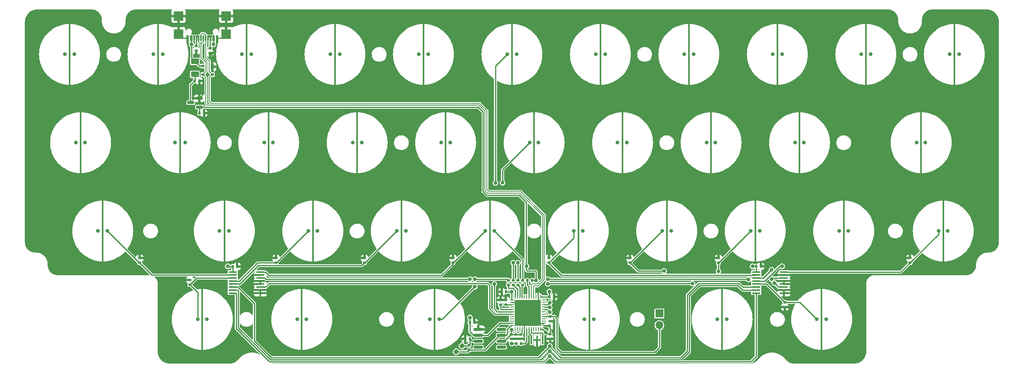
<source format=gbr>
%TF.GenerationSoftware,KiCad,Pcbnew,(7.0.0)*%
%TF.CreationDate,2023-03-04T16:47:19+01:00*%
%TF.ProjectId,travaulta,74726176-6175-46c7-9461-2e6b69636164,rev?*%
%TF.SameCoordinates,Original*%
%TF.FileFunction,Copper,L4,Bot*%
%TF.FilePolarity,Positive*%
%FSLAX46Y46*%
G04 Gerber Fmt 4.6, Leading zero omitted, Abs format (unit mm)*
G04 Created by KiCad (PCBNEW (7.0.0)) date 2023-03-04 16:47:19*
%MOMM*%
%LPD*%
G01*
G04 APERTURE LIST*
G04 Aperture macros list*
%AMRoundRect*
0 Rectangle with rounded corners*
0 $1 Rounding radius*
0 $2 $3 $4 $5 $6 $7 $8 $9 X,Y pos of 4 corners*
0 Add a 4 corners polygon primitive as box body*
4,1,4,$2,$3,$4,$5,$6,$7,$8,$9,$2,$3,0*
0 Add four circle primitives for the rounded corners*
1,1,$1+$1,$2,$3*
1,1,$1+$1,$4,$5*
1,1,$1+$1,$6,$7*
1,1,$1+$1,$8,$9*
0 Add four rect primitives between the rounded corners*
20,1,$1+$1,$2,$3,$4,$5,0*
20,1,$1+$1,$4,$5,$6,$7,0*
20,1,$1+$1,$6,$7,$8,$9,0*
20,1,$1+$1,$8,$9,$2,$3,0*%
%AMFreePoly0*
4,1,17,0.124698,6.656366,0.180194,6.586777,0.200000,6.500000,0.200000,-6.500000,0.180194,-6.586777,0.124698,-6.656366,0.044504,-6.694986,-0.044504,-6.694986,-0.124698,-6.656366,-0.180194,-6.586777,-0.200000,-6.500000,-0.200000,6.500000,-0.180194,6.586777,-0.124698,6.656366,-0.044504,6.694986,0.044504,6.694986,0.124698,6.656366,0.124698,6.656366,$1*%
G04 Aperture macros list end*
%TA.AperFunction,SMDPad,CuDef*%
%ADD10FreePoly0,0.000000*%
%TD*%
%TA.AperFunction,SMDPad,CuDef*%
%ADD11FreePoly0,180.000000*%
%TD*%
%TA.AperFunction,SMDPad,CuDef*%
%ADD12R,0.400000X1.900000*%
%TD*%
%TA.AperFunction,SMDPad,CuDef*%
%ADD13RoundRect,0.140000X0.140000X0.170000X-0.140000X0.170000X-0.140000X-0.170000X0.140000X-0.170000X0*%
%TD*%
%TA.AperFunction,SMDPad,CuDef*%
%ADD14RoundRect,0.140000X-0.140000X-0.170000X0.140000X-0.170000X0.140000X0.170000X-0.140000X0.170000X0*%
%TD*%
%TA.AperFunction,SMDPad,CuDef*%
%ADD15RoundRect,0.140000X-0.170000X0.140000X-0.170000X-0.140000X0.170000X-0.140000X0.170000X0.140000X0*%
%TD*%
%TA.AperFunction,SMDPad,CuDef*%
%ADD16RoundRect,0.150000X-0.825000X-0.150000X0.825000X-0.150000X0.825000X0.150000X-0.825000X0.150000X0*%
%TD*%
%TA.AperFunction,SMDPad,CuDef*%
%ADD17RoundRect,0.135000X-0.185000X0.135000X-0.185000X-0.135000X0.185000X-0.135000X0.185000X0.135000X0*%
%TD*%
%TA.AperFunction,SMDPad,CuDef*%
%ADD18RoundRect,0.135000X0.185000X-0.135000X0.185000X0.135000X-0.185000X0.135000X-0.185000X-0.135000X0*%
%TD*%
%TA.AperFunction,SMDPad,CuDef*%
%ADD19RoundRect,0.135000X-0.135000X-0.185000X0.135000X-0.185000X0.135000X0.185000X-0.135000X0.185000X0*%
%TD*%
%TA.AperFunction,SMDPad,CuDef*%
%ADD20RoundRect,0.062500X0.062500X-0.375000X0.062500X0.375000X-0.062500X0.375000X-0.062500X-0.375000X0*%
%TD*%
%TA.AperFunction,SMDPad,CuDef*%
%ADD21RoundRect,0.062500X0.375000X-0.062500X0.375000X0.062500X-0.375000X0.062500X-0.375000X-0.062500X0*%
%TD*%
%TA.AperFunction,SMDPad,CuDef*%
%ADD22R,5.600000X5.600000*%
%TD*%
%TA.AperFunction,SMDPad,CuDef*%
%ADD23R,1.778000X0.419100*%
%TD*%
%TA.AperFunction,SMDPad,CuDef*%
%ADD24RoundRect,0.135000X0.135000X0.185000X-0.135000X0.185000X-0.135000X-0.185000X0.135000X-0.185000X0*%
%TD*%
%TA.AperFunction,SMDPad,CuDef*%
%ADD25RoundRect,0.250000X-0.625000X0.375000X-0.625000X-0.375000X0.625000X-0.375000X0.625000X0.375000X0*%
%TD*%
%TA.AperFunction,SMDPad,CuDef*%
%ADD26R,0.700000X1.000000*%
%TD*%
%TA.AperFunction,SMDPad,CuDef*%
%ADD27R,0.700000X0.600000*%
%TD*%
%TA.AperFunction,SMDPad,CuDef*%
%ADD28RoundRect,0.140000X0.170000X-0.140000X0.170000X0.140000X-0.170000X0.140000X-0.170000X-0.140000X0*%
%TD*%
%TA.AperFunction,ComponentPad*%
%ADD29R,1.700000X1.700000*%
%TD*%
%TA.AperFunction,ComponentPad*%
%ADD30O,1.700000X1.700000*%
%TD*%
%TA.AperFunction,SMDPad,CuDef*%
%ADD31RoundRect,0.150000X0.587500X0.150000X-0.587500X0.150000X-0.587500X-0.150000X0.587500X-0.150000X0*%
%TD*%
%TA.AperFunction,SMDPad,CuDef*%
%ADD32RoundRect,0.237500X-0.008839X-0.344715X0.344715X0.008839X0.008839X0.344715X-0.344715X-0.008839X0*%
%TD*%
%TA.AperFunction,SMDPad,CuDef*%
%ADD33R,0.600000X1.300000*%
%TD*%
%TA.AperFunction,SMDPad,CuDef*%
%ADD34R,0.300000X1.300000*%
%TD*%
%TA.AperFunction,SMDPad,CuDef*%
%ADD35R,2.000000X2.000000*%
%TD*%
%TA.AperFunction,ViaPad*%
%ADD36C,0.800000*%
%TD*%
%TA.AperFunction,Conductor*%
%ADD37C,0.250000*%
%TD*%
%TA.AperFunction,Conductor*%
%ADD38C,0.200000*%
%TD*%
G04 APERTURE END LIST*
D10*
%TO.P,SW20,3,SG*%
%TO.N,GND*%
X211137500Y-76200000D03*
%TD*%
D11*
%TO.P,SW27,3,SG*%
%TO.N,GND*%
X163512500Y-95250000D03*
%TD*%
D10*
%TO.P,SW15,3,SG*%
%TO.N,GND*%
X115887500Y-76200000D03*
%TD*%
%TO.P,SW18,3,SG*%
%TO.N,GND*%
X173037500Y-76200000D03*
%TD*%
%TO.P,SW1,3,SG*%
%TO.N,GND*%
X53975000Y-57150000D03*
%TD*%
%TO.P,SW9,3,SG*%
%TO.N,GND*%
X206375000Y-57150000D03*
%TD*%
D11*
%TO.P,SW28,3,SG*%
%TO.N,GND*%
X182562500Y-95250000D03*
%TD*%
D10*
%TO.P,SW4,3,SG*%
%TO.N,GND*%
X111125000Y-57150000D03*
%TD*%
%TO.P,SW17,3,SG*%
%TO.N,GND*%
X153987500Y-76200000D03*
%TD*%
%TO.P,SW12,3,SG*%
%TO.N,GND*%
X56358000Y-76200000D03*
%TD*%
D11*
%TO.P,SW23,3,SG*%
%TO.N,GND*%
X87312500Y-95250000D03*
%TD*%
%TO.P,SW34,3,SG*%
%TO.N,GND*%
X132555000Y-114300000D03*
%TD*%
D10*
%TO.P,SW22,3,SG*%
%TO.N,GND*%
X61120000Y-95250000D03*
%TD*%
%TO.P,SW16,3,SG*%
%TO.N,GND*%
X134937500Y-76200000D03*
%TD*%
%TO.P,SW14,3,SG*%
%TO.N,GND*%
X96837500Y-76200000D03*
%TD*%
%TO.P,SW7,3,SG*%
%TO.N,GND*%
X168275000Y-57150000D03*
%TD*%
D11*
%TO.P,SW24,3,SG*%
%TO.N,GND*%
X106362500Y-95250000D03*
%TD*%
D10*
%TO.P,SW11,3,SG*%
%TO.N,GND*%
X244475000Y-57150000D03*
%TD*%
D11*
%TO.P,SW31,3,SG*%
%TO.N,GND*%
X242095000Y-95250000D03*
%TD*%
D10*
%TO.P,SW2,3,SG*%
%TO.N,GND*%
X73025000Y-57150000D03*
%TD*%
%TO.P,SW5,3,SG*%
%TO.N,GND*%
X130175000Y-57150000D03*
%TD*%
%TO.P,SW8,3,SG*%
%TO.N,GND*%
X187325000Y-57150000D03*
%TD*%
%TO.P,SW13,3,SG*%
%TO.N,GND*%
X77787500Y-76200000D03*
%TD*%
D11*
%TO.P,SW21,3,SG*%
%TO.N,GND*%
X237330000Y-76200000D03*
%TD*%
%TO.P,SW36,3,SG*%
%TO.N,GND*%
X194470000Y-114300000D03*
%TD*%
%TO.P,SW35,3,SG*%
%TO.N,GND*%
X165892000Y-114300000D03*
%TD*%
%TO.P,SW25,3,SG*%
%TO.N,GND*%
X125412500Y-95250000D03*
%TD*%
%TO.P,SW33,3,SG*%
%TO.N,GND*%
X103980000Y-114300000D03*
%TD*%
%TO.P,SW32,3,SG*%
%TO.N,GND*%
X82550000Y-114300000D03*
%TD*%
D10*
%TO.P,SW3,3,SG*%
%TO.N,GND*%
X92075000Y-57150000D03*
%TD*%
D11*
%TO.P,SW26,3,SG*%
%TO.N,GND*%
X144462500Y-95250000D03*
%TD*%
D10*
%TO.P,SW6,3,SG*%
%TO.N,GND*%
X149225000Y-57150000D03*
%TD*%
D11*
%TO.P,SW30,3,SG*%
%TO.N,GND*%
X220662500Y-95250000D03*
%TD*%
%TO.P,SW29,3,SG*%
%TO.N,GND*%
X201612500Y-95250000D03*
%TD*%
%TO.P,SW37,3,SG*%
%TO.N,GND*%
X215900000Y-114300000D03*
%TD*%
D10*
%TO.P,SW10,3,SG*%
%TO.N,GND*%
X225425000Y-57150000D03*
%TD*%
%TO.P,SW19,3,SG*%
%TO.N,GND*%
X192087500Y-76200000D03*
%TD*%
D12*
%TO.P,Y1,1,1*%
%TO.N,XTAL1*%
X153415999Y-118744999D03*
%TO.P,Y1,2,2*%
%TO.N,GND*%
X154615999Y-118744999D03*
%TO.P,Y1,3,3*%
%TO.N,XTAL0*%
X155815999Y-118744999D03*
%TD*%
D13*
%TO.P,C7,1*%
%TO.N,VBAT*%
X147984000Y-108331000D03*
%TO.P,C7,2*%
%TO.N,GND*%
X147024000Y-108331000D03*
%TD*%
D14*
%TO.P,C12,1*%
%TO.N,VBAT*%
X201831000Y-102870000D03*
%TO.P,C12,2*%
%TO.N,GND*%
X202791000Y-102870000D03*
%TD*%
D15*
%TO.P,C15,1*%
%TO.N,VBAT*%
X149031000Y-117540000D03*
%TO.P,C15,2*%
%TO.N,GND*%
X149031000Y-118500000D03*
%TD*%
D16*
%TO.P,U5,1*%
%TO.N,N/C*%
X141985375Y-120269000D03*
%TO.P,U5,2,IN-*%
%TO.N,Net-(JP1-B)*%
X141985375Y-118999000D03*
%TO.P,U5,3,IN+*%
%TO.N,APLEX_OUT_PIN_0*%
X141985375Y-117729000D03*
%TO.P,U5,4,V-*%
%TO.N,GND*%
X141985375Y-116459000D03*
%TO.P,U5,5*%
%TO.N,N/C*%
X146935375Y-116459000D03*
%TO.P,U5,6,OUT*%
%TO.N,ADC*%
X146935375Y-117729000D03*
%TO.P,U5,7,V+*%
%TO.N,VBAT*%
X146935375Y-118999000D03*
%TO.P,U5,8*%
%TO.N,N/C*%
X146935375Y-120269000D03*
%TD*%
D17*
%TO.P,R7,1*%
%TO.N,GND*%
X146742000Y-110107000D03*
%TO.P,R7,2*%
%TO.N,BOOT1*%
X146742000Y-111127000D03*
%TD*%
D18*
%TO.P,R11,1*%
%TO.N,COL2*%
X98425000Y-102110000D03*
%TO.P,R11,2*%
%TO.N,GND*%
X98425000Y-101090000D03*
%TD*%
D17*
%TO.P,R2,1*%
%TO.N,ROW2*%
X151511000Y-105877000D03*
%TO.P,R2,2*%
%TO.N,Net-(U1-PB15)*%
X151511000Y-106897000D03*
%TD*%
D14*
%TO.P,C9,1*%
%TO.N,VBAT*%
X157311000Y-115663994D03*
%TO.P,C9,2*%
%TO.N,GND*%
X158271000Y-115663994D03*
%TD*%
D19*
%TO.P,R4,1*%
%TO.N,Net-(U1-PA10)*%
X152525000Y-105918000D03*
%TO.P,R4,2*%
%TO.N,VBAT*%
X153545000Y-105918000D03*
%TD*%
D20*
%TO.P,U1,1,VBAT*%
%TO.N,VBAT*%
X155404000Y-116340500D03*
%TO.P,U1,2,PC13*%
%TO.N,unconnected-(U1-PC13-Pad2)*%
X154904000Y-116340500D03*
%TO.P,U1,3,PC14*%
%TO.N,unconnected-(U1-PC14-Pad3)*%
X154404000Y-116340500D03*
%TO.P,U1,4,PC15*%
%TO.N,unconnected-(U1-PC15-Pad4)*%
X153904000Y-116340500D03*
%TO.P,U1,5,PH0*%
%TO.N,XTAL0*%
X153404000Y-116340500D03*
%TO.P,U1,6,PH1*%
%TO.N,XTAL1*%
X152904000Y-116340500D03*
%TO.P,U1,7,NRST*%
%TO.N,NRST*%
X152404000Y-116340500D03*
%TO.P,U1,8,VSSA*%
%TO.N,GND*%
X151904000Y-116340500D03*
%TO.P,U1,9,VREF+*%
%TO.N,VBAT*%
X151404000Y-116340500D03*
%TO.P,U1,10,PA0*%
%TO.N,unconnected-(U1-PA0-Pad10)*%
X150904000Y-116340500D03*
%TO.P,U1,11,PA1*%
%TO.N,unconnected-(U1-PA1-Pad11)*%
X150404000Y-116340500D03*
%TO.P,U1,12,PA2*%
%TO.N,unconnected-(U1-PA2-Pad12)*%
X149904000Y-116340500D03*
D21*
%TO.P,U1,13,PA3*%
%TO.N,ADC*%
X149216500Y-115653000D03*
%TO.P,U1,14,PA4*%
%TO.N,APLEX_OUT_PIN_0*%
X149216500Y-115153000D03*
%TO.P,U1,15,PA5*%
%TO.N,unconnected-(U1-PA5-Pad15)*%
X149216500Y-114653000D03*
%TO.P,U1,16,PA6*%
%TO.N,unconnected-(U1-PA6-Pad16)*%
X149216500Y-114153000D03*
%TO.P,U1,17,PA7*%
%TO.N,unconnected-(U1-PA7-Pad17)*%
X149216500Y-113653000D03*
%TO.P,U1,18,PB0*%
%TO.N,APLEX_EN_PIN_0*%
X149216500Y-113153000D03*
%TO.P,U1,19,PB1*%
%TO.N,APLEX_EN_PIN_1*%
X149216500Y-112653000D03*
%TO.P,U1,20,PB2*%
%TO.N,BOOT1*%
X149216500Y-112153000D03*
%TO.P,U1,21,PB10*%
%TO.N,unconnected-(U1-PB10-Pad21)*%
X149216500Y-111653000D03*
%TO.P,U1,22,VCAP1*%
%TO.N,Net-(U1-VCAP1)*%
X149216500Y-111153000D03*
%TO.P,U1,23,VSS*%
%TO.N,GND*%
X149216500Y-110653000D03*
%TO.P,U1,24,VDD*%
%TO.N,VBAT*%
X149216500Y-110153000D03*
D20*
%TO.P,U1,25,PB12*%
%TO.N,Net-(U1-PB12)*%
X149904000Y-109465500D03*
%TO.P,U1,26,PB13*%
%TO.N,Net-(U1-PB13)*%
X150404000Y-109465500D03*
%TO.P,U1,27,PB14*%
%TO.N,Net-(U1-PB14)*%
X150904000Y-109465500D03*
%TO.P,U1,28,PB15*%
%TO.N,Net-(U1-PB15)*%
X151404000Y-109465500D03*
%TO.P,U1,29,PA8*%
%TO.N,unconnected-(U1-PA8-Pad29)*%
X151904000Y-109465500D03*
%TO.P,U1,30,PA9*%
%TO.N,unconnected-(U1-PA9-Pad30)*%
X152404000Y-109465500D03*
%TO.P,U1,31,PA10*%
%TO.N,Net-(U1-PA10)*%
X152904000Y-109465500D03*
%TO.P,U1,32,PA11*%
%TO.N,D-*%
X153404000Y-109465500D03*
%TO.P,U1,33,PA12*%
%TO.N,D+*%
X153904000Y-109465500D03*
%TO.P,U1,34,PA13*%
%TO.N,SWDIO*%
X154404000Y-109465500D03*
%TO.P,U1,35,VSS*%
%TO.N,GND*%
X154904000Y-109465500D03*
%TO.P,U1,36,VDD*%
%TO.N,VBAT*%
X155404000Y-109465500D03*
D21*
%TO.P,U1,37,PA14*%
%TO.N,SWCLK*%
X156091500Y-110153000D03*
%TO.P,U1,38,PA15*%
%TO.N,unconnected-(U1-PA15-Pad38)*%
X156091500Y-110653000D03*
%TO.P,U1,39,PB3*%
%TO.N,AMUX_SEL_2*%
X156091500Y-111153000D03*
%TO.P,U1,40,PB4*%
%TO.N,AMUX_SEL_1*%
X156091500Y-111653000D03*
%TO.P,U1,41,PB5*%
%TO.N,AMUX_SEL_0*%
X156091500Y-112153000D03*
%TO.P,U1,42,PB6*%
%TO.N,unconnected-(U1-PB6-Pad42)*%
X156091500Y-112653000D03*
%TO.P,U1,43,PB7*%
%TO.N,unconnected-(U1-PB7-Pad43)*%
X156091500Y-113153000D03*
%TO.P,U1,44,BOOT0*%
%TO.N,BOOT0*%
X156091500Y-113653000D03*
%TO.P,U1,45,PB8*%
%TO.N,unconnected-(U1-PB8-Pad45)*%
X156091500Y-114153000D03*
%TO.P,U1,46,PB9*%
%TO.N,unconnected-(U1-PB9-Pad46)*%
X156091500Y-114653000D03*
%TO.P,U1,47,VSS*%
%TO.N,GND*%
X156091500Y-115153000D03*
%TO.P,U1,48,VDD*%
%TO.N,VBAT*%
X156091500Y-115653000D03*
D22*
%TO.P,U1,49,VSS*%
%TO.N,GND*%
X152653999Y-112902999D03*
%TD*%
D18*
%TO.P,R12,1*%
%TO.N,COL5*%
X157162500Y-102110000D03*
%TO.P,R12,2*%
%TO.N,GND*%
X157162500Y-101090000D03*
%TD*%
%TO.P,R15,1*%
%TO.N,COL0*%
X69088000Y-102110000D03*
%TO.P,R15,2*%
%TO.N,GND*%
X69088000Y-101090000D03*
%TD*%
D15*
%TO.P,C11,1*%
%TO.N,VBAT*%
X151063000Y-117540000D03*
%TO.P,C11,2*%
%TO.N,GND*%
X151063000Y-118500000D03*
%TD*%
D18*
%TO.P,R13,1*%
%TO.N,COL1*%
X79883000Y-106809000D03*
%TO.P,R13,2*%
%TO.N,GND*%
X79883000Y-105789000D03*
%TD*%
D14*
%TO.P,C8,1*%
%TO.N,VBAT*%
X157311000Y-109474000D03*
%TO.P,C8,2*%
%TO.N,GND*%
X158271000Y-109474000D03*
%TD*%
D18*
%TO.P,R10,1*%
%TO.N,COL6*%
X174625000Y-102110000D03*
%TO.P,R10,2*%
%TO.N,GND*%
X174625000Y-101090000D03*
%TD*%
D23*
%TO.P,U3,1,A4*%
%TO.N,COL9*%
X207761839Y-104089199D03*
%TO.P,U3,2,A6*%
%TO.N,GND*%
X207761839Y-104739439D03*
%TO.P,U3,3,A*%
%TO.N,APLEX_OUT_PIN_0*%
X207761839Y-105389679D03*
%TO.P,U3,4,A7*%
%TO.N,GND*%
X207761839Y-106039919D03*
%TO.P,U3,5,A5*%
X207761839Y-106685079D03*
%TO.P,U3,6,~{E}*%
%TO.N,APLEX_EN_PIN_1*%
X207761839Y-107335319D03*
%TO.P,U3,7,VEE*%
%TO.N,GND*%
X207761839Y-107985559D03*
%TO.P,U3,8,GND*%
X207761839Y-108635799D03*
%TO.P,U3,9,S2*%
%TO.N,AMUX_SEL_2*%
X201813159Y-108635799D03*
%TO.P,U3,10,S1*%
%TO.N,AMUX_SEL_1*%
X201813159Y-107985559D03*
%TO.P,U3,11,S0*%
%TO.N,AMUX_SEL_0*%
X201813159Y-107335319D03*
%TO.P,U3,12,A3*%
%TO.N,COL8*%
X201813159Y-106685079D03*
%TO.P,U3,13,A0*%
%TO.N,COL7*%
X201813159Y-106039919D03*
%TO.P,U3,14,A1*%
%TO.N,COL6*%
X201813159Y-105389679D03*
%TO.P,U3,15,A2*%
%TO.N,COL5*%
X201813159Y-104739439D03*
%TO.P,U3,16,VCC*%
%TO.N,VBAT*%
X201813159Y-104089199D03*
%TD*%
D18*
%TO.P,R1,1*%
%TO.N,Net-(U1-PB12)*%
X148463000Y-106897000D03*
%TO.P,R1,2*%
%TO.N,ROW3*%
X148463000Y-105877000D03*
%TD*%
%TO.P,R16,1*%
%TO.N,COL9*%
X234950000Y-102110000D03*
%TO.P,R16,2*%
%TO.N,GND*%
X234950000Y-101090000D03*
%TD*%
D13*
%TO.P,C14,1*%
%TO.N,GND*%
X141130375Y-114935000D03*
%TO.P,C14,2*%
%TO.N,APLEX_OUT_PIN_0*%
X140170375Y-114935000D03*
%TD*%
D18*
%TO.P,R9,1*%
%TO.N,Net-(U1-PB13)*%
X149479000Y-106897000D03*
%TO.P,R9,2*%
%TO.N,ROW0*%
X149479000Y-105877000D03*
%TD*%
D14*
%TO.P,C13,1*%
%TO.N,VBAT*%
X89107153Y-102878779D03*
%TO.P,C13,2*%
%TO.N,GND*%
X90067153Y-102878779D03*
%TD*%
D17*
%TO.P,R21,1*%
%TO.N,Net-(JP1-B)*%
X140015375Y-119886000D03*
%TO.P,R21,2*%
%TO.N,ADC*%
X140015375Y-120906000D03*
%TD*%
D14*
%TO.P,C5,1*%
%TO.N,VBAT*%
X81943000Y-69850000D03*
%TO.P,C5,2*%
%TO.N,GND*%
X82903000Y-69850000D03*
%TD*%
D18*
%TO.P,R20,1*%
%TO.N,COL7*%
X193675000Y-102110000D03*
%TO.P,R20,2*%
%TO.N,GND*%
X193675000Y-101090000D03*
%TD*%
D24*
%TO.P,R23,1*%
%TO.N,Net-(JP1-B)*%
X140144375Y-118491000D03*
%TO.P,R23,2*%
%TO.N,GND*%
X139124375Y-118491000D03*
%TD*%
D17*
%TO.P,R14,1*%
%TO.N,COL8*%
X207962500Y-110615000D03*
%TO.P,R14,2*%
%TO.N,GND*%
X207962500Y-111635000D03*
%TD*%
D19*
%TO.P,R6,1*%
%TO.N,VBAT*%
X150169000Y-119507000D03*
%TO.P,R6,2*%
%TO.N,NRST*%
X151189000Y-119507000D03*
%TD*%
D25*
%TO.P,F_USBC1,1*%
%TO.N,VCC*%
X80962500Y-58671000D03*
%TO.P,F_USBC1,2*%
%TO.N,+5V*%
X80962500Y-61471000D03*
%TD*%
D26*
%TO.P,D1,1,GND*%
%TO.N,GND*%
X84692999Y-59828999D03*
D27*
%TO.P,D1,2,I/O1*%
%TO.N,D+*%
X84692999Y-61528999D03*
%TO.P,D1,3,I/O2*%
%TO.N,D-*%
X82692999Y-61528999D03*
%TO.P,D1,4,VCC*%
%TO.N,VCC*%
X82692999Y-59628999D03*
%TD*%
D18*
%TO.P,R18,1*%
%TO.N,GND*%
X81280000Y-56390000D03*
%TO.P,R18,2*%
%TO.N,Net-(USB1-CC1)*%
X81280000Y-55370000D03*
%TD*%
D17*
%TO.P,R3,1*%
%TO.N,BOOT0*%
X157410000Y-113663000D03*
%TO.P,R3,2*%
%TO.N,GND*%
X157410000Y-114683000D03*
%TD*%
%TO.P,R8,1*%
%TO.N,ROW1*%
X150495000Y-105877000D03*
%TO.P,R8,2*%
%TO.N,Net-(U1-PB14)*%
X150495000Y-106897000D03*
%TD*%
D28*
%TO.P,C1,1*%
%TO.N,Net-(U1-VCAP1)*%
X147885000Y-111097000D03*
%TO.P,C1,2*%
%TO.N,GND*%
X147885000Y-110137000D03*
%TD*%
D14*
%TO.P,C4,1*%
%TO.N,+5V*%
X80927000Y-62865000D03*
%TO.P,C4,2*%
%TO.N,GND*%
X81887000Y-62865000D03*
%TD*%
D23*
%TO.P,U4,1,A4*%
%TO.N,COL4*%
X95049339Y-104089199D03*
%TO.P,U4,2,A6*%
%TO.N,GND*%
X95049339Y-104739439D03*
%TO.P,U4,3,A*%
%TO.N,APLEX_OUT_PIN_0*%
X95049339Y-105389679D03*
%TO.P,U4,4,A7*%
%TO.N,GND*%
X95049339Y-106039919D03*
%TO.P,U4,5,A5*%
X95049339Y-106685079D03*
%TO.P,U4,6,~{E}*%
%TO.N,APLEX_EN_PIN_0*%
X95049339Y-107335319D03*
%TO.P,U4,7,VEE*%
%TO.N,GND*%
X95049339Y-107985559D03*
%TO.P,U4,8,GND*%
X95049339Y-108635799D03*
%TO.P,U4,9,S2*%
%TO.N,AMUX_SEL_2*%
X89100659Y-108635799D03*
%TO.P,U4,10,S1*%
%TO.N,AMUX_SEL_1*%
X89100659Y-107985559D03*
%TO.P,U4,11,S0*%
%TO.N,AMUX_SEL_0*%
X89100659Y-107335319D03*
%TO.P,U4,12,A3*%
%TO.N,COL3*%
X89100659Y-106685079D03*
%TO.P,U4,13,A0*%
%TO.N,COL2*%
X89100659Y-106039919D03*
%TO.P,U4,14,A1*%
%TO.N,COL1*%
X89100659Y-105389679D03*
%TO.P,U4,15,A2*%
%TO.N,COL0*%
X89100659Y-104739439D03*
%TO.P,U4,16,VCC*%
%TO.N,VBAT*%
X89100659Y-104089199D03*
%TD*%
D29*
%TO.P,SW38,1,A*%
%TO.N,VBAT*%
X180974999Y-113024999D03*
D30*
%TO.P,SW38,2,B*%
%TO.N,BOOT0*%
X180974999Y-115564999D03*
%TD*%
D15*
%TO.P,C6,1*%
%TO.N,VBAT*%
X157410000Y-117503000D03*
%TO.P,C6,2*%
%TO.N,GND*%
X157410000Y-118463000D03*
%TD*%
D31*
%TO.P,U2,1,GND*%
%TO.N,GND*%
X81963500Y-66614000D03*
%TO.P,U2,2,VO*%
%TO.N,VBAT*%
X81963500Y-68514000D03*
%TO.P,U2,3,VI*%
%TO.N,+5V*%
X80088500Y-67564000D03*
%TD*%
D32*
%TO.P,JP1,1,A*%
%TO.N,ADC*%
X137211140Y-121295235D03*
%TO.P,JP1,2,B*%
%TO.N,Net-(JP1-B)*%
X138501610Y-120004765D03*
%TD*%
D33*
%TO.P,USB1,1,GND*%
%TO.N,GND*%
X79349999Y-53623999D03*
%TO.P,USB1,2,VBUS*%
%TO.N,VCC*%
X80149999Y-53623999D03*
D34*
%TO.P,USB1,3,SBU2*%
%TO.N,unconnected-(USB1-SBU2-Pad3)*%
X80799999Y-53623999D03*
%TO.P,USB1,4,CC1*%
%TO.N,Net-(USB1-CC1)*%
X81299999Y-53623999D03*
%TO.P,USB1,5,DN2*%
%TO.N,D-*%
X81799999Y-53623999D03*
%TO.P,USB1,6,DP1*%
%TO.N,D+*%
X82299999Y-53623999D03*
%TO.P,USB1,7,DN1*%
%TO.N,D-*%
X82799999Y-53623999D03*
%TO.P,USB1,8,DP2*%
%TO.N,D+*%
X83299999Y-53623999D03*
%TO.P,USB1,9,SBU1*%
%TO.N,unconnected-(USB1-SBU1-Pad9)*%
X83799999Y-53623999D03*
%TO.P,USB1,10,CC2*%
%TO.N,Net-(USB1-CC2)*%
X84299999Y-53623999D03*
D33*
%TO.P,USB1,11,VBUS*%
%TO.N,VCC*%
X84949999Y-53623999D03*
%TO.P,USB1,12,GND*%
%TO.N,GND*%
X85749999Y-53623999D03*
D35*
%TO.P,USB1,13,SHIELD*%
X77429999Y-48863999D03*
X77429999Y-52763999D03*
X87669999Y-48863999D03*
X87669999Y-52763999D03*
%TD*%
D18*
%TO.P,R19,1*%
%TO.N,COL4*%
X136525000Y-102110000D03*
%TO.P,R19,2*%
%TO.N,GND*%
X136525000Y-101090000D03*
%TD*%
D17*
%TO.P,R24,1*%
%TO.N,Net-(USB1-CC2)*%
X84201000Y-55880000D03*
%TO.P,R24,2*%
%TO.N,GND*%
X84201000Y-56900000D03*
%TD*%
D15*
%TO.P,C10,1*%
%TO.N,VBAT*%
X150047000Y-117540000D03*
%TO.P,C10,2*%
%TO.N,GND*%
X150047000Y-118500000D03*
%TD*%
D18*
%TO.P,R17,1*%
%TO.N,COL3*%
X117475000Y-102110000D03*
%TO.P,R17,2*%
%TO.N,GND*%
X117475000Y-101090000D03*
%TD*%
D36*
%TO.N,GND*%
X74295000Y-91313000D03*
X188214000Y-122174000D03*
X151003000Y-99314000D03*
X248920000Y-88900000D03*
X92710000Y-106934000D03*
X196342000Y-86741000D03*
X97028000Y-101346000D03*
X177165000Y-109855000D03*
X101727000Y-69469000D03*
X81280000Y-57277000D03*
X106807000Y-107315000D03*
X82550000Y-49999000D03*
X233934000Y-67691000D03*
X87249000Y-80010000D03*
X79375000Y-103759000D03*
X146939000Y-121666000D03*
X47117000Y-76200000D03*
X131445000Y-101854000D03*
X169545000Y-103632000D03*
X196342000Y-84709000D03*
X77430000Y-51094000D03*
X112268000Y-107315000D03*
X232156000Y-86741000D03*
X182499000Y-80010000D03*
X77343000Y-105791000D03*
X76327000Y-67818000D03*
X186055000Y-120904000D03*
X113284000Y-114300000D03*
X215773000Y-67691000D03*
X171831000Y-101981000D03*
X195072000Y-67691000D03*
X144653000Y-76200000D03*
X114681000Y-103886000D03*
X82550000Y-86741000D03*
X142113000Y-110617000D03*
X231521000Y-99314000D03*
X160909000Y-107315000D03*
X114554000Y-101727000D03*
X231902000Y-67691000D03*
X118999000Y-65786000D03*
X189357000Y-103759000D03*
X75819000Y-120777000D03*
X137668000Y-65659000D03*
X84582000Y-86741000D03*
X173101000Y-95250000D03*
X141859000Y-80010000D03*
X120904000Y-107315000D03*
X152584000Y-112903000D03*
X144460375Y-118364000D03*
X47371000Y-50800000D03*
X99695000Y-65786000D03*
X210820000Y-103251000D03*
X199263000Y-122174000D03*
X195072000Y-65659000D03*
X231902000Y-65659000D03*
X234950000Y-61087000D03*
X144653000Y-65659000D03*
X139700000Y-57150000D03*
X153035000Y-101981000D03*
X233934000Y-65659000D03*
X139954000Y-65659000D03*
X139192000Y-86741000D03*
X232156000Y-84709000D03*
X66294000Y-86868000D03*
X158750000Y-57150000D03*
X123571000Y-107315000D03*
X215900000Y-57150000D03*
X62103000Y-67691000D03*
X187325000Y-102108000D03*
X213741000Y-67691000D03*
X196850000Y-57150000D03*
X106426000Y-76200000D03*
X153289000Y-120777000D03*
X123190000Y-103886000D03*
X159004000Y-110744000D03*
X198374000Y-86741000D03*
X138303000Y-101981000D03*
X120904000Y-101727000D03*
X158623000Y-67691000D03*
X174625000Y-103632000D03*
X144653000Y-72517000D03*
X125349000Y-80010000D03*
X109855000Y-121666000D03*
X177800000Y-53213000D03*
X213741000Y-65659000D03*
X251079000Y-50800000D03*
X164592000Y-103759000D03*
X101092000Y-84709000D03*
X179197000Y-84709000D03*
X197104000Y-65659000D03*
X82550000Y-84709000D03*
X101092000Y-86741000D03*
X101092000Y-101600000D03*
X134874000Y-95250000D03*
X103124000Y-84709000D03*
X215265000Y-86741000D03*
X160909000Y-103632000D03*
X60071000Y-67691000D03*
X133985000Y-101727000D03*
X133985000Y-103886000D03*
X51435000Y-95250000D03*
X96774000Y-95250000D03*
X251206000Y-63500000D03*
X101092000Y-103886000D03*
X222758000Y-120650000D03*
X244094000Y-69723000D03*
X201041000Y-121920000D03*
X77343000Y-103759000D03*
X177165000Y-86741000D03*
X121031000Y-69469000D03*
X246062500Y-85725000D03*
X49530000Y-69850000D03*
X139065000Y-107315000D03*
X137287000Y-103886000D03*
X158496000Y-101981000D03*
X112268000Y-103886000D03*
X139954000Y-69469000D03*
X62103000Y-65659000D03*
X87249000Y-72644000D03*
X82550000Y-64135000D03*
X75692000Y-48895000D03*
X106299000Y-103886000D03*
X101727000Y-65786000D03*
X153924000Y-87757000D03*
X192151000Y-99314000D03*
X145415000Y-114935000D03*
X78359000Y-65786000D03*
X228473000Y-103124000D03*
X66294000Y-84836000D03*
X76327000Y-65786000D03*
X121031000Y-65786000D03*
X120142000Y-84709000D03*
X156591000Y-65659000D03*
X234950000Y-53340000D03*
X151257000Y-120777000D03*
X149098000Y-120777000D03*
X158623000Y-86741000D03*
X95377000Y-101346000D03*
X182499000Y-72390000D03*
X114681000Y-107315000D03*
X210820000Y-105664000D03*
X234188000Y-86741000D03*
X64262000Y-86868000D03*
X141224000Y-84709000D03*
X84582000Y-84709000D03*
X75819000Y-107950000D03*
X209423000Y-102870000D03*
X144399000Y-121793000D03*
X64262000Y-84836000D03*
X212979000Y-105664000D03*
X175895000Y-101981000D03*
X207391000Y-101473000D03*
X94996000Y-114300000D03*
X86741000Y-103759000D03*
X160655000Y-84709000D03*
X115824000Y-99314000D03*
X249174000Y-85725000D03*
X187325000Y-103759000D03*
X122174000Y-86741000D03*
X131445000Y-103886000D03*
X195326000Y-102108000D03*
X209804000Y-108712000D03*
X86741000Y-106299000D03*
X84709000Y-58166000D03*
X141859000Y-72517000D03*
X91948000Y-116459000D03*
X122174000Y-84709000D03*
X68453000Y-76200000D03*
X215773000Y-65659000D03*
X201676000Y-76200000D03*
X158623000Y-84709000D03*
X91948000Y-119761000D03*
X192024000Y-91313000D03*
X157734000Y-103759000D03*
X120650000Y-53213000D03*
X77851000Y-95250000D03*
X91948000Y-111506000D03*
X80772000Y-65151000D03*
X224282000Y-80137000D03*
X192151000Y-103759000D03*
X215265000Y-84709000D03*
X115824000Y-91313000D03*
X213106000Y-103251000D03*
X175768000Y-67691000D03*
X160655000Y-86741000D03*
X147066000Y-107315000D03*
X179197000Y-86741000D03*
X232918000Y-102743000D03*
X85725000Y-64135000D03*
X120650000Y-60960000D03*
X92710000Y-101600000D03*
X142240000Y-114935000D03*
X171831000Y-103632000D03*
X180086000Y-107442000D03*
X141224000Y-86741000D03*
X177800000Y-65659000D03*
X183388000Y-109855000D03*
X222758000Y-107823000D03*
X144653000Y-67691000D03*
X229235000Y-95250000D03*
X158623000Y-65659000D03*
X85725000Y-65786000D03*
X146685000Y-65659000D03*
X65659000Y-76200000D03*
X147896567Y-109273002D03*
X141986000Y-121793000D03*
X120904000Y-103886000D03*
X101600000Y-57150000D03*
X112522000Y-121666000D03*
X169545000Y-101981000D03*
X103124000Y-86741000D03*
X182118000Y-107442000D03*
X243967000Y-85725000D03*
X89408000Y-48895000D03*
X224282000Y-72390000D03*
X157734000Y-107315000D03*
X125349000Y-72517000D03*
X198374000Y-84709000D03*
X156591000Y-67691000D03*
X225933000Y-103124000D03*
X185166000Y-114300000D03*
X157099000Y-99314000D03*
X98425000Y-103886000D03*
X163576000Y-76200000D03*
X99949000Y-69342000D03*
X153288724Y-110807639D03*
X153924000Y-99314000D03*
X240538000Y-86741000D03*
X74295000Y-99314000D03*
X202946000Y-110490000D03*
X139319000Y-103886000D03*
X98425000Y-107315000D03*
X144653000Y-80010000D03*
X251079000Y-95123000D03*
X148209000Y-101981000D03*
X98806000Y-50800000D03*
X211201000Y-95250000D03*
X235458000Y-103251000D03*
X231521000Y-91186000D03*
X234188000Y-84709000D03*
X146685000Y-72517000D03*
X153924000Y-91313000D03*
X177165000Y-84709000D03*
X101219000Y-107315000D03*
X78359000Y-67818000D03*
X217297000Y-84709000D03*
X146685000Y-80010000D03*
X139192000Y-84709000D03*
X112268000Y-101727000D03*
X189357000Y-102108000D03*
X120142000Y-86741000D03*
X174625000Y-107315000D03*
X186817000Y-107569000D03*
X150550100Y-110815963D03*
X177800000Y-67691000D03*
X143383000Y-107315000D03*
X203962000Y-108331000D03*
X227965000Y-76200000D03*
X203835000Y-114300000D03*
X88773000Y-121920000D03*
X217297000Y-86741000D03*
X246062500Y-76200000D03*
X175768000Y-65659000D03*
X160020000Y-120396000D03*
X146685000Y-67691000D03*
X54356000Y-88900000D03*
X197104000Y-67691000D03*
X177800000Y-60960000D03*
X60071000Y-65659000D03*
X153346000Y-115062000D03*
X87574594Y-51118752D03*
X84074000Y-69850000D03*
X154940000Y-101981000D03*
X177165000Y-119126000D03*
X150425000Y-115062000D03*
%TO.N,VCC*%
X84963000Y-54991000D03*
X80264000Y-54991000D03*
%TO.N,APLEX_OUT_PIN_0*%
X156902500Y-105624500D03*
X140208000Y-105624500D03*
X200152000Y-105695500D03*
X205105000Y-105664000D03*
X140168363Y-113895367D03*
%TO.N,ROW0*%
X243459000Y-57150000D03*
X110109000Y-57150000D03*
X186309000Y-57150000D03*
X145669000Y-84875500D03*
X148209000Y-57150000D03*
X167259000Y-57150000D03*
X224409000Y-57150000D03*
X129159000Y-57150000D03*
X72009000Y-57150000D03*
X52959000Y-57150000D03*
X91059000Y-57150000D03*
X149495497Y-102108000D03*
X205359000Y-57150000D03*
%TO.N,ROW1*%
X55372000Y-76200000D03*
X191135000Y-76200000D03*
X133985000Y-76200000D03*
X147193000Y-84836000D03*
X76708000Y-76200000D03*
X153035000Y-76200000D03*
X210185000Y-76200000D03*
X171958000Y-76200000D03*
X114935000Y-76200000D03*
X150495000Y-102108000D03*
X238252000Y-76200000D03*
X95885000Y-76200000D03*
%TO.N,VBAT*%
X149155000Y-108331000D03*
X149158000Y-116524000D03*
X156556000Y-117129000D03*
X152360500Y-102870000D03*
X88011000Y-102870000D03*
X149189578Y-119489093D03*
X157291782Y-108302925D03*
X201041000Y-102870000D03*
X154432000Y-105918000D03*
%TO.N,COL0*%
X62103000Y-95250000D03*
X54991000Y-57150000D03*
X57277000Y-76200000D03*
%TO.N,COL1*%
X74041000Y-57150000D03*
X81550000Y-114300000D03*
X86233000Y-95250000D03*
X78867000Y-76200000D03*
%TO.N,COL2*%
X93075000Y-57150000D03*
X105362500Y-95250000D03*
X97790000Y-76200000D03*
X102980000Y-114300000D03*
%TO.N,COL3*%
X124412500Y-95250000D03*
X116887500Y-76200000D03*
X131555000Y-114300000D03*
X112125000Y-57150000D03*
%TO.N,COL4*%
X143462500Y-95250000D03*
X135937500Y-76200000D03*
X131175000Y-57150000D03*
%TO.N,COL5*%
X150241000Y-57150000D03*
X162512500Y-95250000D03*
X164846000Y-114300000D03*
X154940000Y-76200000D03*
%TO.N,COL6*%
X169291000Y-57150000D03*
X181991000Y-103886000D03*
X173990000Y-76200000D03*
X181562500Y-95250000D03*
X205124596Y-103594500D03*
%TO.N,COL7*%
X188325000Y-57150000D03*
X200612500Y-95250000D03*
X207391000Y-102870000D03*
X193421000Y-114300000D03*
X193675000Y-103925500D03*
X193040000Y-76200000D03*
%TO.N,COL8*%
X207391000Y-57150000D03*
X214884000Y-114300000D03*
X219662500Y-95250000D03*
X212090000Y-76200000D03*
%TO.N,COL9*%
X241095000Y-95250000D03*
X226441000Y-57150000D03*
X245491000Y-57150000D03*
X236347000Y-76200000D03*
%TO.N,ROW2*%
X164512500Y-95250000D03*
X221662500Y-95250000D03*
X126412500Y-95250000D03*
X243078000Y-95250000D03*
X202612500Y-95250000D03*
X107362500Y-95250000D03*
X145462500Y-95250000D03*
X60071000Y-95250000D03*
X88312500Y-95250000D03*
X183562500Y-95250000D03*
%TO.N,ROW3*%
X104980000Y-114300000D03*
X195453000Y-114300000D03*
X216916000Y-114300000D03*
X141224000Y-107277500D03*
X166878000Y-114300000D03*
X133555000Y-114300000D03*
X83550000Y-114300000D03*
X141224000Y-105625000D03*
%TO.N,AMUX_SEL_2*%
X157353000Y-122213500D03*
X157353000Y-110744000D03*
%TO.N,AMUX_SEL_1*%
X157357299Y-111755701D03*
X157353000Y-121162299D03*
%TO.N,AMUX_SEL_0*%
X157353000Y-112776000D03*
X157353000Y-120015000D03*
%TO.N,APLEX_EN_PIN_1*%
X205729384Y-106444481D03*
X188087000Y-106564180D03*
X156939065Y-106623334D03*
X145415000Y-106680000D03*
%TD*%
D37*
%TO.N,GND*%
X85750000Y-53624000D02*
X86810000Y-53624000D01*
X157410000Y-114683000D02*
X158047000Y-114683000D01*
X86810000Y-53624000D02*
X87670000Y-52764000D01*
X151896000Y-113591000D02*
X152584000Y-112903000D01*
X87574594Y-51125594D02*
X87574594Y-51118752D01*
X77430000Y-52764000D02*
X77430000Y-51094000D01*
X151896000Y-116340500D02*
X151896000Y-113591000D01*
X154851186Y-115157180D02*
X154701186Y-115007180D01*
X78290000Y-53624000D02*
X77430000Y-52764000D01*
X149040000Y-118491000D02*
X149031000Y-118500000D01*
X84709000Y-57408000D02*
X84709000Y-58166000D01*
X82903000Y-69850000D02*
X84074000Y-69850000D01*
X154889279Y-109405399D02*
X154889279Y-110592899D01*
X152646000Y-112903000D02*
X152637137Y-112903000D01*
X84201000Y-56900000D02*
X84709000Y-57408000D01*
X87670000Y-52764000D02*
X87670000Y-51221000D01*
X81280000Y-56390000D02*
X81280000Y-57277000D01*
X150400100Y-110665963D02*
X150550100Y-110815963D01*
X77430000Y-51094000D02*
X77470000Y-51054000D01*
X82550000Y-66027500D02*
X82550000Y-64135000D01*
X151896000Y-116340500D02*
X151896000Y-118233000D01*
X81963500Y-66614000D02*
X82550000Y-66027500D01*
X79350000Y-53624000D02*
X78290000Y-53624000D01*
X158299000Y-114935000D02*
X158299000Y-115635994D01*
X158299000Y-115635994D02*
X158271000Y-115663994D01*
X150550100Y-110815963D02*
X150387137Y-110653000D01*
X87670000Y-51221000D02*
X87574594Y-51125594D01*
X156038686Y-115157180D02*
X154851186Y-115157180D01*
X151896000Y-118233000D02*
X151638000Y-118491000D01*
X154889279Y-110592899D02*
X154739279Y-110742899D01*
X151638000Y-118491000D02*
X149040000Y-118491000D01*
X158299000Y-114935000D02*
X158047000Y-114683000D01*
X149212600Y-110665963D02*
X150400100Y-110665963D01*
X150387137Y-110653000D02*
X149216500Y-110653000D01*
D38*
%TO.N,D-*%
X153396000Y-109457500D02*
X153404000Y-109465500D01*
X81800000Y-54474000D02*
X82063000Y-54737000D01*
X83343000Y-58928000D02*
X83343000Y-60879000D01*
X153396000Y-107823000D02*
X153396000Y-109465500D01*
X153396000Y-107823000D02*
X153396000Y-109457500D01*
X83610000Y-68155000D02*
X142162040Y-68155000D01*
X81800000Y-53624000D02*
X81800000Y-54474000D01*
X143427000Y-86564960D02*
X143940040Y-87078000D01*
X143940040Y-87078000D02*
X150925040Y-87078000D01*
X143427000Y-69419960D02*
X143427000Y-86564960D01*
X150925040Y-87078000D02*
X155803000Y-91955960D01*
X83343000Y-60879000D02*
X82693000Y-61529000D01*
X82296000Y-54737000D02*
X82550000Y-54737000D01*
X83312000Y-67857000D02*
X83610000Y-68155000D01*
X155803000Y-105563000D02*
X154686000Y-106680000D01*
X153396000Y-106827000D02*
X153396000Y-107823000D01*
X82693000Y-61529000D02*
X83312000Y-62148000D01*
X153543000Y-106680000D02*
X153396000Y-106827000D01*
X154686000Y-106680000D02*
X153543000Y-106680000D01*
X82296000Y-57881000D02*
X83343000Y-58928000D01*
X82296000Y-54737000D02*
X82296000Y-57881000D01*
X82800000Y-54487000D02*
X82800000Y-53624000D01*
X82550000Y-54737000D02*
X82800000Y-54487000D01*
X83312000Y-62148000D02*
X83312000Y-67857000D01*
X155803000Y-91955960D02*
X155803000Y-105563000D01*
X82063000Y-54737000D02*
X82296000Y-54737000D01*
X142162040Y-68155000D02*
X143427000Y-69419960D01*
%TO.N,D+*%
X83300000Y-53624000D02*
X83300000Y-57804000D01*
X153896000Y-109457500D02*
X153904000Y-109465500D01*
X84043000Y-58547000D02*
X84043000Y-60879000D01*
X84043000Y-60879000D02*
X84693000Y-61529000D01*
X84074000Y-67310000D02*
X84519000Y-67755000D01*
X84693000Y-61529000D02*
X84648000Y-61529000D01*
X142327726Y-67755000D02*
X143827000Y-69254275D01*
X153896000Y-107146000D02*
X153896000Y-107442000D01*
X84074000Y-62103000D02*
X84074000Y-67310000D01*
X153896000Y-107442000D02*
X153896000Y-109457500D01*
X144145000Y-86678000D02*
X151090726Y-86678000D01*
X83300000Y-57804000D02*
X84043000Y-58547000D01*
X82300000Y-53624000D02*
X82300000Y-52828000D01*
X83058000Y-52705000D02*
X83300000Y-52947000D01*
X84519000Y-67755000D02*
X142327726Y-67755000D01*
X156203000Y-105728686D02*
X154851686Y-107080000D01*
X154851686Y-107080000D02*
X153962000Y-107080000D01*
X153962000Y-107080000D02*
X153896000Y-107146000D01*
X153896000Y-107442000D02*
X153896000Y-109465500D01*
X151090726Y-86678000D02*
X156203000Y-91790274D01*
X82423000Y-52705000D02*
X83058000Y-52705000D01*
X82300000Y-52828000D02*
X82423000Y-52705000D01*
X84648000Y-61529000D02*
X84074000Y-62103000D01*
X156203000Y-91790274D02*
X156203000Y-105728686D01*
X143827000Y-69254275D02*
X143827000Y-86360000D01*
X143827000Y-86360000D02*
X144145000Y-86678000D01*
X83300000Y-52947000D02*
X83300000Y-53624000D01*
D37*
%TO.N,VCC*%
X84963000Y-53637000D02*
X84950000Y-53624000D01*
X81920500Y-59629000D02*
X82693000Y-59629000D01*
X84963000Y-54991000D02*
X84963000Y-53637000D01*
X80264000Y-57972500D02*
X80962500Y-58671000D01*
X80264000Y-54991000D02*
X80264000Y-57972500D01*
X80150000Y-53624000D02*
X80150000Y-54877000D01*
X80962500Y-58671000D02*
X81920500Y-59629000D01*
X80150000Y-54877000D02*
X80264000Y-54991000D01*
%TO.N,+5V*%
X80899000Y-62865000D02*
X80010000Y-63754000D01*
X80962500Y-62829500D02*
X80927000Y-62865000D01*
X80962500Y-61471000D02*
X80962500Y-62829500D01*
X80927000Y-62865000D02*
X80899000Y-62865000D01*
X80010000Y-67485500D02*
X80088500Y-67564000D01*
X80010000Y-63754000D02*
X80010000Y-67485500D01*
%TO.N,Net-(U1-VCAP1)*%
X147941000Y-111153000D02*
X149216500Y-111153000D01*
X147885000Y-111097000D02*
X147941000Y-111153000D01*
%TO.N,NRST*%
X151954000Y-119507000D02*
X152396000Y-119065000D01*
X152396000Y-117348000D02*
X152396000Y-116348500D01*
X151189000Y-119507000D02*
X151954000Y-119507000D01*
X152396000Y-117348000D02*
X152396000Y-119065000D01*
X152396000Y-116348500D02*
X152404000Y-116340500D01*
X152396000Y-116340500D02*
X152396000Y-117348000D01*
%TO.N,APLEX_OUT_PIN_0*%
X200081000Y-105624500D02*
X156902500Y-105624500D01*
X96012000Y-105389680D02*
X95049340Y-105389680D01*
X207761840Y-105389680D02*
X205379320Y-105389680D01*
X205379320Y-105389680D02*
X205105000Y-105664000D01*
X141985375Y-117729000D02*
X144018624Y-117729000D01*
X144018624Y-117729000D02*
X146594624Y-115153000D01*
X140904375Y-117729000D02*
X141985375Y-117729000D01*
X146594624Y-115153000D02*
X149216500Y-115153000D01*
X140170375Y-114935000D02*
X140170375Y-116995000D01*
X140208000Y-105624500D02*
X96246820Y-105624500D01*
X140170375Y-114935000D02*
X140170375Y-113897379D01*
X96246820Y-105624500D02*
X96012000Y-105389680D01*
X140170375Y-116995000D02*
X140904375Y-117729000D01*
X140170375Y-113897379D02*
X140168363Y-113895367D01*
X200152000Y-105695500D02*
X200081000Y-105624500D01*
%TO.N,ROW0*%
X145669000Y-59690000D02*
X145669000Y-84875500D01*
X148209000Y-57150000D02*
X145669000Y-59690000D01*
X149479000Y-102124497D02*
X149479000Y-105877000D01*
X149495497Y-102108000D02*
X149479000Y-102124497D01*
%TO.N,ROW1*%
X150495000Y-102108000D02*
X150495000Y-105877000D01*
X147193000Y-84836000D02*
X147193000Y-82042000D01*
X147193000Y-82042000D02*
X153035000Y-76200000D01*
%TO.N,Net-(JP1-B)*%
X140144375Y-119757000D02*
X140015375Y-119886000D01*
X140144375Y-118491000D02*
X140144375Y-119757000D01*
X141985375Y-118999000D02*
X140652375Y-118999000D01*
X140652375Y-118999000D02*
X140144375Y-118491000D01*
X140015375Y-119886000D02*
X139896610Y-120004765D01*
X139896610Y-120004765D02*
X138501610Y-120004765D01*
%TO.N,VBAT*%
X153545000Y-105918000D02*
X154432000Y-105918000D01*
X157410000Y-115762994D02*
X157410000Y-117503000D01*
X151150000Y-117540000D02*
X151063000Y-117540000D01*
X201813160Y-103642160D02*
X201813160Y-103014840D01*
X150169000Y-119507000D02*
X149207485Y-119507000D01*
X157302500Y-109465500D02*
X157311000Y-109474000D01*
X89107153Y-102878779D02*
X88019779Y-102878779D01*
X141986000Y-68580000D02*
X143002000Y-69596000D01*
X151396000Y-117294000D02*
X151150000Y-117540000D01*
X152527000Y-103886000D02*
X154305000Y-103886000D01*
X143002000Y-69596000D02*
X143002000Y-86741000D01*
X149208500Y-110153000D02*
X149155000Y-110099500D01*
X150749000Y-87503000D02*
X152262500Y-89016500D01*
X156083500Y-115653000D02*
X157300006Y-115653000D01*
X157311000Y-108322143D02*
X157291782Y-108302925D01*
X157311000Y-115663994D02*
X157410000Y-115762994D01*
X143002000Y-86741000D02*
X143764000Y-87503000D01*
X149207485Y-119507000D02*
X149189578Y-119489093D01*
X157311000Y-115663994D02*
X156102494Y-115663994D01*
X82029500Y-68580000D02*
X141986000Y-68580000D01*
X201813160Y-102887840D02*
X201831000Y-102870000D01*
X151396000Y-116340500D02*
X151396000Y-116840000D01*
X152262500Y-89016500D02*
X152262500Y-102870000D01*
X151396000Y-116840000D02*
X151396000Y-117294000D01*
X151063000Y-117540000D02*
X149031000Y-117540000D01*
X147564391Y-118999000D02*
X146935375Y-118999000D01*
X201813160Y-104089200D02*
X201813160Y-103642160D01*
X155767500Y-116340500D02*
X156556000Y-117129000D01*
X149031000Y-116651000D02*
X149158000Y-116524000D01*
X151396000Y-116348500D02*
X151404000Y-116340500D01*
X89100660Y-104089200D02*
X89100660Y-102885272D01*
X156930000Y-117503000D02*
X157410000Y-117503000D01*
X149155000Y-110099500D02*
X149155000Y-108331000D01*
X156556000Y-117129000D02*
X156930000Y-117503000D01*
X155396000Y-109465500D02*
X157302500Y-109465500D01*
X155404000Y-109465500D02*
X157302500Y-109465500D01*
X201831000Y-102870000D02*
X201041000Y-102870000D01*
X147984000Y-108331000D02*
X149155000Y-108331000D01*
X156102494Y-115663994D02*
X156091500Y-115653000D01*
X149155000Y-108331000D02*
X149155000Y-110091500D01*
X149155000Y-110091500D02*
X149216500Y-110153000D01*
X154432000Y-105918000D02*
X154432000Y-104013000D01*
X143764000Y-87503000D02*
X150749000Y-87503000D01*
X152262500Y-102870000D02*
X152262500Y-103621500D01*
X81963500Y-68514000D02*
X82029500Y-68580000D01*
X81943000Y-68534500D02*
X81963500Y-68514000D01*
X151396000Y-116840000D02*
X151396000Y-116348500D01*
X149031000Y-117540000D02*
X149023391Y-117540000D01*
X149031000Y-117540000D02*
X149031000Y-116651000D01*
X149023391Y-117540000D02*
X147564391Y-118999000D01*
X201813160Y-103642160D02*
X201813160Y-102887840D01*
X155396000Y-116340500D02*
X155767500Y-116340500D01*
X89100660Y-102885272D02*
X89107153Y-102878779D01*
X155767500Y-116340500D02*
X155404000Y-116340500D01*
X152262500Y-103621500D02*
X152527000Y-103886000D01*
X88019779Y-102878779D02*
X88011000Y-102870000D01*
X81943000Y-69850000D02*
X81943000Y-68534500D01*
X154432000Y-104013000D02*
X154305000Y-103886000D01*
X157311000Y-109474000D02*
X157311000Y-108322143D01*
X152262500Y-102870000D02*
X152360500Y-102870000D01*
X201813160Y-103014840D02*
X201831000Y-102997000D01*
%TO.N,BOOT1*%
X146742000Y-112014000D02*
X146881000Y-112153000D01*
X146881000Y-112153000D02*
X149216500Y-112153000D01*
X146742000Y-111127000D02*
X146742000Y-112014000D01*
%TO.N,COL0*%
X69088000Y-102110000D02*
X71707651Y-104729651D01*
X68963000Y-102110000D02*
X62103000Y-95250000D01*
X71707651Y-104729651D02*
X71740990Y-104739440D01*
X69088000Y-102110000D02*
X68963000Y-102110000D01*
X71740990Y-104739440D02*
X89100660Y-104739440D01*
%TO.N,COL1*%
X89100660Y-105389680D02*
X81302320Y-105389680D01*
X81550000Y-108476000D02*
X81550000Y-114300000D01*
X79883000Y-106809000D02*
X81550000Y-108476000D01*
X81302320Y-105389680D02*
X79883000Y-106809000D01*
%TO.N,COL2*%
X90556080Y-106039920D02*
X94486000Y-102110000D01*
X98425000Y-102110000D02*
X98502500Y-102110000D01*
X98425000Y-102110000D02*
X94486000Y-102110000D01*
X98502500Y-102110000D02*
X105362500Y-95250000D01*
X90556080Y-106039920D02*
X89100660Y-106039920D01*
%TO.N,COL3*%
X89100660Y-106685080D02*
X90672920Y-106685080D01*
X94653000Y-102705000D02*
X116880000Y-102705000D01*
X117552500Y-102110000D02*
X124412500Y-95250000D01*
X116880000Y-102705000D02*
X117475000Y-102110000D01*
X117475000Y-102110000D02*
X117552500Y-102110000D01*
X90672920Y-106685080D02*
X94653000Y-102705000D01*
%TO.N,COL4*%
X95049340Y-104089200D02*
X96147650Y-104089200D01*
X96147650Y-104089200D02*
X96833450Y-104775000D01*
X134121305Y-104775000D02*
X136525000Y-102371306D01*
X96833450Y-104775000D02*
X134121305Y-104775000D01*
X136602500Y-102110000D02*
X143462500Y-95250000D01*
X136525000Y-102110000D02*
X136602500Y-102110000D01*
X136525000Y-102371306D02*
X136525000Y-102110000D01*
%TO.N,COL5*%
X201777600Y-104775000D02*
X201813160Y-104739440D01*
X162512500Y-96760000D02*
X162512500Y-95250000D01*
X159827500Y-104775000D02*
X201777600Y-104775000D01*
X157162500Y-102110000D02*
X162512500Y-96760000D01*
X157162500Y-102110000D02*
X157447250Y-102394750D01*
X158844250Y-103791750D02*
X159791940Y-104739440D01*
X157447250Y-102394750D02*
X158844250Y-103791750D01*
X157447250Y-102394750D02*
X159827500Y-104775000D01*
%TO.N,COL6*%
X176401000Y-103886000D02*
X174625000Y-102110000D01*
X174702500Y-102110000D02*
X181562500Y-95250000D01*
X203329416Y-105389680D02*
X205124596Y-103594500D01*
X174625000Y-102110000D02*
X174702500Y-102110000D01*
X201813160Y-105389680D02*
X203329416Y-105389680D01*
X181991000Y-103886000D02*
X176401000Y-103886000D01*
%TO.N,COL7*%
X193675000Y-102110000D02*
X193752500Y-102110000D01*
X203703775Y-106039920D02*
X206873694Y-102870000D01*
X201813160Y-106039920D02*
X203703775Y-106039920D01*
X193752500Y-102110000D02*
X200612500Y-95250000D01*
X193675000Y-102110000D02*
X193675000Y-103925500D01*
X206873694Y-102870000D02*
X207391000Y-102870000D01*
%TO.N,COL8*%
X207962500Y-110615000D02*
X204032580Y-106685080D01*
X204032580Y-106685080D02*
X201813160Y-106685080D01*
X207962500Y-110615000D02*
X211199000Y-110615000D01*
X211199000Y-110615000D02*
X214884000Y-114300000D01*
%TO.N,COL9*%
X234950000Y-102110000D02*
X241095000Y-95965000D01*
X207761840Y-104089200D02*
X232970800Y-104089200D01*
X232970800Y-104089200D02*
X234950000Y-102110000D01*
X241095000Y-95965000D02*
X241095000Y-95250000D01*
%TO.N,ROW2*%
X145462500Y-95250000D02*
X151511000Y-101298500D01*
X151511000Y-101298500D02*
X151511000Y-105877000D01*
%TO.N,ROW3*%
X141224000Y-105625000D02*
X148211000Y-105625000D01*
X134201500Y-114300000D02*
X133555000Y-114300000D01*
X148211000Y-105625000D02*
X148463000Y-105877000D01*
X141224000Y-107277500D02*
X134201500Y-114300000D01*
%TO.N,Net-(U1-PB12)*%
X148500000Y-107606000D02*
X148463000Y-107569000D01*
X149455305Y-107606000D02*
X148500000Y-107606000D01*
X149896000Y-108204000D02*
X149896000Y-109457500D01*
X149896000Y-109457500D02*
X149904000Y-109465500D01*
X149896000Y-108204000D02*
X149896000Y-108046695D01*
X149896000Y-109465500D02*
X149896000Y-108204000D01*
X149896000Y-108046695D02*
X149455305Y-107606000D01*
X148463000Y-107569000D02*
X148463000Y-106897000D01*
%TO.N,Net-(U1-PB15)*%
X151396000Y-109457500D02*
X151404000Y-109465500D01*
X151396000Y-107012000D02*
X151511000Y-106897000D01*
X151396000Y-107696000D02*
X151396000Y-107012000D01*
X151396000Y-107696000D02*
X151396000Y-109457500D01*
X151396000Y-109465500D02*
X151396000Y-107696000D01*
%TO.N,Net-(U1-PA10)*%
X152896000Y-107950000D02*
X152896000Y-107303000D01*
X152896000Y-109465500D02*
X152896000Y-107950000D01*
X152527000Y-105920000D02*
X152525000Y-105918000D01*
X152896000Y-109457500D02*
X152904000Y-109465500D01*
X152896000Y-107303000D02*
X152527000Y-106934000D01*
X152527000Y-106934000D02*
X152527000Y-105920000D01*
X152896000Y-107950000D02*
X152896000Y-109457500D01*
%TO.N,XTAL0*%
X155759000Y-117221000D02*
X155816000Y-117278000D01*
X153396000Y-116840000D02*
X153396000Y-117144000D01*
X153396000Y-117144000D02*
X153473000Y-117221000D01*
X153473000Y-117221000D02*
X155759000Y-117221000D01*
X155816000Y-117278000D02*
X155816000Y-118745000D01*
X153396000Y-116840000D02*
X153396000Y-116348500D01*
X153396000Y-116348500D02*
X153404000Y-116340500D01*
X153396000Y-116340500D02*
X153396000Y-116840000D01*
%TO.N,XTAL1*%
X153416000Y-117800396D02*
X153416000Y-118745000D01*
X152896000Y-116340500D02*
X152896000Y-117221000D01*
X152896000Y-117221000D02*
X152896000Y-116348500D01*
X152896000Y-116348500D02*
X152904000Y-116340500D01*
X152896000Y-117221000D02*
X152896000Y-117280396D01*
X152896000Y-117280396D02*
X153416000Y-117800396D01*
%TO.N,Net-(U1-PB14)*%
X150896000Y-109465500D02*
X150896000Y-107950000D01*
X150896000Y-107950000D02*
X150896000Y-109457500D01*
X150896000Y-109457500D02*
X150904000Y-109465500D01*
X150896000Y-107298000D02*
X150495000Y-106897000D01*
X150896000Y-107950000D02*
X150896000Y-107298000D01*
%TO.N,Net-(U1-PB13)*%
X149479000Y-106897000D02*
X149499000Y-106897000D01*
X150396000Y-108077000D02*
X150396000Y-107794000D01*
X150396000Y-109465500D02*
X150396000Y-108077000D01*
X149499000Y-106897000D02*
X150396000Y-107794000D01*
X150396000Y-108077000D02*
X150396000Y-109457500D01*
X150396000Y-109457500D02*
X150404000Y-109465500D01*
%TO.N,Net-(USB1-CC1)*%
X81280000Y-53644000D02*
X81300000Y-53624000D01*
X81280000Y-55370000D02*
X81280000Y-53644000D01*
%TO.N,Net-(USB1-CC2)*%
X84201000Y-55880000D02*
X84201000Y-53723000D01*
X84201000Y-53723000D02*
X84300000Y-53624000D01*
%TO.N,ADC*%
X148235375Y-117448625D02*
X147955000Y-117729000D01*
X143381624Y-120906000D02*
X146558624Y-117729000D01*
X149003695Y-115653000D02*
X148235375Y-116421320D01*
X147955000Y-117729000D02*
X146935375Y-117729000D01*
X139626140Y-121295235D02*
X137211140Y-121295235D01*
X146558624Y-117729000D02*
X146935375Y-117729000D01*
X140015375Y-120906000D02*
X139626140Y-121295235D01*
X140015375Y-120906000D02*
X143381624Y-120906000D01*
X148235375Y-116421320D02*
X148235375Y-117448625D01*
X149216500Y-115653000D02*
X149003695Y-115653000D01*
%TO.N,AMUX_SEL_2*%
X200660000Y-123444000D02*
X201813160Y-122290840D01*
X201813160Y-122290840D02*
X201813160Y-108635800D01*
X158583500Y-123444000D02*
X200660000Y-123444000D01*
X156122500Y-123444000D02*
X157353000Y-122213500D01*
X156944000Y-111153000D02*
X157353000Y-110744000D01*
X157353000Y-122213500D02*
X158583500Y-123444000D01*
X89900000Y-116312970D02*
X97031029Y-123444000D01*
X89900000Y-108950000D02*
X89900000Y-116312970D01*
X156944000Y-111153000D02*
X156091500Y-111153000D01*
X156083500Y-111153000D02*
X156944000Y-111153000D01*
X97031029Y-123444000D02*
X156122500Y-123444000D01*
X89585800Y-108635800D02*
X89900000Y-108950000D01*
X89100660Y-108635800D02*
X89585800Y-108635800D01*
%TO.N,AMUX_SEL_1*%
X159189000Y-122994000D02*
X185743000Y-122994000D01*
X157357299Y-111755701D02*
X157254598Y-111653000D01*
X97217425Y-122994000D02*
X155521299Y-122994000D01*
X157353000Y-121162299D02*
X157357299Y-121162299D01*
X90350000Y-116126575D02*
X97217425Y-122994000D01*
X89100660Y-107985560D02*
X90239660Y-107985560D01*
X90239660Y-107985560D02*
X90350000Y-108095900D01*
X198848560Y-107985560D02*
X201813160Y-107985560D01*
X185743000Y-122994000D02*
X187452000Y-121285000D01*
X157254598Y-111653000D02*
X156091500Y-111653000D01*
X187452000Y-121285000D02*
X187452000Y-109180000D01*
X157357299Y-121162299D02*
X159189000Y-122994000D01*
X155521299Y-122994000D02*
X157353000Y-121162299D01*
X187452000Y-109180000D02*
X189629000Y-107003000D01*
X197866000Y-107003000D02*
X198848560Y-107985560D01*
X90350000Y-108095900D02*
X90350000Y-116126575D01*
X156083500Y-111653000D02*
X157254598Y-111653000D01*
X189629000Y-107003000D02*
X197866000Y-107003000D01*
%TO.N,AMUX_SEL_0*%
X155508997Y-121980997D02*
X157353000Y-120136994D01*
X156083500Y-112153000D02*
X156730000Y-112153000D01*
X189442604Y-106553000D02*
X198120000Y-106553000D01*
X93800000Y-118940179D02*
X97403821Y-122544000D01*
X159760006Y-122544000D02*
X157353000Y-120136994D01*
X198120000Y-106553000D02*
X198902320Y-107335320D01*
X90239660Y-107335320D02*
X93800000Y-110895660D01*
X187002000Y-121098604D02*
X187002000Y-108993604D01*
X157358006Y-120142000D02*
X159760006Y-122544000D01*
X93800000Y-110895660D02*
X93800000Y-118940179D01*
X198902320Y-107335320D02*
X201813160Y-107335320D01*
X159760006Y-122544000D02*
X185556604Y-122544000D01*
X89100660Y-107335320D02*
X90239660Y-107335320D01*
X157347994Y-120142000D02*
X157353000Y-120142000D01*
X154945994Y-122544000D02*
X155508997Y-121980997D01*
X157353000Y-112776000D02*
X156730000Y-112153000D01*
X155508997Y-121980997D02*
X157347994Y-120142000D01*
X185556604Y-122544000D02*
X187002000Y-121098604D01*
X187002000Y-108993604D02*
X189442604Y-106553000D01*
X97403821Y-122544000D02*
X154945994Y-122544000D01*
X157353000Y-120136994D02*
X157353000Y-120015000D01*
X156730000Y-112153000D02*
X156091500Y-112153000D01*
X157353000Y-120142000D02*
X157358006Y-120142000D01*
%TO.N,BOOT0*%
X157537000Y-113663000D02*
X158424000Y-113663000D01*
X159766000Y-121412000D02*
X179959000Y-121412000D01*
X156101500Y-113663000D02*
X156091500Y-113653000D01*
X158877000Y-120523000D02*
X159766000Y-121412000D01*
X180975000Y-120396000D02*
X180975000Y-115565000D01*
X156083500Y-113653000D02*
X157527000Y-113653000D01*
X158877000Y-114116000D02*
X158877000Y-120523000D01*
X157527000Y-113653000D02*
X157537000Y-113663000D01*
X158424000Y-113663000D02*
X156101500Y-113663000D01*
X179959000Y-121412000D02*
X180975000Y-120396000D01*
X158424000Y-113663000D02*
X158877000Y-114116000D01*
%TO.N,APLEX_EN_PIN_1*%
X207761840Y-107335320D02*
X206649320Y-107335320D01*
X146054000Y-112653000D02*
X149216500Y-112653000D01*
X145415000Y-112014000D02*
X146054000Y-112653000D01*
X145415000Y-106680000D02*
X145415000Y-112014000D01*
X156998219Y-106564180D02*
X156939065Y-106623334D01*
X205758481Y-106444481D02*
X205729384Y-106444481D01*
X188087000Y-106564180D02*
X156998219Y-106564180D01*
X205758481Y-106444481D02*
X206649320Y-107335320D01*
%TO.N,APLEX_EN_PIN_0*%
X149212500Y-113157000D02*
X149216500Y-113153000D01*
X149204500Y-113157000D02*
X148463000Y-113157000D01*
X145542000Y-113157000D02*
X144399000Y-112014000D01*
X148463000Y-113157000D02*
X149212500Y-113157000D01*
X144399000Y-112014000D02*
X144399000Y-106934000D01*
X96188340Y-107335320D02*
X95049340Y-107335320D01*
X144018000Y-106553000D02*
X96970660Y-106553000D01*
X148463000Y-113157000D02*
X145542000Y-113157000D01*
X149208500Y-113153000D02*
X149204500Y-113157000D01*
X96970660Y-106553000D02*
X96188340Y-107335320D01*
X144399000Y-106934000D02*
X144018000Y-106553000D01*
%TD*%
%TA.AperFunction,Conductor*%
%TO.N,GND*%
G36*
X76072980Y-47477709D02*
G01*
X76077238Y-47483504D01*
X76077302Y-47490695D01*
X76073148Y-47496565D01*
X76067767Y-47500592D01*
X76066595Y-47501764D01*
X75980056Y-47617367D01*
X75979261Y-47618823D01*
X75928760Y-47754219D01*
X75928426Y-47755632D01*
X75922032Y-47815103D01*
X75922000Y-47815719D01*
X75922000Y-48607673D01*
X75922681Y-48609318D01*
X75924327Y-48610000D01*
X78935673Y-48610000D01*
X78937318Y-48609318D01*
X78938000Y-48607673D01*
X78938000Y-47815719D01*
X78937967Y-47815103D01*
X78931573Y-47755632D01*
X78931239Y-47754219D01*
X78880738Y-47618823D01*
X78879943Y-47617367D01*
X78793404Y-47501764D01*
X78792232Y-47500592D01*
X78786852Y-47496565D01*
X78782698Y-47490695D01*
X78782762Y-47483504D01*
X78787020Y-47477709D01*
X78793863Y-47475499D01*
X79640469Y-47475499D01*
X79640667Y-47475499D01*
X85470469Y-47475499D01*
X85470667Y-47475499D01*
X86306137Y-47475499D01*
X86312980Y-47477709D01*
X86317238Y-47483504D01*
X86317302Y-47490695D01*
X86313148Y-47496565D01*
X86307767Y-47500592D01*
X86306595Y-47501764D01*
X86220056Y-47617367D01*
X86219261Y-47618823D01*
X86168760Y-47754219D01*
X86168426Y-47755632D01*
X86162032Y-47815103D01*
X86162000Y-47815719D01*
X86162000Y-48607673D01*
X86162681Y-48609318D01*
X86164327Y-48610000D01*
X89175673Y-48610000D01*
X89177318Y-48609318D01*
X89178000Y-48607673D01*
X89178000Y-47815719D01*
X89177967Y-47815103D01*
X89171573Y-47755632D01*
X89171239Y-47754219D01*
X89120738Y-47618823D01*
X89119943Y-47617367D01*
X89033404Y-47501764D01*
X89032232Y-47500592D01*
X89026852Y-47496565D01*
X89022698Y-47490695D01*
X89022762Y-47483504D01*
X89027020Y-47477709D01*
X89033863Y-47475499D01*
X230199501Y-47475499D01*
X230199642Y-47475499D01*
X230200348Y-47475520D01*
X230298888Y-47481481D01*
X230298888Y-47481495D01*
X230298942Y-47481484D01*
X230471609Y-47492801D01*
X230472909Y-47492963D01*
X230599136Y-47516095D01*
X230599198Y-47516107D01*
X230743442Y-47544799D01*
X230744635Y-47545102D01*
X230871923Y-47584767D01*
X230872132Y-47584835D01*
X231006601Y-47630481D01*
X231007627Y-47630885D01*
X231059873Y-47654399D01*
X231131021Y-47686421D01*
X231131394Y-47686597D01*
X231256882Y-47748480D01*
X231257760Y-47748960D01*
X231374435Y-47819493D01*
X231374880Y-47819776D01*
X231490394Y-47896961D01*
X231490399Y-47896964D01*
X231491110Y-47897479D01*
X231500260Y-47904647D01*
X231598796Y-47981845D01*
X231599294Y-47982258D01*
X231703481Y-48073627D01*
X231704040Y-48074151D01*
X231800847Y-48170958D01*
X231801371Y-48171517D01*
X231892742Y-48275706D01*
X231893155Y-48276204D01*
X231977512Y-48383877D01*
X231978030Y-48384593D01*
X232055232Y-48500134D01*
X232055517Y-48500581D01*
X232126034Y-48617230D01*
X232126514Y-48618108D01*
X232188408Y-48743619D01*
X232188584Y-48743992D01*
X232244110Y-48867364D01*
X232244520Y-48868405D01*
X232290158Y-49002848D01*
X232290249Y-49003128D01*
X232329894Y-49130354D01*
X232330199Y-49131552D01*
X232334471Y-49153027D01*
X232358858Y-49275628D01*
X232358879Y-49275731D01*
X232358912Y-49275905D01*
X232382032Y-49402068D01*
X232382199Y-49403412D01*
X232393523Y-49576184D01*
X232393524Y-49576244D01*
X232393527Y-49576244D01*
X232399479Y-49674636D01*
X232399500Y-49675342D01*
X232399500Y-50074998D01*
X232399499Y-50075000D01*
X232399499Y-50229277D01*
X232399540Y-50229618D01*
X232399541Y-50229627D01*
X232436648Y-50535232D01*
X232436649Y-50535242D01*
X232436691Y-50535581D01*
X232436774Y-50535918D01*
X232436774Y-50535920D01*
X232510533Y-50835169D01*
X232510654Y-50835488D01*
X232510656Y-50835494D01*
X232607511Y-51090882D01*
X232619947Y-51123672D01*
X232763339Y-51396883D01*
X232846504Y-51517367D01*
X232938406Y-51650511D01*
X232938618Y-51650817D01*
X232938849Y-51651077D01*
X232938850Y-51651079D01*
X233143001Y-51881518D01*
X233143227Y-51881773D01*
X233374183Y-52086382D01*
X233628118Y-52261661D01*
X233901329Y-52405053D01*
X234189832Y-52514468D01*
X234489419Y-52588309D01*
X234795724Y-52625501D01*
X235103921Y-52625501D01*
X235104277Y-52625501D01*
X235410582Y-52588309D01*
X235710169Y-52514467D01*
X235998672Y-52405052D01*
X236271883Y-52261660D01*
X236525818Y-52086382D01*
X236756774Y-51881773D01*
X236961383Y-51650817D01*
X237136661Y-51396882D01*
X237280053Y-51123671D01*
X237389468Y-50835168D01*
X237463309Y-50535580D01*
X237500501Y-50229276D01*
X237500501Y-50074999D01*
X237500501Y-50074499D01*
X237500501Y-49675359D01*
X237500522Y-49674653D01*
X237502890Y-49635500D01*
X237506487Y-49576047D01*
X237506498Y-49576047D01*
X237506490Y-49575994D01*
X237517802Y-49403400D01*
X237517964Y-49402097D01*
X237539021Y-49287186D01*
X237541098Y-49275859D01*
X237541122Y-49275731D01*
X237569801Y-49131549D01*
X237570102Y-49130372D01*
X237609802Y-49002969D01*
X237609826Y-49002897D01*
X237655482Y-48868398D01*
X237655876Y-48867398D01*
X237711451Y-48743915D01*
X237711588Y-48743624D01*
X237773494Y-48618091D01*
X237773940Y-48617275D01*
X237844526Y-48500513D01*
X237844754Y-48500155D01*
X237921975Y-48384585D01*
X237922461Y-48383913D01*
X238006877Y-48276164D01*
X238007239Y-48275728D01*
X238098654Y-48171489D01*
X238099118Y-48170994D01*
X238195994Y-48074119D01*
X238196489Y-48073654D01*
X238300728Y-47982239D01*
X238301164Y-47981877D01*
X238408909Y-47897465D01*
X238409588Y-47896973D01*
X238525188Y-47819732D01*
X238525493Y-47819538D01*
X238642278Y-47748938D01*
X238643080Y-47748500D01*
X238768659Y-47686571D01*
X238768883Y-47686465D01*
X238892398Y-47630876D01*
X238893398Y-47630482D01*
X239027897Y-47584826D01*
X239027969Y-47584802D01*
X239155376Y-47545100D01*
X239156549Y-47544801D01*
X239300809Y-47516107D01*
X239427097Y-47492964D01*
X239428400Y-47492802D01*
X239600994Y-47481490D01*
X239601047Y-47481498D01*
X239601047Y-47481487D01*
X239601077Y-47481484D01*
X239699652Y-47475522D01*
X239700359Y-47475501D01*
X239700500Y-47475501D01*
X251474663Y-47475499D01*
X251475319Y-47475517D01*
X251479022Y-47475724D01*
X251590392Y-47481979D01*
X251772399Y-47492989D01*
X251773612Y-47493128D01*
X251914560Y-47517076D01*
X252070564Y-47545666D01*
X252071677Y-47545927D01*
X252213443Y-47586769D01*
X252213603Y-47586817D01*
X252360579Y-47632616D01*
X252361563Y-47632973D01*
X252499541Y-47690125D01*
X252499835Y-47690252D01*
X252638512Y-47752665D01*
X252639326Y-47753072D01*
X252715901Y-47795394D01*
X252770863Y-47825771D01*
X252771256Y-47825998D01*
X252866528Y-47883591D01*
X252900532Y-47904148D01*
X252900579Y-47904176D01*
X252901294Y-47904646D01*
X253024251Y-47991888D01*
X253024658Y-47992191D01*
X253098312Y-48049895D01*
X253143278Y-48085124D01*
X253143858Y-48085610D01*
X253256439Y-48186218D01*
X253256916Y-48186669D01*
X253363328Y-48293081D01*
X253363779Y-48293558D01*
X253464390Y-48406142D01*
X253464876Y-48406722D01*
X253519323Y-48476217D01*
X253538382Y-48500545D01*
X253557782Y-48525306D01*
X253558104Y-48525739D01*
X253587943Y-48567793D01*
X253645357Y-48648711D01*
X253645828Y-48649428D01*
X253723986Y-48778718D01*
X253724213Y-48779111D01*
X253796920Y-48910663D01*
X253797349Y-48911521D01*
X253859737Y-49050141D01*
X253859877Y-49050466D01*
X253917020Y-49188422D01*
X253917381Y-49189418D01*
X253963171Y-49336361D01*
X253963244Y-49336603D01*
X254004069Y-49478312D01*
X254004334Y-49479442D01*
X254032905Y-49635351D01*
X254032853Y-49635360D01*
X254032933Y-49635500D01*
X254056867Y-49776365D01*
X254057011Y-49777619D01*
X254068030Y-49959780D01*
X254068033Y-49959830D01*
X254074482Y-50074661D01*
X254074500Y-50075317D01*
X254074500Y-97683641D01*
X254074479Y-97684347D01*
X254068518Y-97782897D01*
X254068514Y-97782956D01*
X254057199Y-97955578D01*
X254057032Y-97956922D01*
X254033909Y-98083101D01*
X254033876Y-98083275D01*
X254005201Y-98227437D01*
X254004896Y-98228635D01*
X253965233Y-98355917D01*
X253965142Y-98356197D01*
X253919525Y-98490577D01*
X253919115Y-98491618D01*
X253863568Y-98615040D01*
X253863392Y-98615413D01*
X253801519Y-98740880D01*
X253801039Y-98741758D01*
X253730505Y-98858434D01*
X253730220Y-98858881D01*
X253653035Y-98974396D01*
X253652517Y-98975112D01*
X253568144Y-99082806D01*
X253567731Y-99083304D01*
X253476384Y-99187466D01*
X253475860Y-99188025D01*
X253379025Y-99284860D01*
X253378466Y-99285384D01*
X253274304Y-99376731D01*
X253273806Y-99377144D01*
X253166112Y-99461517D01*
X253165396Y-99462035D01*
X253049881Y-99539220D01*
X253049434Y-99539505D01*
X252932758Y-99610039D01*
X252931880Y-99610519D01*
X252806413Y-99672392D01*
X252806040Y-99672568D01*
X252682618Y-99728115D01*
X252681577Y-99728525D01*
X252547197Y-99774142D01*
X252546917Y-99774233D01*
X252419635Y-99813896D01*
X252418437Y-99814201D01*
X252274275Y-99842876D01*
X252274101Y-99842909D01*
X252147922Y-99866032D01*
X252146578Y-99866199D01*
X251974015Y-99877510D01*
X251973956Y-99877514D01*
X251875347Y-99883479D01*
X251874641Y-99883500D01*
X251734438Y-99883500D01*
X251734375Y-99883487D01*
X251734375Y-99883474D01*
X251734310Y-99883473D01*
X251734306Y-99883473D01*
X251591462Y-99883470D01*
X251591140Y-99883470D01*
X251590826Y-99883505D01*
X251590814Y-99883506D01*
X251306806Y-99915499D01*
X251306803Y-99915499D01*
X251306470Y-99915537D01*
X251306164Y-99915606D01*
X251306145Y-99915610D01*
X251027500Y-99979204D01*
X251027496Y-99979204D01*
X251027181Y-99979277D01*
X251026874Y-99979384D01*
X251026865Y-99979387D01*
X250757094Y-100073779D01*
X250757080Y-100073784D01*
X250756785Y-100073888D01*
X250756497Y-100074026D01*
X250756489Y-100074030D01*
X250498979Y-100198038D01*
X250498972Y-100198041D01*
X250498683Y-100198181D01*
X250498429Y-100198340D01*
X250498410Y-100198351D01*
X250256397Y-100350417D01*
X250256389Y-100350421D01*
X250256121Y-100350591D01*
X250255864Y-100350795D01*
X250255861Y-100350798D01*
X250064863Y-100503114D01*
X250032150Y-100529202D01*
X250031926Y-100529425D01*
X250031917Y-100529434D01*
X249829818Y-100731535D01*
X249829809Y-100731544D01*
X249829586Y-100731768D01*
X249829388Y-100732015D01*
X249829381Y-100732024D01*
X249674135Y-100926701D01*
X249650977Y-100955741D01*
X249650808Y-100956009D01*
X249650803Y-100956017D01*
X249498739Y-101198031D01*
X249498728Y-101198050D01*
X249498569Y-101198304D01*
X249498429Y-101198593D01*
X249498426Y-101198600D01*
X249374421Y-101456111D01*
X249374414Y-101456126D01*
X249374279Y-101456408D01*
X249374175Y-101456704D01*
X249374173Y-101456710D01*
X249279775Y-101726505D01*
X249279774Y-101726510D01*
X249279671Y-101726804D01*
X249279601Y-101727109D01*
X249279600Y-101727114D01*
X249216006Y-102005769D01*
X249216002Y-102005788D01*
X249215933Y-102006094D01*
X249215895Y-102006427D01*
X249215895Y-102006430D01*
X249183904Y-102290438D01*
X249183904Y-102290440D01*
X249183868Y-102290764D01*
X249183868Y-102291086D01*
X249183868Y-102291087D01*
X249183874Y-102433999D01*
X249183874Y-102574639D01*
X249183853Y-102575346D01*
X249177786Y-102675565D01*
X249177782Y-102675623D01*
X249166598Y-102846378D01*
X249166431Y-102847723D01*
X249142981Y-102975652D01*
X249142948Y-102975825D01*
X249114622Y-103118208D01*
X249114317Y-103119406D01*
X249074310Y-103247780D01*
X249074219Y-103248060D01*
X249028971Y-103381341D01*
X249028561Y-103382382D01*
X248972640Y-103506628D01*
X248972464Y-103507001D01*
X248911010Y-103631609D01*
X248910530Y-103632487D01*
X248839575Y-103749856D01*
X248839290Y-103750303D01*
X248762574Y-103865114D01*
X248762056Y-103865830D01*
X248677209Y-103974126D01*
X248676795Y-103974624D01*
X248585997Y-104078157D01*
X248585474Y-104078716D01*
X248488098Y-104176091D01*
X248487539Y-104176615D01*
X248384011Y-104267407D01*
X248383513Y-104267820D01*
X248275203Y-104352675D01*
X248274487Y-104353193D01*
X248159693Y-104429897D01*
X248159246Y-104430182D01*
X248041867Y-104501141D01*
X248040989Y-104501621D01*
X247916384Y-104563071D01*
X247916011Y-104563247D01*
X247791754Y-104619172D01*
X247790713Y-104619582D01*
X247657468Y-104664816D01*
X247657188Y-104664907D01*
X247528776Y-104704925D01*
X247527578Y-104705230D01*
X247385209Y-104733551D01*
X247385035Y-104733584D01*
X247257090Y-104757035D01*
X247255747Y-104757202D01*
X247088125Y-104768194D01*
X247088066Y-104768198D01*
X246984375Y-104774474D01*
X246984367Y-104774352D01*
X246983661Y-104774498D01*
X227299904Y-104774498D01*
X227299896Y-104774500D01*
X227181988Y-104774500D01*
X227181623Y-104774548D01*
X227181608Y-104774549D01*
X226948372Y-104805256D01*
X226948356Y-104805259D01*
X226947985Y-104805308D01*
X226947605Y-104805409D01*
X226947604Y-104805410D01*
X226720386Y-104866293D01*
X226720383Y-104866293D01*
X226720006Y-104866395D01*
X226719643Y-104866545D01*
X226719641Y-104866546D01*
X226502313Y-104956565D01*
X226502304Y-104956569D01*
X226501950Y-104956716D01*
X226501619Y-104956906D01*
X226501609Y-104956912D01*
X226297881Y-105074535D01*
X226297877Y-105074537D01*
X226297549Y-105074727D01*
X226297254Y-105074953D01*
X226297247Y-105074958D01*
X226110602Y-105218175D01*
X226110590Y-105218185D01*
X226110300Y-105218408D01*
X226110036Y-105218671D01*
X226110028Y-105218679D01*
X225943679Y-105385029D01*
X225943671Y-105385037D01*
X225943408Y-105385301D01*
X225943185Y-105385591D01*
X225943175Y-105385603D01*
X225799958Y-105572248D01*
X225799953Y-105572255D01*
X225799727Y-105572550D01*
X225799537Y-105572878D01*
X225799535Y-105572882D01*
X225681912Y-105776610D01*
X225681906Y-105776620D01*
X225681716Y-105776951D01*
X225681569Y-105777305D01*
X225681565Y-105777314D01*
X225591545Y-105994642D01*
X225591394Y-105995007D01*
X225591292Y-105995384D01*
X225591292Y-105995387D01*
X225537629Y-106195661D01*
X225530307Y-106222986D01*
X225530258Y-106223357D01*
X225530255Y-106223373D01*
X225499549Y-106456609D01*
X225499548Y-106456624D01*
X225499500Y-106456989D01*
X225499500Y-106457372D01*
X225499500Y-121224663D01*
X225499482Y-121225319D01*
X225493019Y-121340400D01*
X225493016Y-121340450D01*
X225482012Y-121522369D01*
X225481868Y-121523623D01*
X225457921Y-121664556D01*
X225457894Y-121664705D01*
X225429336Y-121820543D01*
X225429071Y-121821673D01*
X225388224Y-121963458D01*
X225388151Y-121963700D01*
X225342387Y-122110562D01*
X225342026Y-122111558D01*
X225284865Y-122249559D01*
X225284725Y-122249884D01*
X225222350Y-122388474D01*
X225221921Y-122389332D01*
X225149213Y-122520886D01*
X225148986Y-122521279D01*
X225070829Y-122650568D01*
X225070358Y-122651285D01*
X224983106Y-122774255D01*
X224982774Y-122774701D01*
X224889886Y-122893263D01*
X224889400Y-122893843D01*
X224788769Y-123006450D01*
X224788318Y-123006927D01*
X224681925Y-123113320D01*
X224681448Y-123113771D01*
X224568848Y-123214397D01*
X224568268Y-123214883D01*
X224449703Y-123307773D01*
X224449257Y-123308105D01*
X224326278Y-123395363D01*
X224325561Y-123395834D01*
X224196299Y-123473975D01*
X224195906Y-123474202D01*
X224064325Y-123546925D01*
X224063467Y-123547354D01*
X223924884Y-123609724D01*
X223924559Y-123609864D01*
X223786566Y-123667023D01*
X223785570Y-123667384D01*
X223638685Y-123713156D01*
X223638443Y-123713229D01*
X223496674Y-123754071D01*
X223495544Y-123754336D01*
X223339706Y-123782894D01*
X223339557Y-123782921D01*
X223198624Y-123806868D01*
X223197370Y-123807012D01*
X223015501Y-123818013D01*
X223015451Y-123818016D01*
X222900320Y-123824482D01*
X222899664Y-123824500D01*
X209934709Y-123824500D01*
X209934042Y-123824481D01*
X209872874Y-123820988D01*
X209872780Y-123820982D01*
X209670107Y-123807764D01*
X209668874Y-123807618D01*
X209557123Y-123788293D01*
X209556842Y-123788241D01*
X209404848Y-123758107D01*
X209403828Y-123757857D01*
X209286874Y-123723535D01*
X209286419Y-123723391D01*
X209147290Y-123676319D01*
X209146487Y-123676014D01*
X209031814Y-123627576D01*
X209031207Y-123627299D01*
X208901019Y-123563320D01*
X208900428Y-123563008D01*
X208792017Y-123501814D01*
X208791285Y-123501365D01*
X208669022Y-123419980D01*
X208668630Y-123419707D01*
X208668280Y-123419453D01*
X208635108Y-123395363D01*
X208570008Y-123348086D01*
X208569187Y-123347432D01*
X208452488Y-123245526D01*
X208452275Y-123245335D01*
X208401723Y-123198963D01*
X208368665Y-123168638D01*
X208367810Y-123167765D01*
X208234574Y-123016597D01*
X208225777Y-123006450D01*
X208193127Y-122968791D01*
X208192718Y-122968291D01*
X208081590Y-122824218D01*
X208081413Y-122823988D01*
X207831191Y-122557231D01*
X207556512Y-122315730D01*
X207556295Y-122315573D01*
X207556287Y-122315567D01*
X207260153Y-122101890D01*
X207260146Y-122101885D01*
X207259914Y-122101718D01*
X207259660Y-122101569D01*
X207259653Y-122101565D01*
X206944398Y-121917323D01*
X206944392Y-121917319D01*
X206944139Y-121917172D01*
X206910385Y-121901580D01*
X206612347Y-121763909D01*
X206612342Y-121763907D01*
X206612104Y-121763797D01*
X206547444Y-121741174D01*
X206267132Y-121643098D01*
X206267116Y-121643093D01*
X206266878Y-121643010D01*
X206222414Y-121632110D01*
X205911910Y-121555992D01*
X205911905Y-121555991D01*
X205911648Y-121555928D01*
X205911386Y-121555890D01*
X205911371Y-121555887D01*
X205549987Y-121503396D01*
X205549969Y-121503394D01*
X205549699Y-121503355D01*
X205549426Y-121503341D01*
X205549407Y-121503340D01*
X205184666Y-121485790D01*
X205184375Y-121485776D01*
X205184084Y-121485790D01*
X204819341Y-121503340D01*
X204819320Y-121503341D01*
X204819050Y-121503355D01*
X204818781Y-121503394D01*
X204818761Y-121503396D01*
X204457377Y-121555887D01*
X204457358Y-121555890D01*
X204457101Y-121555928D01*
X204456847Y-121555990D01*
X204456838Y-121555992D01*
X204102132Y-121642946D01*
X204102126Y-121642947D01*
X204101872Y-121643010D01*
X204101639Y-121643091D01*
X204101617Y-121643098D01*
X203756896Y-121763709D01*
X203756892Y-121763710D01*
X203756645Y-121763797D01*
X203756413Y-121763904D01*
X203756401Y-121763909D01*
X203424875Y-121917049D01*
X203424865Y-121917054D01*
X203424610Y-121917172D01*
X203424365Y-121917315D01*
X203424350Y-121917323D01*
X203109095Y-122101565D01*
X203109078Y-122101575D01*
X203108835Y-122101718D01*
X203108611Y-122101879D01*
X203108595Y-122101890D01*
X202812462Y-122315567D01*
X202812444Y-122315581D01*
X202812238Y-122315730D01*
X202812038Y-122315905D01*
X202812029Y-122315913D01*
X202537771Y-122557044D01*
X202537764Y-122557050D01*
X202537559Y-122557231D01*
X202537372Y-122557429D01*
X202537362Y-122557440D01*
X202287538Y-122823773D01*
X202287531Y-122823780D01*
X202287336Y-122823989D01*
X202287164Y-122824211D01*
X202287158Y-122824219D01*
X202175861Y-122968511D01*
X202175437Y-122969030D01*
X202135866Y-123014666D01*
X202135802Y-123014738D01*
X202000700Y-123167984D01*
X201999833Y-123168869D01*
X201917557Y-123244336D01*
X201917343Y-123244527D01*
X201799237Y-123347656D01*
X201798417Y-123348310D01*
X201700822Y-123419180D01*
X201700430Y-123419453D01*
X201577031Y-123501591D01*
X201576299Y-123502040D01*
X201468859Y-123562685D01*
X201468268Y-123562997D01*
X201336962Y-123627526D01*
X201336355Y-123627803D01*
X201222697Y-123675813D01*
X201221894Y-123676118D01*
X201081462Y-123723634D01*
X201081007Y-123723777D01*
X200965312Y-123757733D01*
X200964293Y-123757984D01*
X200810462Y-123788488D01*
X200810180Y-123788540D01*
X200700191Y-123807565D01*
X200698960Y-123807711D01*
X200493391Y-123821143D01*
X200493296Y-123821149D01*
X200435007Y-123824481D01*
X200434339Y-123824500D01*
X98015961Y-123824500D01*
X98015293Y-123824481D01*
X97955087Y-123821039D01*
X97954991Y-123821033D01*
X97751041Y-123807695D01*
X97749811Y-123807549D01*
X97664130Y-123792729D01*
X97656859Y-123788345D01*
X97654467Y-123780199D01*
X97658213Y-123772580D01*
X97666124Y-123769500D01*
X156107780Y-123769500D01*
X156108800Y-123769545D01*
X156151307Y-123773264D01*
X156192553Y-123762211D01*
X156193511Y-123761999D01*
X156235545Y-123754588D01*
X156246806Y-123748085D01*
X156249619Y-123746919D01*
X156262184Y-123743554D01*
X156297150Y-123719069D01*
X156297973Y-123718544D01*
X156334955Y-123697194D01*
X156362396Y-123664489D01*
X156363065Y-123663759D01*
X157220475Y-122806349D01*
X157224985Y-122803545D01*
X157230273Y-122803024D01*
X157234230Y-122803545D01*
X157353000Y-122819182D01*
X157475725Y-122803024D01*
X157481013Y-122803545D01*
X157485525Y-122806351D01*
X158342919Y-123663745D01*
X158343609Y-123664497D01*
X158353092Y-123675798D01*
X158371045Y-123697194D01*
X158371932Y-123697706D01*
X158407998Y-123718529D01*
X158408859Y-123719077D01*
X158443816Y-123743554D01*
X158456380Y-123746920D01*
X158459194Y-123748086D01*
X158470455Y-123754588D01*
X158512482Y-123761998D01*
X158513455Y-123762213D01*
X158554693Y-123773264D01*
X158597203Y-123769545D01*
X158598224Y-123769500D01*
X200645280Y-123769500D01*
X200646300Y-123769545D01*
X200688807Y-123773264D01*
X200730053Y-123762211D01*
X200731011Y-123761999D01*
X200773045Y-123754588D01*
X200784306Y-123748085D01*
X200787119Y-123746919D01*
X200799684Y-123743554D01*
X200834650Y-123719069D01*
X200835473Y-123718544D01*
X200872455Y-123697194D01*
X200899896Y-123664489D01*
X200900565Y-123663759D01*
X202032921Y-122531403D01*
X202033651Y-122530734D01*
X202066354Y-122503295D01*
X202087704Y-122466313D01*
X202088229Y-122465490D01*
X202112714Y-122430524D01*
X202116079Y-122417959D01*
X202117245Y-122415146D01*
X202123748Y-122403885D01*
X202131157Y-122361858D01*
X202131373Y-122360881D01*
X202142424Y-122319646D01*
X202138705Y-122277135D01*
X202138660Y-122276115D01*
X202138660Y-114300000D01*
X204769551Y-114300000D01*
X204771364Y-114323038D01*
X204787624Y-114529643D01*
X204789317Y-114551148D01*
X204789422Y-114551588D01*
X204789423Y-114551590D01*
X204831170Y-114725482D01*
X204848127Y-114796111D01*
X204848301Y-114796531D01*
X204848303Y-114796537D01*
X204944356Y-115028431D01*
X204944359Y-115028438D01*
X204944534Y-115028859D01*
X204944772Y-115029248D01*
X204944774Y-115029251D01*
X205074780Y-115241401D01*
X205076164Y-115243659D01*
X205076451Y-115243995D01*
X205076454Y-115243999D01*
X205212254Y-115403000D01*
X205239776Y-115435224D01*
X205240118Y-115435516D01*
X205391254Y-115564599D01*
X205431341Y-115598836D01*
X205646141Y-115730466D01*
X205646566Y-115730642D01*
X205646568Y-115730643D01*
X205742452Y-115770359D01*
X205878889Y-115826873D01*
X206123852Y-115885683D01*
X206312118Y-115900500D01*
X206437654Y-115900500D01*
X206437882Y-115900500D01*
X206626148Y-115885683D01*
X206871111Y-115826873D01*
X207103859Y-115730466D01*
X207318659Y-115598836D01*
X207510224Y-115435224D01*
X207673836Y-115243659D01*
X207805466Y-115028859D01*
X207901873Y-114796111D01*
X207960683Y-114551148D01*
X207980449Y-114300000D01*
X207960683Y-114048852D01*
X207901873Y-113803889D01*
X207805466Y-113571141D01*
X207673836Y-113356341D01*
X207670480Y-113352412D01*
X207510516Y-113165118D01*
X207510224Y-113164776D01*
X207392932Y-113064599D01*
X207318999Y-113001454D01*
X207318995Y-113001451D01*
X207318659Y-113001164D01*
X207298835Y-112989016D01*
X207104251Y-112869774D01*
X207104248Y-112869772D01*
X207103859Y-112869534D01*
X207103438Y-112869359D01*
X207103431Y-112869356D01*
X206871537Y-112773303D01*
X206871531Y-112773301D01*
X206871111Y-112773127D01*
X206870667Y-112773020D01*
X206870666Y-112773020D01*
X206626590Y-112714423D01*
X206626588Y-112714422D01*
X206626148Y-112714317D01*
X206625695Y-112714281D01*
X206625693Y-112714281D01*
X206438108Y-112699517D01*
X206438088Y-112699516D01*
X206437882Y-112699500D01*
X206312118Y-112699500D01*
X206311911Y-112699516D01*
X206311891Y-112699517D01*
X206124306Y-112714281D01*
X206124302Y-112714281D01*
X206123852Y-112714317D01*
X206123413Y-112714422D01*
X206123409Y-112714423D01*
X205879333Y-112773020D01*
X205879328Y-112773021D01*
X205878889Y-112773127D01*
X205878471Y-112773299D01*
X205878462Y-112773303D01*
X205646568Y-112869356D01*
X205646556Y-112869362D01*
X205646141Y-112869534D01*
X205645756Y-112869769D01*
X205645748Y-112869774D01*
X205431725Y-113000928D01*
X205431718Y-113000932D01*
X205431341Y-113001164D01*
X205431009Y-113001446D01*
X205431000Y-113001454D01*
X205240118Y-113164483D01*
X205240111Y-113164489D01*
X205239776Y-113164776D01*
X205239489Y-113165111D01*
X205239483Y-113165118D01*
X205076454Y-113356000D01*
X205076446Y-113356009D01*
X205076164Y-113356341D01*
X205075932Y-113356718D01*
X205075928Y-113356725D01*
X204944774Y-113570748D01*
X204944769Y-113570756D01*
X204944534Y-113571141D01*
X204944362Y-113571556D01*
X204944356Y-113571568D01*
X204848303Y-113803462D01*
X204848299Y-113803471D01*
X204848127Y-113803889D01*
X204848021Y-113804328D01*
X204848020Y-113804333D01*
X204790248Y-114044972D01*
X204789317Y-114048852D01*
X204789281Y-114049302D01*
X204789281Y-114049306D01*
X204777562Y-114198208D01*
X204769551Y-114300000D01*
X202138660Y-114300000D01*
X202138660Y-111890750D01*
X207142993Y-111890750D01*
X207182487Y-112026689D01*
X207183065Y-112028026D01*
X207265019Y-112166601D01*
X207265911Y-112167751D01*
X207379748Y-112281588D01*
X207380898Y-112282480D01*
X207519473Y-112364434D01*
X207520810Y-112365012D01*
X207675536Y-112409964D01*
X207676708Y-112410178D01*
X207706888Y-112412554D01*
X207708149Y-112412303D01*
X207708500Y-112411062D01*
X208216500Y-112411062D01*
X208216850Y-112412303D01*
X208218111Y-112412554D01*
X208248291Y-112410178D01*
X208249463Y-112409964D01*
X208404189Y-112365012D01*
X208405526Y-112364434D01*
X208544101Y-112282480D01*
X208545251Y-112281588D01*
X208659088Y-112167751D01*
X208659980Y-112166601D01*
X208741934Y-112028026D01*
X208742512Y-112026689D01*
X208782006Y-111890750D01*
X208781971Y-111889407D01*
X208780694Y-111889000D01*
X208218827Y-111889000D01*
X208217181Y-111889681D01*
X208216500Y-111891327D01*
X208216500Y-112411062D01*
X207708500Y-112411062D01*
X207708500Y-111891327D01*
X207707818Y-111889681D01*
X207706173Y-111889000D01*
X207144306Y-111889000D01*
X207143028Y-111889407D01*
X207142993Y-111890750D01*
X202138660Y-111890750D01*
X202138660Y-109057550D01*
X202142087Y-109049277D01*
X202150360Y-109045850D01*
X202721328Y-109045850D01*
X202721908Y-109045850D01*
X202780391Y-109034217D01*
X202846712Y-108989902D01*
X202891027Y-108923581D01*
X202902660Y-108865098D01*
X202902660Y-108406502D01*
X202891027Y-108348019D01*
X202870419Y-108317179D01*
X202868448Y-108310680D01*
X202870420Y-108304180D01*
X202870421Y-108304179D01*
X202891027Y-108273341D01*
X202902660Y-108214858D01*
X202902660Y-107756262D01*
X202891027Y-107697779D01*
X202870419Y-107666939D01*
X202868448Y-107660440D01*
X202870420Y-107653940D01*
X202870421Y-107653939D01*
X202891027Y-107623101D01*
X202902660Y-107564618D01*
X202902660Y-107106022D01*
X202891027Y-107047539D01*
X202878491Y-107028779D01*
X202876620Y-107020753D01*
X202880506Y-107013484D01*
X202888220Y-107010580D01*
X203892908Y-107010580D01*
X203897385Y-107011471D01*
X203901181Y-107014007D01*
X207438573Y-110551400D01*
X207442000Y-110559673D01*
X207442000Y-110789316D01*
X207442048Y-110789681D01*
X207442049Y-110789695D01*
X207447027Y-110827500D01*
X207448432Y-110838173D01*
X207448807Y-110838978D01*
X207448809Y-110838983D01*
X207483937Y-110914314D01*
X207484510Y-110922719D01*
X207479289Y-110929330D01*
X207380898Y-110987519D01*
X207379748Y-110988411D01*
X207265911Y-111102248D01*
X207265019Y-111103398D01*
X207183065Y-111241973D01*
X207182487Y-111243310D01*
X207142993Y-111379249D01*
X207143028Y-111380592D01*
X207144306Y-111381000D01*
X208780694Y-111381000D01*
X208781971Y-111380592D01*
X208782006Y-111379249D01*
X208742512Y-111243310D01*
X208741934Y-111241973D01*
X208659980Y-111103398D01*
X208659088Y-111102248D01*
X208545251Y-110988411D01*
X208544101Y-110987519D01*
X208501410Y-110962271D01*
X208496522Y-110956592D01*
X208496081Y-110949113D01*
X208500268Y-110942899D01*
X208507366Y-110940500D01*
X210250584Y-110940500D01*
X210258065Y-110943205D01*
X210262088Y-110950068D01*
X210260792Y-110957917D01*
X210056663Y-111322412D01*
X210056651Y-111322433D01*
X210056551Y-111322614D01*
X210056460Y-111322810D01*
X210056452Y-111322827D01*
X209856545Y-111756461D01*
X209840962Y-111790264D01*
X209840884Y-111790473D01*
X209840882Y-111790480D01*
X209662803Y-112273182D01*
X209662798Y-112273195D01*
X209662728Y-112273387D01*
X209662669Y-112273594D01*
X209662669Y-112273596D01*
X209523011Y-112768784D01*
X209523007Y-112768798D01*
X209522949Y-112769006D01*
X209522904Y-112769229D01*
X209522903Y-112769236D01*
X209422534Y-113273824D01*
X209422531Y-113273837D01*
X209422487Y-113274063D01*
X209422460Y-113274284D01*
X209422458Y-113274302D01*
X209361987Y-113785218D01*
X209361985Y-113785238D01*
X209361961Y-113785445D01*
X209361952Y-113785671D01*
X209361952Y-113785673D01*
X209353450Y-114002066D01*
X209341744Y-114300000D01*
X209361961Y-114814555D01*
X209361985Y-114814762D01*
X209361987Y-114814781D01*
X209422458Y-115325697D01*
X209422460Y-115325711D01*
X209422487Y-115325937D01*
X209422532Y-115326166D01*
X209422534Y-115326175D01*
X209522094Y-115826696D01*
X209522949Y-115830994D01*
X209523009Y-115831207D01*
X209523011Y-115831215D01*
X209582327Y-116041533D01*
X209662728Y-116326613D01*
X209662801Y-116326811D01*
X209662803Y-116326817D01*
X209746315Y-116553185D01*
X209840962Y-116809736D01*
X209841061Y-116809952D01*
X209841062Y-116809953D01*
X210056360Y-117276973D01*
X210056551Y-117277386D01*
X210056657Y-117277576D01*
X210056663Y-117277587D01*
X210308051Y-117726471D01*
X210308056Y-117726480D01*
X210308168Y-117726679D01*
X210594259Y-118154846D01*
X210594397Y-118155022D01*
X210594405Y-118155032D01*
X210682125Y-118266304D01*
X210913063Y-118559247D01*
X211262613Y-118937387D01*
X211640753Y-119286937D01*
X211803897Y-119415549D01*
X212044967Y-119605594D01*
X212044973Y-119605598D01*
X212045154Y-119605741D01*
X212473321Y-119891832D01*
X212473526Y-119891947D01*
X212473528Y-119891948D01*
X212835700Y-120094775D01*
X212922614Y-120143449D01*
X213390264Y-120359038D01*
X213873387Y-120537272D01*
X214369006Y-120677051D01*
X214874063Y-120777513D01*
X215385445Y-120838039D01*
X215900000Y-120858256D01*
X216414555Y-120838039D01*
X216925937Y-120777513D01*
X217430994Y-120677051D01*
X217926613Y-120537272D01*
X218409736Y-120359038D01*
X218877386Y-120143449D01*
X219326679Y-119891832D01*
X219754846Y-119605741D01*
X220159247Y-119286937D01*
X220537387Y-118937387D01*
X220886937Y-118559247D01*
X221205741Y-118154846D01*
X221491832Y-117726679D01*
X221743449Y-117277386D01*
X221959038Y-116809736D01*
X222137272Y-116326613D01*
X222277051Y-115830994D01*
X222377513Y-115325937D01*
X222438039Y-114814555D01*
X222458256Y-114300000D01*
X222438039Y-113785445D01*
X222377513Y-113274063D01*
X222277051Y-112769006D01*
X222137272Y-112273387D01*
X221959038Y-111790264D01*
X221743449Y-111322614D01*
X221699805Y-111244683D01*
X221491948Y-110873528D01*
X221491947Y-110873526D01*
X221491832Y-110873321D01*
X221205741Y-110445154D01*
X221203155Y-110441874D01*
X220968763Y-110144549D01*
X220886937Y-110040753D01*
X220537387Y-109662613D01*
X220159247Y-109313063D01*
X219942418Y-109142129D01*
X219755032Y-108994405D01*
X219755022Y-108994397D01*
X219754846Y-108994259D01*
X219326679Y-108708168D01*
X219326480Y-108708056D01*
X219326471Y-108708051D01*
X218877587Y-108456663D01*
X218877576Y-108456657D01*
X218877386Y-108456551D01*
X218877179Y-108456455D01*
X218877172Y-108456452D01*
X218409953Y-108241062D01*
X218409952Y-108241061D01*
X218409736Y-108240962D01*
X218285449Y-108195110D01*
X217926817Y-108062803D01*
X217926811Y-108062801D01*
X217926613Y-108062728D01*
X217699746Y-107998745D01*
X217431215Y-107923011D01*
X217431207Y-107923009D01*
X217430994Y-107922949D01*
X217423835Y-107921525D01*
X216926175Y-107822534D01*
X216926166Y-107822532D01*
X216925937Y-107822487D01*
X216925711Y-107822460D01*
X216925697Y-107822458D01*
X216414781Y-107761987D01*
X216414762Y-107761985D01*
X216414555Y-107761961D01*
X215900000Y-107741744D01*
X215899771Y-107741753D01*
X215385673Y-107761952D01*
X215385671Y-107761952D01*
X215385445Y-107761961D01*
X215385238Y-107761985D01*
X215385218Y-107761987D01*
X214874302Y-107822458D01*
X214874284Y-107822460D01*
X214874063Y-107822487D01*
X214873837Y-107822531D01*
X214873824Y-107822534D01*
X214369236Y-107922903D01*
X214369229Y-107922904D01*
X214369006Y-107922949D01*
X214368798Y-107923007D01*
X214368784Y-107923011D01*
X213889272Y-108058248D01*
X213873387Y-108062728D01*
X213873195Y-108062798D01*
X213873182Y-108062803D01*
X213390480Y-108240882D01*
X213390473Y-108240884D01*
X213390264Y-108240962D01*
X213390056Y-108241057D01*
X213390046Y-108241062D01*
X212922827Y-108456452D01*
X212922810Y-108456460D01*
X212922614Y-108456551D01*
X212922433Y-108456651D01*
X212922412Y-108456663D01*
X212473528Y-108708051D01*
X212473508Y-108708063D01*
X212473321Y-108708168D01*
X212473132Y-108708293D01*
X212473121Y-108708301D01*
X212045349Y-108994128D01*
X212045336Y-108994136D01*
X212045154Y-108994259D01*
X212044989Y-108994388D01*
X212044967Y-108994405D01*
X211640935Y-109312919D01*
X211640926Y-109312925D01*
X211640753Y-109313063D01*
X211640597Y-109313206D01*
X211640589Y-109313214D01*
X211262771Y-109662466D01*
X211262758Y-109662478D01*
X211262613Y-109662613D01*
X211262478Y-109662758D01*
X211262466Y-109662771D01*
X210913214Y-110040589D01*
X210913206Y-110040597D01*
X210913063Y-110040753D01*
X210912925Y-110040926D01*
X210912919Y-110040935D01*
X210831237Y-110144549D01*
X210755343Y-110240821D01*
X210720481Y-110285043D01*
X210716399Y-110288327D01*
X210711293Y-110289500D01*
X208435873Y-110289500D01*
X208430472Y-110288179D01*
X208426689Y-110284863D01*
X208426565Y-110284596D01*
X208342904Y-110200935D01*
X208341978Y-110200503D01*
X208236483Y-110151309D01*
X208236478Y-110151307D01*
X208235673Y-110150932D01*
X208234785Y-110150815D01*
X208187195Y-110144549D01*
X208187181Y-110144548D01*
X208186816Y-110144500D01*
X208186433Y-110144500D01*
X207957173Y-110144500D01*
X207948900Y-110141073D01*
X207181150Y-109373323D01*
X207177723Y-109365050D01*
X207181150Y-109356777D01*
X207189423Y-109353350D01*
X207549963Y-109353350D01*
X207551608Y-109352668D01*
X207552290Y-109351023D01*
X207971390Y-109351023D01*
X207972071Y-109352668D01*
X207973717Y-109353350D01*
X208699121Y-109353350D01*
X208699736Y-109353317D01*
X208759207Y-109346923D01*
X208760620Y-109346589D01*
X208896016Y-109296088D01*
X208897472Y-109295293D01*
X209013075Y-109208754D01*
X209014244Y-109207585D01*
X209100783Y-109091982D01*
X209101578Y-109090526D01*
X209152079Y-108955130D01*
X209152413Y-108953717D01*
X209158807Y-108894246D01*
X209158840Y-108893631D01*
X209158840Y-108847677D01*
X209158158Y-108846031D01*
X209156513Y-108845350D01*
X207973717Y-108845350D01*
X207972071Y-108846031D01*
X207971390Y-108847677D01*
X207971390Y-109351023D01*
X207552290Y-109351023D01*
X207552290Y-108423923D01*
X207971390Y-108423923D01*
X207972071Y-108425568D01*
X207973717Y-108426250D01*
X209156513Y-108426250D01*
X209158158Y-108425568D01*
X209158840Y-108423923D01*
X209158840Y-108377969D01*
X209158807Y-108377353D01*
X209152412Y-108317880D01*
X209152080Y-108316475D01*
X209151445Y-108314773D01*
X209151445Y-108306587D01*
X209152080Y-108304884D01*
X209152412Y-108303479D01*
X209158807Y-108244006D01*
X209158840Y-108243391D01*
X209158840Y-108197437D01*
X209158158Y-108195791D01*
X209156513Y-108195110D01*
X207973717Y-108195110D01*
X207972071Y-108195791D01*
X207971390Y-108197437D01*
X207971390Y-108423923D01*
X207552290Y-108423923D01*
X207552290Y-108197437D01*
X207551608Y-108195791D01*
X207549963Y-108195110D01*
X206367167Y-108195110D01*
X206365521Y-108195791D01*
X206364840Y-108197437D01*
X206364840Y-108243391D01*
X206364872Y-108244006D01*
X206371266Y-108303476D01*
X206371601Y-108304895D01*
X206372235Y-108306594D01*
X206372235Y-108314766D01*
X206371601Y-108316464D01*
X206371266Y-108317883D01*
X206364872Y-108377353D01*
X206364840Y-108377969D01*
X206364840Y-108528767D01*
X206361413Y-108537040D01*
X206353140Y-108540467D01*
X206344867Y-108537040D01*
X204273159Y-106465333D01*
X204272469Y-106464581D01*
X204265780Y-106456609D01*
X204245035Y-106431886D01*
X204244148Y-106431373D01*
X204244147Y-106431373D01*
X204208080Y-106410549D01*
X204207219Y-106410001D01*
X204173102Y-106386113D01*
X204173103Y-106386113D01*
X204172264Y-106385526D01*
X204164237Y-106383375D01*
X204159703Y-106382160D01*
X204156886Y-106380993D01*
X204145625Y-106374492D01*
X204144619Y-106374314D01*
X204144615Y-106374313D01*
X204103605Y-106367082D01*
X204102609Y-106366861D01*
X204062380Y-106356082D01*
X204062379Y-106356081D01*
X204061387Y-106355816D01*
X204060365Y-106355905D01*
X204060362Y-106355905D01*
X204018880Y-106359535D01*
X204017860Y-106359580D01*
X203851852Y-106359580D01*
X203844934Y-106357315D01*
X203840694Y-106351398D01*
X203840773Y-106344119D01*
X203845141Y-106338296D01*
X203852343Y-106333253D01*
X203878425Y-106314989D01*
X203879248Y-106314464D01*
X203916230Y-106293114D01*
X203943671Y-106260409D01*
X203944340Y-106259679D01*
X204487277Y-105716742D01*
X204495039Y-105713327D01*
X204503070Y-105716053D01*
X204507149Y-105723489D01*
X204519855Y-105819999D01*
X204519856Y-105820002D01*
X204519956Y-105820762D01*
X204520248Y-105821467D01*
X204520250Y-105821473D01*
X204579542Y-105964616D01*
X204580464Y-105966841D01*
X204648204Y-106055122D01*
X204663010Y-106074418D01*
X204676718Y-106092282D01*
X204802159Y-106188536D01*
X204948238Y-106249044D01*
X205055483Y-106263163D01*
X205101475Y-106269218D01*
X205105000Y-106269682D01*
X205134420Y-106265808D01*
X205142233Y-106267540D01*
X205147105Y-106273889D01*
X205146757Y-106281883D01*
X205144340Y-106287719D01*
X205144240Y-106288476D01*
X205144239Y-106288481D01*
X205129765Y-106398428D01*
X205123702Y-106444481D01*
X205123802Y-106445241D01*
X205144239Y-106600480D01*
X205144240Y-106600484D01*
X205144340Y-106601243D01*
X205144633Y-106601950D01*
X205144634Y-106601954D01*
X205204051Y-106745399D01*
X205204848Y-106747322D01*
X205272892Y-106835999D01*
X205296146Y-106866305D01*
X205301102Y-106872763D01*
X205426543Y-106969017D01*
X205572622Y-107029525D01*
X205729384Y-107050163D01*
X205740740Y-107048668D01*
X205834277Y-107036353D01*
X205877821Y-107030620D01*
X205883109Y-107031141D01*
X205887621Y-107033947D01*
X206406571Y-107552897D01*
X206409731Y-107558683D01*
X206409260Y-107565259D01*
X206371600Y-107666229D01*
X206371266Y-107667642D01*
X206364872Y-107727113D01*
X206364840Y-107727729D01*
X206364840Y-107773683D01*
X206365521Y-107775328D01*
X206367167Y-107776010D01*
X207549963Y-107776010D01*
X207551608Y-107775328D01*
X207552290Y-107773683D01*
X207552290Y-107757070D01*
X207555717Y-107748797D01*
X207563990Y-107745370D01*
X207959690Y-107745370D01*
X207967963Y-107748797D01*
X207971390Y-107757070D01*
X207971390Y-107773683D01*
X207972071Y-107775328D01*
X207973717Y-107776010D01*
X209156513Y-107776010D01*
X209158158Y-107775328D01*
X209158840Y-107773683D01*
X209158840Y-107727729D01*
X209158807Y-107727113D01*
X209152413Y-107667642D01*
X209152079Y-107666229D01*
X209101578Y-107530833D01*
X209100783Y-107529377D01*
X209014244Y-107413774D01*
X209013075Y-107412605D01*
X208922345Y-107344684D01*
X208918213Y-107338880D01*
X208918213Y-107331755D01*
X208922346Y-107325952D01*
X209013072Y-107258036D01*
X209014244Y-107256864D01*
X209100783Y-107141262D01*
X209101578Y-107139806D01*
X209152079Y-107004410D01*
X209152413Y-107002997D01*
X209158807Y-106943526D01*
X209158840Y-106942911D01*
X209158840Y-106896957D01*
X209158158Y-106895311D01*
X209156513Y-106894630D01*
X207973717Y-106894630D01*
X207972071Y-106895311D01*
X207971390Y-106896957D01*
X207971390Y-106913570D01*
X207967963Y-106921843D01*
X207959690Y-106925270D01*
X207563990Y-106925270D01*
X207555717Y-106921843D01*
X207552290Y-106913570D01*
X207552290Y-106473203D01*
X207971390Y-106473203D01*
X207972071Y-106474848D01*
X207973717Y-106475530D01*
X209156513Y-106475530D01*
X209158158Y-106474848D01*
X209158840Y-106473203D01*
X209158840Y-106427249D01*
X209158807Y-106426633D01*
X209152412Y-106367160D01*
X209151947Y-106365189D01*
X209151948Y-106359803D01*
X209152413Y-106357838D01*
X209158807Y-106298366D01*
X209158840Y-106297751D01*
X209158840Y-106251797D01*
X209158158Y-106250151D01*
X209156513Y-106249470D01*
X207973717Y-106249470D01*
X207972071Y-106250151D01*
X207971390Y-106251797D01*
X207971390Y-106473203D01*
X207552290Y-106473203D01*
X207552290Y-106251797D01*
X207551608Y-106250151D01*
X207549963Y-106249470D01*
X206367167Y-106249470D01*
X206365521Y-106250151D01*
X206364840Y-106251797D01*
X206364840Y-106297751D01*
X206364872Y-106298366D01*
X206371267Y-106357839D01*
X206371732Y-106359807D01*
X206371733Y-106365185D01*
X206371267Y-106367158D01*
X206364872Y-106426633D01*
X206364840Y-106427249D01*
X206364840Y-106562268D01*
X206361413Y-106570541D01*
X206353140Y-106573968D01*
X206344867Y-106570541D01*
X206325620Y-106551294D01*
X206322814Y-106546782D01*
X206322293Y-106541494D01*
X206334966Y-106445241D01*
X206335066Y-106444481D01*
X206314428Y-106287719D01*
X206253920Y-106141640D01*
X206157666Y-106016199D01*
X206032225Y-105919945D01*
X206031511Y-105919649D01*
X206031509Y-105919648D01*
X205886857Y-105859731D01*
X205886853Y-105859730D01*
X205886146Y-105859437D01*
X205885387Y-105859337D01*
X205885383Y-105859336D01*
X205730144Y-105838899D01*
X205729384Y-105838799D01*
X205728624Y-105838899D01*
X205699964Y-105842671D01*
X205692150Y-105840938D01*
X205687278Y-105834588D01*
X205687627Y-105826594D01*
X205690044Y-105820762D01*
X205695135Y-105782089D01*
X205702605Y-105725353D01*
X205706491Y-105718083D01*
X205714205Y-105715180D01*
X206358975Y-105715180D01*
X206365183Y-105716963D01*
X206369499Y-105721768D01*
X206370608Y-105728131D01*
X206364872Y-105781473D01*
X206364840Y-105782089D01*
X206364840Y-105828043D01*
X206365521Y-105829688D01*
X206367167Y-105830370D01*
X207549963Y-105830370D01*
X207551608Y-105829688D01*
X207552290Y-105828043D01*
X207552290Y-105811430D01*
X207555717Y-105803157D01*
X207563990Y-105799730D01*
X207959690Y-105799730D01*
X207967963Y-105803157D01*
X207971390Y-105811430D01*
X207971390Y-105828043D01*
X207972071Y-105829688D01*
X207973717Y-105830370D01*
X209156513Y-105830370D01*
X209158158Y-105829688D01*
X209158840Y-105828043D01*
X209158840Y-105782089D01*
X209158807Y-105781473D01*
X209152413Y-105722002D01*
X209152079Y-105720589D01*
X209101578Y-105585193D01*
X209100783Y-105583737D01*
X209014244Y-105468134D01*
X209013075Y-105466965D01*
X208922345Y-105399046D01*
X208918213Y-105393243D01*
X208918213Y-105386117D01*
X208922345Y-105380314D01*
X209013075Y-105312394D01*
X209014244Y-105311225D01*
X209100783Y-105195622D01*
X209101578Y-105194166D01*
X209152079Y-105058770D01*
X209152413Y-105057357D01*
X209158807Y-104997886D01*
X209158840Y-104997271D01*
X209158840Y-104951317D01*
X209158158Y-104949671D01*
X209156513Y-104948990D01*
X207973717Y-104948990D01*
X207972071Y-104949671D01*
X207971390Y-104951317D01*
X207971390Y-104967930D01*
X207967963Y-104976203D01*
X207959690Y-104979630D01*
X207563990Y-104979630D01*
X207555717Y-104976203D01*
X207552290Y-104967930D01*
X207552290Y-104951317D01*
X207551608Y-104949671D01*
X207549963Y-104948990D01*
X206367167Y-104948990D01*
X206365521Y-104949671D01*
X206364840Y-104951317D01*
X206364840Y-104997271D01*
X206364872Y-104997886D01*
X206370608Y-105051229D01*
X206369499Y-105057592D01*
X206365183Y-105062397D01*
X206358975Y-105064180D01*
X205394040Y-105064180D01*
X205393020Y-105064135D01*
X205351537Y-105060505D01*
X205351533Y-105060505D01*
X205350513Y-105060416D01*
X205349520Y-105060681D01*
X205349519Y-105060682D01*
X205309289Y-105071461D01*
X205308293Y-105071682D01*
X205266275Y-105079092D01*
X205266203Y-105078687D01*
X205261773Y-105078868D01*
X205261762Y-105078956D01*
X205261256Y-105078889D01*
X205261253Y-105078889D01*
X205261008Y-105078856D01*
X205261002Y-105078855D01*
X205164489Y-105066149D01*
X205157053Y-105062070D01*
X205154327Y-105054039D01*
X205157742Y-105046277D01*
X205676456Y-104527563D01*
X206364840Y-104527563D01*
X206365521Y-104529208D01*
X206367167Y-104529890D01*
X209156513Y-104529890D01*
X209158158Y-104529208D01*
X209158840Y-104527563D01*
X209158840Y-104481609D01*
X209158807Y-104480993D01*
X209153072Y-104427651D01*
X209154181Y-104421288D01*
X209158497Y-104416483D01*
X209164705Y-104414700D01*
X232956080Y-104414700D01*
X232957100Y-104414745D01*
X232999607Y-104418464D01*
X233040853Y-104407411D01*
X233041811Y-104407199D01*
X233083845Y-104399788D01*
X233095106Y-104393285D01*
X233097919Y-104392119D01*
X233110484Y-104388754D01*
X233145450Y-104364269D01*
X233146273Y-104363744D01*
X233183255Y-104342394D01*
X233210696Y-104309689D01*
X233211365Y-104308959D01*
X234936399Y-102583927D01*
X234944673Y-102580500D01*
X235173933Y-102580500D01*
X235174316Y-102580500D01*
X235223173Y-102574068D01*
X235330404Y-102524065D01*
X235414065Y-102440404D01*
X235464068Y-102333173D01*
X235470500Y-102284316D01*
X235470500Y-102054672D01*
X235473927Y-102046399D01*
X236462409Y-101057917D01*
X237540766Y-99979559D01*
X237548808Y-99976135D01*
X237556979Y-99979240D01*
X237835753Y-100236937D01*
X238051098Y-100406701D01*
X238239967Y-100555594D01*
X238239973Y-100555598D01*
X238240154Y-100555741D01*
X238668321Y-100841832D01*
X238668526Y-100841947D01*
X238668528Y-100841948D01*
X239054822Y-101058284D01*
X239117614Y-101093449D01*
X239585264Y-101309038D01*
X240068387Y-101487272D01*
X240564006Y-101627051D01*
X241069063Y-101727513D01*
X241580445Y-101788039D01*
X242095000Y-101808256D01*
X242609555Y-101788039D01*
X243120937Y-101727513D01*
X243625994Y-101627051D01*
X244121613Y-101487272D01*
X244604736Y-101309038D01*
X245072386Y-101093449D01*
X245521679Y-100841832D01*
X245949846Y-100555741D01*
X246354247Y-100236937D01*
X246732387Y-99887387D01*
X247081937Y-99509247D01*
X247400741Y-99104846D01*
X247686832Y-98676679D01*
X247938449Y-98227386D01*
X248154038Y-97759736D01*
X248332272Y-97276613D01*
X248472051Y-96780994D01*
X248572513Y-96275937D01*
X248633039Y-95764555D01*
X248653256Y-95250000D01*
X248633039Y-94735445D01*
X248572513Y-94224063D01*
X248472051Y-93719006D01*
X248332272Y-93223387D01*
X248154038Y-92740264D01*
X247938449Y-92272614D01*
X247686832Y-91823321D01*
X247400741Y-91395154D01*
X247081937Y-90990753D01*
X246732387Y-90612613D01*
X246354247Y-90263063D01*
X246234334Y-90168531D01*
X245950032Y-89944405D01*
X245950022Y-89944397D01*
X245949846Y-89944259D01*
X245521679Y-89658168D01*
X245521480Y-89658056D01*
X245521471Y-89658051D01*
X245072587Y-89406663D01*
X245072576Y-89406657D01*
X245072386Y-89406551D01*
X245072179Y-89406455D01*
X245072172Y-89406452D01*
X244604953Y-89191062D01*
X244604952Y-89191061D01*
X244604736Y-89190962D01*
X244488012Y-89147900D01*
X244121817Y-89012803D01*
X244121811Y-89012801D01*
X244121613Y-89012728D01*
X243919492Y-88955724D01*
X243626215Y-88873011D01*
X243626207Y-88873009D01*
X243625994Y-88872949D01*
X243625763Y-88872903D01*
X243121175Y-88772534D01*
X243121166Y-88772532D01*
X243120937Y-88772487D01*
X243120711Y-88772460D01*
X243120697Y-88772458D01*
X242609781Y-88711987D01*
X242609762Y-88711985D01*
X242609555Y-88711961D01*
X242095000Y-88691744D01*
X242094771Y-88691753D01*
X241580673Y-88711952D01*
X241580671Y-88711952D01*
X241580445Y-88711961D01*
X241580238Y-88711985D01*
X241580218Y-88711987D01*
X241069302Y-88772458D01*
X241069284Y-88772460D01*
X241069063Y-88772487D01*
X241068837Y-88772531D01*
X241068824Y-88772534D01*
X240564236Y-88872903D01*
X240564229Y-88872904D01*
X240564006Y-88872949D01*
X240563798Y-88873007D01*
X240563784Y-88873011D01*
X240068596Y-89012669D01*
X240068387Y-89012728D01*
X240068195Y-89012798D01*
X240068182Y-89012803D01*
X239585480Y-89190882D01*
X239585473Y-89190884D01*
X239585264Y-89190962D01*
X239585056Y-89191057D01*
X239585046Y-89191062D01*
X239117827Y-89406452D01*
X239117810Y-89406460D01*
X239117614Y-89406551D01*
X239117433Y-89406651D01*
X239117412Y-89406663D01*
X238668528Y-89658051D01*
X238668508Y-89658063D01*
X238668321Y-89658168D01*
X238668132Y-89658293D01*
X238668121Y-89658301D01*
X238240349Y-89944128D01*
X238240336Y-89944136D01*
X238240154Y-89944259D01*
X238239989Y-89944388D01*
X238239967Y-89944405D01*
X237835935Y-90262919D01*
X237835926Y-90262925D01*
X237835753Y-90263063D01*
X237835597Y-90263206D01*
X237835589Y-90263214D01*
X237457771Y-90612466D01*
X237457758Y-90612478D01*
X237457613Y-90612613D01*
X237457478Y-90612758D01*
X237457466Y-90612771D01*
X237108214Y-90990589D01*
X237108206Y-90990597D01*
X237108063Y-90990753D01*
X237107925Y-90990926D01*
X237107919Y-90990935D01*
X236789405Y-91394967D01*
X236789388Y-91394989D01*
X236789259Y-91395154D01*
X236789136Y-91395336D01*
X236789128Y-91395349D01*
X236503301Y-91823121D01*
X236503293Y-91823132D01*
X236503168Y-91823321D01*
X236503063Y-91823508D01*
X236503051Y-91823528D01*
X236251663Y-92272412D01*
X236251651Y-92272433D01*
X236251551Y-92272614D01*
X236251460Y-92272810D01*
X236251452Y-92272827D01*
X236036062Y-92740046D01*
X236035962Y-92740264D01*
X236035884Y-92740473D01*
X236035882Y-92740480D01*
X235857803Y-93223182D01*
X235857798Y-93223195D01*
X235857728Y-93223387D01*
X235857669Y-93223594D01*
X235857669Y-93223596D01*
X235718011Y-93718784D01*
X235718007Y-93718798D01*
X235717949Y-93719006D01*
X235717904Y-93719229D01*
X235717903Y-93719236D01*
X235617534Y-94223824D01*
X235617531Y-94223837D01*
X235617487Y-94224063D01*
X235617460Y-94224284D01*
X235617458Y-94224302D01*
X235556987Y-94735218D01*
X235556985Y-94735238D01*
X235556961Y-94735445D01*
X235536744Y-95250000D01*
X235556961Y-95764555D01*
X235556985Y-95764762D01*
X235556987Y-95764781D01*
X235617458Y-96275697D01*
X235617460Y-96275711D01*
X235617487Y-96275937D01*
X235617532Y-96276166D01*
X235617534Y-96276175D01*
X235671712Y-96548545D01*
X235717949Y-96780994D01*
X235718009Y-96781207D01*
X235718011Y-96781215D01*
X235800724Y-97074492D01*
X235857728Y-97276613D01*
X236035962Y-97759736D01*
X236036061Y-97759952D01*
X236036062Y-97759953D01*
X236184239Y-98081376D01*
X236251551Y-98227386D01*
X236251657Y-98227576D01*
X236251663Y-98227587D01*
X236503051Y-98676471D01*
X236503056Y-98676480D01*
X236503168Y-98676679D01*
X236789259Y-99104846D01*
X236789397Y-99105022D01*
X236789405Y-99105032D01*
X237093851Y-99491220D01*
X237096343Y-99499152D01*
X237092936Y-99506736D01*
X235782575Y-100817097D01*
X235775403Y-100820472D01*
X235767726Y-100818501D01*
X235763067Y-100812088D01*
X235730012Y-100698310D01*
X235729434Y-100696973D01*
X235647480Y-100558398D01*
X235646588Y-100557248D01*
X235532751Y-100443411D01*
X235531601Y-100442519D01*
X235393026Y-100360565D01*
X235391689Y-100359987D01*
X235236963Y-100315035D01*
X235235791Y-100314821D01*
X235205611Y-100312445D01*
X235204350Y-100312696D01*
X235204000Y-100313938D01*
X235204000Y-101332300D01*
X235200573Y-101340573D01*
X235192300Y-101344000D01*
X234131806Y-101344000D01*
X234130528Y-101344407D01*
X234130493Y-101345750D01*
X234169987Y-101481689D01*
X234170565Y-101483026D01*
X234252519Y-101621601D01*
X234253411Y-101622751D01*
X234367248Y-101736588D01*
X234368398Y-101737480D01*
X234466789Y-101795668D01*
X234472010Y-101802279D01*
X234471437Y-101810684D01*
X234436310Y-101886016D01*
X234435932Y-101886827D01*
X234435815Y-101887712D01*
X234435815Y-101887714D01*
X234429549Y-101935304D01*
X234429548Y-101935319D01*
X234429500Y-101935684D01*
X234429500Y-101936067D01*
X234429500Y-102165327D01*
X234426073Y-102173600D01*
X232839401Y-103760273D01*
X232835605Y-103762809D01*
X232831128Y-103763700D01*
X208820757Y-103763700D01*
X208815242Y-103762319D01*
X208811029Y-103758500D01*
X208803436Y-103747137D01*
X208795392Y-103735098D01*
X208787762Y-103730000D01*
X208730029Y-103691423D01*
X208730028Y-103691422D01*
X208729071Y-103690783D01*
X208727942Y-103690558D01*
X208727941Y-103690558D01*
X208671157Y-103679263D01*
X208671155Y-103679262D01*
X208670588Y-103679150D01*
X206853092Y-103679150D01*
X206852525Y-103679262D01*
X206852522Y-103679263D01*
X206795738Y-103690558D01*
X206795736Y-103690558D01*
X206794609Y-103690783D01*
X206793653Y-103691421D01*
X206793650Y-103691423D01*
X206729246Y-103734457D01*
X206729243Y-103734459D01*
X206728288Y-103735098D01*
X206727649Y-103736053D01*
X206727647Y-103736056D01*
X206684613Y-103800460D01*
X206684611Y-103800463D01*
X206683973Y-103801419D01*
X206683748Y-103802546D01*
X206683748Y-103802548D01*
X206672453Y-103859332D01*
X206672340Y-103859902D01*
X206672340Y-103860482D01*
X206672340Y-104054365D01*
X206670251Y-104061038D01*
X206664729Y-104065327D01*
X206627663Y-104079151D01*
X206626207Y-104079946D01*
X206510604Y-104166485D01*
X206509435Y-104167654D01*
X206422896Y-104283257D01*
X206422101Y-104284713D01*
X206371600Y-104420109D01*
X206371266Y-104421522D01*
X206364872Y-104480993D01*
X206364840Y-104481609D01*
X206364840Y-104527563D01*
X205676456Y-104527563D01*
X206928546Y-103275472D01*
X206934285Y-103272324D01*
X206940819Y-103272753D01*
X206946098Y-103276623D01*
X206962718Y-103298282D01*
X207088159Y-103394536D01*
X207234238Y-103455044D01*
X207391000Y-103475682D01*
X207547762Y-103455044D01*
X207693841Y-103394536D01*
X207819282Y-103298282D01*
X207915536Y-103172841D01*
X207976044Y-103026762D01*
X207996682Y-102870000D01*
X207976044Y-102713238D01*
X207915536Y-102567159D01*
X207819282Y-102441718D01*
X207814500Y-102438049D01*
X207758894Y-102395381D01*
X207693841Y-102345464D01*
X207693127Y-102345168D01*
X207693125Y-102345167D01*
X207548473Y-102285250D01*
X207548469Y-102285249D01*
X207547762Y-102284956D01*
X207547003Y-102284856D01*
X207546999Y-102284855D01*
X207391760Y-102264418D01*
X207391000Y-102264318D01*
X207390240Y-102264418D01*
X207235000Y-102284855D01*
X207234995Y-102284856D01*
X207234238Y-102284956D01*
X207233532Y-102285248D01*
X207233526Y-102285250D01*
X207088874Y-102345167D01*
X207088868Y-102345169D01*
X207088159Y-102345464D01*
X207087545Y-102345934D01*
X207087545Y-102345935D01*
X206963327Y-102441250D01*
X206963323Y-102441253D01*
X206962718Y-102441718D01*
X206962254Y-102442323D01*
X206962252Y-102442325D01*
X206888012Y-102539074D01*
X206883442Y-102542660D01*
X206877711Y-102543607D01*
X206845903Y-102540825D01*
X206845898Y-102540825D01*
X206844887Y-102540737D01*
X206843902Y-102541000D01*
X206843899Y-102541001D01*
X206803670Y-102551780D01*
X206802674Y-102552001D01*
X206761657Y-102559234D01*
X206761655Y-102559234D01*
X206760649Y-102559412D01*
X206759764Y-102559922D01*
X206759761Y-102559924D01*
X206749386Y-102565913D01*
X206746566Y-102567081D01*
X206734998Y-102570181D01*
X206734996Y-102570181D01*
X206734010Y-102570446D01*
X206733174Y-102571030D01*
X206733168Y-102571034D01*
X206699049Y-102594923D01*
X206698189Y-102595471D01*
X206662126Y-102616293D01*
X206662122Y-102616295D01*
X206661239Y-102616806D01*
X206660585Y-102617584D01*
X206660578Y-102617591D01*
X206633805Y-102649497D01*
X206633116Y-102650249D01*
X205742236Y-103541130D01*
X205734473Y-103544546D01*
X205726442Y-103541820D01*
X205722363Y-103534384D01*
X205718685Y-103506443D01*
X205709640Y-103437738D01*
X205649132Y-103291659D01*
X205552878Y-103166218D01*
X205427437Y-103069964D01*
X205426723Y-103069668D01*
X205426721Y-103069667D01*
X205282069Y-103009750D01*
X205282065Y-103009749D01*
X205281358Y-103009456D01*
X205280599Y-103009356D01*
X205280595Y-103009355D01*
X205125356Y-102988918D01*
X205124596Y-102988818D01*
X205123836Y-102988918D01*
X204968596Y-103009355D01*
X204968591Y-103009356D01*
X204967834Y-103009456D01*
X204967128Y-103009748D01*
X204967122Y-103009750D01*
X204822470Y-103069667D01*
X204822464Y-103069669D01*
X204821755Y-103069964D01*
X204821141Y-103070434D01*
X204821141Y-103070435D01*
X204696924Y-103165749D01*
X204696919Y-103165753D01*
X204696314Y-103166218D01*
X204695849Y-103166823D01*
X204695845Y-103166828D01*
X204608762Y-103280318D01*
X204600060Y-103291659D01*
X204599765Y-103292368D01*
X204599763Y-103292374D01*
X204539846Y-103437026D01*
X204539844Y-103437032D01*
X204539552Y-103437738D01*
X204539452Y-103438495D01*
X204539451Y-103438500D01*
X204521427Y-103575412D01*
X204518914Y-103594500D01*
X204519014Y-103595260D01*
X204535070Y-103717225D01*
X204534549Y-103722513D01*
X204531743Y-103727025D01*
X203198017Y-105060753D01*
X203194221Y-105063289D01*
X203189744Y-105064180D01*
X202888220Y-105064180D01*
X202880506Y-105061276D01*
X202876620Y-105054007D01*
X202878492Y-105045980D01*
X202882655Y-105039750D01*
X202891027Y-105027221D01*
X202902660Y-104968738D01*
X202902660Y-104510142D01*
X202891027Y-104451659D01*
X202870419Y-104420819D01*
X202868448Y-104414320D01*
X202870420Y-104407820D01*
X202891027Y-104376981D01*
X202902660Y-104318498D01*
X202902660Y-103859902D01*
X202891027Y-103801419D01*
X202846712Y-103735098D01*
X202839082Y-103730000D01*
X202808295Y-103709428D01*
X202803779Y-103703642D01*
X202803599Y-103696304D01*
X202807825Y-103690302D01*
X202814795Y-103688000D01*
X202996212Y-103688000D01*
X202996666Y-103687982D01*
X203032579Y-103685155D01*
X203033751Y-103684941D01*
X203189690Y-103639636D01*
X203191027Y-103639058D01*
X203330689Y-103556462D01*
X203331839Y-103555570D01*
X203446570Y-103440839D01*
X203447462Y-103439689D01*
X203530058Y-103300027D01*
X203530636Y-103298690D01*
X203575941Y-103142751D01*
X203576155Y-103141579D01*
X203577412Y-103125611D01*
X203577161Y-103124350D01*
X203575920Y-103124000D01*
X202548700Y-103124000D01*
X202540427Y-103120573D01*
X202537000Y-103112300D01*
X202537000Y-102613673D01*
X203045000Y-102613673D01*
X203045681Y-102615318D01*
X203047327Y-102616000D01*
X203575920Y-102616000D01*
X203577161Y-102615649D01*
X203577412Y-102614388D01*
X203576155Y-102598420D01*
X203575941Y-102597248D01*
X203530636Y-102441309D01*
X203530058Y-102439972D01*
X203447462Y-102300310D01*
X203446570Y-102299160D01*
X203331839Y-102184429D01*
X203330689Y-102183537D01*
X203191027Y-102100941D01*
X203189690Y-102100363D01*
X203046750Y-102058835D01*
X203045407Y-102058870D01*
X203045000Y-102060148D01*
X203045000Y-102613673D01*
X202537000Y-102613673D01*
X202537000Y-102060148D01*
X202536592Y-102058870D01*
X202535249Y-102058835D01*
X202392309Y-102100363D01*
X202390972Y-102100941D01*
X202251310Y-102183537D01*
X202250160Y-102184429D01*
X202135429Y-102299160D01*
X202134537Y-102300310D01*
X202093466Y-102369756D01*
X202086855Y-102374977D01*
X202078451Y-102374404D01*
X202061300Y-102366406D01*
X202061293Y-102366404D01*
X202060487Y-102366028D01*
X202059599Y-102365911D01*
X202011280Y-102359549D01*
X202011266Y-102359548D01*
X202010901Y-102359500D01*
X202010517Y-102359500D01*
X201651483Y-102359500D01*
X201651467Y-102359500D01*
X201651100Y-102359501D01*
X201650735Y-102359548D01*
X201650720Y-102359550D01*
X201602400Y-102365911D01*
X201602398Y-102365911D01*
X201601513Y-102366028D01*
X201600708Y-102366403D01*
X201600702Y-102366405D01*
X201493609Y-102416344D01*
X201493606Y-102416345D01*
X201492684Y-102416776D01*
X201491962Y-102417497D01*
X201491963Y-102417497D01*
X201475665Y-102433794D01*
X201468157Y-102437195D01*
X201460270Y-102434802D01*
X201344455Y-102345935D01*
X201344454Y-102345934D01*
X201343841Y-102345464D01*
X201343128Y-102345168D01*
X201343127Y-102345168D01*
X201198473Y-102285250D01*
X201198469Y-102285249D01*
X201197762Y-102284956D01*
X201197003Y-102284856D01*
X201196999Y-102284855D01*
X201041760Y-102264418D01*
X201041000Y-102264318D01*
X201040240Y-102264418D01*
X200885000Y-102284855D01*
X200884995Y-102284856D01*
X200884238Y-102284956D01*
X200883532Y-102285248D01*
X200883526Y-102285250D01*
X200738874Y-102345167D01*
X200738868Y-102345169D01*
X200738159Y-102345464D01*
X200737545Y-102345934D01*
X200737545Y-102345935D01*
X200613328Y-102441249D01*
X200613323Y-102441253D01*
X200612718Y-102441718D01*
X200612253Y-102442323D01*
X200612249Y-102442328D01*
X200517420Y-102565913D01*
X200516464Y-102567159D01*
X200516169Y-102567868D01*
X200516167Y-102567874D01*
X200456250Y-102712526D01*
X200456248Y-102712532D01*
X200455956Y-102713238D01*
X200455856Y-102713995D01*
X200455855Y-102714000D01*
X200439252Y-102840120D01*
X200435318Y-102870000D01*
X200435418Y-102870760D01*
X200455855Y-103025999D01*
X200455856Y-103026003D01*
X200455956Y-103026762D01*
X200456249Y-103027469D01*
X200456250Y-103027473D01*
X200513973Y-103166828D01*
X200516464Y-103172841D01*
X200587979Y-103266041D01*
X200599010Y-103280418D01*
X200612718Y-103298282D01*
X200738159Y-103394536D01*
X200884238Y-103455044D01*
X201041000Y-103475682D01*
X201197762Y-103455044D01*
X201343841Y-103394536D01*
X201460270Y-103305195D01*
X201468157Y-103302803D01*
X201475665Y-103306205D01*
X201484233Y-103314773D01*
X201487660Y-103323046D01*
X201487660Y-103667450D01*
X201484233Y-103675723D01*
X201475960Y-103679150D01*
X200904412Y-103679150D01*
X200903845Y-103679262D01*
X200903842Y-103679263D01*
X200847058Y-103690558D01*
X200847056Y-103690558D01*
X200845929Y-103690783D01*
X200844973Y-103691421D01*
X200844970Y-103691423D01*
X200780566Y-103734457D01*
X200780563Y-103734459D01*
X200779608Y-103735098D01*
X200778969Y-103736053D01*
X200778967Y-103736056D01*
X200735933Y-103800460D01*
X200735931Y-103800463D01*
X200735293Y-103801419D01*
X200735068Y-103802546D01*
X200735068Y-103802548D01*
X200723773Y-103859332D01*
X200723660Y-103859902D01*
X200723660Y-104318498D01*
X200735293Y-104376981D01*
X200735932Y-104377938D01*
X200735933Y-104377939D01*
X200755898Y-104407820D01*
X200757870Y-104414320D01*
X200755898Y-104420820D01*
X200740210Y-104444300D01*
X200735997Y-104448118D01*
X200730482Y-104449500D01*
X194013007Y-104449500D01*
X194006192Y-104447310D01*
X194001928Y-104441561D01*
X194001811Y-104434404D01*
X194005884Y-104428518D01*
X194007874Y-104426991D01*
X194103282Y-104353782D01*
X194199536Y-104228341D01*
X194260044Y-104082262D01*
X194280682Y-103925500D01*
X194260044Y-103768738D01*
X194199536Y-103622659D01*
X194103282Y-103497218D01*
X194005077Y-103421863D01*
X194001707Y-103417757D01*
X194000500Y-103412582D01*
X194000500Y-102557121D01*
X194002332Y-102550835D01*
X194007255Y-102546517D01*
X194055404Y-102524065D01*
X194139065Y-102440404D01*
X194189068Y-102333173D01*
X194195500Y-102284316D01*
X194195500Y-102132172D01*
X194198927Y-102123899D01*
X194820508Y-101502318D01*
X196707274Y-99615550D01*
X196712665Y-99612485D01*
X196718868Y-99612607D01*
X196724135Y-99615882D01*
X196975113Y-99887387D01*
X197353253Y-100236937D01*
X197568598Y-100406701D01*
X197757467Y-100555594D01*
X197757473Y-100555598D01*
X197757654Y-100555741D01*
X198185821Y-100841832D01*
X198186026Y-100841947D01*
X198186028Y-100841948D01*
X198572322Y-101058284D01*
X198635114Y-101093449D01*
X199102764Y-101309038D01*
X199585887Y-101487272D01*
X200081506Y-101627051D01*
X200586563Y-101727513D01*
X201097945Y-101788039D01*
X201612500Y-101808256D01*
X202127055Y-101788039D01*
X202638437Y-101727513D01*
X203143494Y-101627051D01*
X203639113Y-101487272D01*
X204122236Y-101309038D01*
X204589886Y-101093449D01*
X205039179Y-100841832D01*
X205467346Y-100555741D01*
X205871747Y-100236937D01*
X206249887Y-99887387D01*
X206599437Y-99509247D01*
X206918241Y-99104846D01*
X207204332Y-98676679D01*
X207455949Y-98227386D01*
X207671538Y-97759736D01*
X207849772Y-97276613D01*
X207989551Y-96780994D01*
X208090013Y-96275937D01*
X208150539Y-95764555D01*
X208170756Y-95250000D01*
X214104244Y-95250000D01*
X214124461Y-95764555D01*
X214124485Y-95764762D01*
X214124487Y-95764781D01*
X214184958Y-96275697D01*
X214184960Y-96275711D01*
X214184987Y-96275937D01*
X214185032Y-96276166D01*
X214185034Y-96276175D01*
X214239212Y-96548545D01*
X214285449Y-96780994D01*
X214285509Y-96781207D01*
X214285511Y-96781215D01*
X214368224Y-97074492D01*
X214425228Y-97276613D01*
X214603462Y-97759736D01*
X214603561Y-97759952D01*
X214603562Y-97759953D01*
X214751739Y-98081376D01*
X214819051Y-98227386D01*
X214819157Y-98227576D01*
X214819163Y-98227587D01*
X215070551Y-98676471D01*
X215070556Y-98676480D01*
X215070668Y-98676679D01*
X215356759Y-99104846D01*
X215356897Y-99105022D01*
X215356905Y-99105032D01*
X215534531Y-99330349D01*
X215675563Y-99509247D01*
X216025113Y-99887387D01*
X216403253Y-100236937D01*
X216618598Y-100406701D01*
X216807467Y-100555594D01*
X216807473Y-100555598D01*
X216807654Y-100555741D01*
X217235821Y-100841832D01*
X217236026Y-100841947D01*
X217236028Y-100841948D01*
X217622322Y-101058284D01*
X217685114Y-101093449D01*
X218152764Y-101309038D01*
X218635887Y-101487272D01*
X219131506Y-101627051D01*
X219636563Y-101727513D01*
X220147945Y-101788039D01*
X220662500Y-101808256D01*
X221177055Y-101788039D01*
X221688437Y-101727513D01*
X222193494Y-101627051D01*
X222689113Y-101487272D01*
X223172236Y-101309038D01*
X223639886Y-101093449D01*
X224089179Y-100841832D01*
X224100528Y-100834249D01*
X234130493Y-100834249D01*
X234130528Y-100835592D01*
X234131806Y-100836000D01*
X234693673Y-100836000D01*
X234695318Y-100835318D01*
X234696000Y-100833673D01*
X234696000Y-100313938D01*
X234695649Y-100312696D01*
X234694388Y-100312445D01*
X234664208Y-100314821D01*
X234663036Y-100315035D01*
X234508310Y-100359987D01*
X234506973Y-100360565D01*
X234368398Y-100442519D01*
X234367248Y-100443411D01*
X234253411Y-100557248D01*
X234252519Y-100558398D01*
X234170565Y-100696973D01*
X234169987Y-100698310D01*
X234130493Y-100834249D01*
X224100528Y-100834249D01*
X224517346Y-100555741D01*
X224921747Y-100236937D01*
X225299887Y-99887387D01*
X225649437Y-99509247D01*
X225968241Y-99104846D01*
X226254332Y-98676679D01*
X226505949Y-98227386D01*
X226721538Y-97759736D01*
X226899772Y-97276613D01*
X227039551Y-96780994D01*
X227140013Y-96275937D01*
X227200539Y-95764555D01*
X227220756Y-95250000D01*
X230169551Y-95250000D01*
X230189317Y-95501148D01*
X230248127Y-95746111D01*
X230248301Y-95746531D01*
X230248303Y-95746537D01*
X230344356Y-95978431D01*
X230344359Y-95978438D01*
X230344534Y-95978859D01*
X230344772Y-95979248D01*
X230344774Y-95979251D01*
X230397176Y-96064763D01*
X230476164Y-96193659D01*
X230639776Y-96385224D01*
X230831341Y-96548836D01*
X231046141Y-96680466D01*
X231278889Y-96776873D01*
X231523852Y-96835683D01*
X231712118Y-96850500D01*
X231837654Y-96850500D01*
X231837882Y-96850500D01*
X232026148Y-96835683D01*
X232271111Y-96776873D01*
X232503859Y-96680466D01*
X232718659Y-96548836D01*
X232910224Y-96385224D01*
X233073836Y-96193659D01*
X233205466Y-95978859D01*
X233301873Y-95746111D01*
X233360683Y-95501148D01*
X233380449Y-95250000D01*
X233360683Y-94998852D01*
X233301873Y-94753889D01*
X233205466Y-94521141D01*
X233073836Y-94306341D01*
X232910224Y-94114776D01*
X232718659Y-93951164D01*
X232503859Y-93819534D01*
X232503438Y-93819359D01*
X232503431Y-93819356D01*
X232271537Y-93723303D01*
X232271531Y-93723301D01*
X232271111Y-93723127D01*
X232270667Y-93723020D01*
X232270666Y-93723020D01*
X232026590Y-93664423D01*
X232026588Y-93664422D01*
X232026148Y-93664317D01*
X232025695Y-93664281D01*
X232025693Y-93664281D01*
X231838108Y-93649517D01*
X231838088Y-93649516D01*
X231837882Y-93649500D01*
X231712118Y-93649500D01*
X231711911Y-93649516D01*
X231711891Y-93649517D01*
X231524306Y-93664281D01*
X231524302Y-93664281D01*
X231523852Y-93664317D01*
X231523413Y-93664422D01*
X231523409Y-93664423D01*
X231279333Y-93723020D01*
X231279328Y-93723021D01*
X231278889Y-93723127D01*
X231278471Y-93723299D01*
X231278462Y-93723303D01*
X231046568Y-93819356D01*
X231046556Y-93819362D01*
X231046141Y-93819534D01*
X231045756Y-93819769D01*
X231045748Y-93819774D01*
X230831725Y-93950928D01*
X230831718Y-93950932D01*
X230831341Y-93951164D01*
X230831009Y-93951446D01*
X230831000Y-93951454D01*
X230640118Y-94114483D01*
X230640111Y-94114489D01*
X230639776Y-94114776D01*
X230639489Y-94115111D01*
X230639483Y-94115118D01*
X230476454Y-94306000D01*
X230476446Y-94306009D01*
X230476164Y-94306341D01*
X230475932Y-94306718D01*
X230475928Y-94306725D01*
X230344774Y-94520748D01*
X230344769Y-94520756D01*
X230344534Y-94521141D01*
X230344362Y-94521556D01*
X230344356Y-94521568D01*
X230248303Y-94753462D01*
X230248299Y-94753471D01*
X230248127Y-94753889D01*
X230189317Y-94998852D01*
X230169551Y-95250000D01*
X227220756Y-95250000D01*
X227200539Y-94735445D01*
X227140013Y-94224063D01*
X227039551Y-93719006D01*
X226899772Y-93223387D01*
X226721538Y-92740264D01*
X226505949Y-92272614D01*
X226254332Y-91823321D01*
X225968241Y-91395154D01*
X225649437Y-90990753D01*
X225299887Y-90612613D01*
X224921747Y-90263063D01*
X224801834Y-90168531D01*
X224517532Y-89944405D01*
X224517522Y-89944397D01*
X224517346Y-89944259D01*
X224089179Y-89658168D01*
X224088980Y-89658056D01*
X224088971Y-89658051D01*
X223640087Y-89406663D01*
X223640076Y-89406657D01*
X223639886Y-89406551D01*
X223639679Y-89406455D01*
X223639672Y-89406452D01*
X223172453Y-89191062D01*
X223172452Y-89191061D01*
X223172236Y-89190962D01*
X223055512Y-89147900D01*
X222689317Y-89012803D01*
X222689311Y-89012801D01*
X222689113Y-89012728D01*
X222486992Y-88955724D01*
X222193715Y-88873011D01*
X222193707Y-88873009D01*
X222193494Y-88872949D01*
X222193263Y-88872903D01*
X221688675Y-88772534D01*
X221688666Y-88772532D01*
X221688437Y-88772487D01*
X221688211Y-88772460D01*
X221688197Y-88772458D01*
X221177281Y-88711987D01*
X221177262Y-88711985D01*
X221177055Y-88711961D01*
X220662500Y-88691744D01*
X220662271Y-88691753D01*
X220148173Y-88711952D01*
X220148171Y-88711952D01*
X220147945Y-88711961D01*
X220147738Y-88711985D01*
X220147718Y-88711987D01*
X219636802Y-88772458D01*
X219636784Y-88772460D01*
X219636563Y-88772487D01*
X219636337Y-88772531D01*
X219636324Y-88772534D01*
X219131736Y-88872903D01*
X219131729Y-88872904D01*
X219131506Y-88872949D01*
X219131298Y-88873007D01*
X219131284Y-88873011D01*
X218636096Y-89012669D01*
X218635887Y-89012728D01*
X218635695Y-89012798D01*
X218635682Y-89012803D01*
X218152980Y-89190882D01*
X218152973Y-89190884D01*
X218152764Y-89190962D01*
X218152556Y-89191057D01*
X218152546Y-89191062D01*
X217685327Y-89406452D01*
X217685310Y-89406460D01*
X217685114Y-89406551D01*
X217684933Y-89406651D01*
X217684912Y-89406663D01*
X217236028Y-89658051D01*
X217236008Y-89658063D01*
X217235821Y-89658168D01*
X217235632Y-89658293D01*
X217235621Y-89658301D01*
X216807849Y-89944128D01*
X216807836Y-89944136D01*
X216807654Y-89944259D01*
X216807489Y-89944388D01*
X216807467Y-89944405D01*
X216403435Y-90262919D01*
X216403426Y-90262925D01*
X216403253Y-90263063D01*
X216403097Y-90263206D01*
X216403089Y-90263214D01*
X216025271Y-90612466D01*
X216025258Y-90612478D01*
X216025113Y-90612613D01*
X216024978Y-90612758D01*
X216024966Y-90612771D01*
X215675714Y-90990589D01*
X215675706Y-90990597D01*
X215675563Y-90990753D01*
X215675425Y-90990926D01*
X215675419Y-90990935D01*
X215356905Y-91394967D01*
X215356888Y-91394989D01*
X215356759Y-91395154D01*
X215356636Y-91395336D01*
X215356628Y-91395349D01*
X215070801Y-91823121D01*
X215070793Y-91823132D01*
X215070668Y-91823321D01*
X215070563Y-91823508D01*
X215070551Y-91823528D01*
X214819163Y-92272412D01*
X214819151Y-92272433D01*
X214819051Y-92272614D01*
X214818960Y-92272810D01*
X214818952Y-92272827D01*
X214603562Y-92740046D01*
X214603462Y-92740264D01*
X214603384Y-92740473D01*
X214603382Y-92740480D01*
X214425303Y-93223182D01*
X214425298Y-93223195D01*
X214425228Y-93223387D01*
X214425169Y-93223594D01*
X214425169Y-93223596D01*
X214285511Y-93718784D01*
X214285507Y-93718798D01*
X214285449Y-93719006D01*
X214285404Y-93719229D01*
X214285403Y-93719236D01*
X214185034Y-94223824D01*
X214185031Y-94223837D01*
X214184987Y-94224063D01*
X214184960Y-94224284D01*
X214184958Y-94224302D01*
X214124487Y-94735218D01*
X214124485Y-94735238D01*
X214124461Y-94735445D01*
X214104244Y-95250000D01*
X208170756Y-95250000D01*
X208150539Y-94735445D01*
X208090013Y-94224063D01*
X207989551Y-93719006D01*
X207849772Y-93223387D01*
X207671538Y-92740264D01*
X207455949Y-92272614D01*
X207204332Y-91823321D01*
X206918241Y-91395154D01*
X206599437Y-90990753D01*
X206249887Y-90612613D01*
X205871747Y-90263063D01*
X205751834Y-90168531D01*
X205467532Y-89944405D01*
X205467522Y-89944397D01*
X205467346Y-89944259D01*
X205039179Y-89658168D01*
X205038980Y-89658056D01*
X205038971Y-89658051D01*
X204590087Y-89406663D01*
X204590076Y-89406657D01*
X204589886Y-89406551D01*
X204589679Y-89406455D01*
X204589672Y-89406452D01*
X204122453Y-89191062D01*
X204122452Y-89191061D01*
X204122236Y-89190962D01*
X204005512Y-89147900D01*
X203639317Y-89012803D01*
X203639311Y-89012801D01*
X203639113Y-89012728D01*
X203436992Y-88955724D01*
X203143715Y-88873011D01*
X203143707Y-88873009D01*
X203143494Y-88872949D01*
X203143263Y-88872903D01*
X202638675Y-88772534D01*
X202638666Y-88772532D01*
X202638437Y-88772487D01*
X202638211Y-88772460D01*
X202638197Y-88772458D01*
X202127281Y-88711987D01*
X202127262Y-88711985D01*
X202127055Y-88711961D01*
X201612500Y-88691744D01*
X201612271Y-88691753D01*
X201098173Y-88711952D01*
X201098171Y-88711952D01*
X201097945Y-88711961D01*
X201097738Y-88711985D01*
X201097718Y-88711987D01*
X200586802Y-88772458D01*
X200586784Y-88772460D01*
X200586563Y-88772487D01*
X200586337Y-88772531D01*
X200586324Y-88772534D01*
X200081736Y-88872903D01*
X200081729Y-88872904D01*
X200081506Y-88872949D01*
X200081298Y-88873007D01*
X200081284Y-88873011D01*
X199586096Y-89012669D01*
X199585887Y-89012728D01*
X199585695Y-89012798D01*
X199585682Y-89012803D01*
X199102980Y-89190882D01*
X199102973Y-89190884D01*
X199102764Y-89190962D01*
X199102556Y-89191057D01*
X199102546Y-89191062D01*
X198635327Y-89406452D01*
X198635310Y-89406460D01*
X198635114Y-89406551D01*
X198634933Y-89406651D01*
X198634912Y-89406663D01*
X198186028Y-89658051D01*
X198186008Y-89658063D01*
X198185821Y-89658168D01*
X198185632Y-89658293D01*
X198185621Y-89658301D01*
X197757849Y-89944128D01*
X197757836Y-89944136D01*
X197757654Y-89944259D01*
X197757489Y-89944388D01*
X197757467Y-89944405D01*
X197353435Y-90262919D01*
X197353426Y-90262925D01*
X197353253Y-90263063D01*
X197353097Y-90263206D01*
X197353089Y-90263214D01*
X196975271Y-90612466D01*
X196975258Y-90612478D01*
X196975113Y-90612613D01*
X196974978Y-90612758D01*
X196974966Y-90612771D01*
X196625714Y-90990589D01*
X196625706Y-90990597D01*
X196625563Y-90990753D01*
X196625425Y-90990926D01*
X196625419Y-90990935D01*
X196306905Y-91394967D01*
X196306888Y-91394989D01*
X196306759Y-91395154D01*
X196306636Y-91395336D01*
X196306628Y-91395349D01*
X196020801Y-91823121D01*
X196020793Y-91823132D01*
X196020668Y-91823321D01*
X196020563Y-91823508D01*
X196020551Y-91823528D01*
X195769163Y-92272412D01*
X195769151Y-92272433D01*
X195769051Y-92272614D01*
X195768960Y-92272810D01*
X195768952Y-92272827D01*
X195553562Y-92740046D01*
X195553462Y-92740264D01*
X195553384Y-92740473D01*
X195553382Y-92740480D01*
X195375303Y-93223182D01*
X195375298Y-93223195D01*
X195375228Y-93223387D01*
X195375169Y-93223594D01*
X195375169Y-93223596D01*
X195235511Y-93718784D01*
X195235507Y-93718798D01*
X195235449Y-93719006D01*
X195235404Y-93719229D01*
X195235403Y-93719236D01*
X195135034Y-94223824D01*
X195135031Y-94223837D01*
X195134987Y-94224063D01*
X195134960Y-94224284D01*
X195134958Y-94224302D01*
X195074487Y-94735218D01*
X195074485Y-94735238D01*
X195074461Y-94735445D01*
X195054244Y-95250000D01*
X195074461Y-95764555D01*
X195074485Y-95764762D01*
X195074487Y-95764781D01*
X195134958Y-96275697D01*
X195134960Y-96275711D01*
X195134987Y-96275937D01*
X195135032Y-96276166D01*
X195135034Y-96276175D01*
X195189212Y-96548545D01*
X195235449Y-96780994D01*
X195235509Y-96781207D01*
X195235511Y-96781215D01*
X195318224Y-97074492D01*
X195375228Y-97276613D01*
X195553462Y-97759736D01*
X195553561Y-97759952D01*
X195553562Y-97759953D01*
X195701739Y-98081376D01*
X195769051Y-98227386D01*
X195769157Y-98227576D01*
X195769163Y-98227587D01*
X196020551Y-98676471D01*
X196020556Y-98676480D01*
X196020668Y-98676679D01*
X196020801Y-98676878D01*
X196297646Y-99091208D01*
X196299562Y-99098855D01*
X196296191Y-99105981D01*
X194521611Y-100880562D01*
X194513644Y-100883985D01*
X194505509Y-100880984D01*
X194501674Y-100873207D01*
X194500178Y-100854208D01*
X194499964Y-100853036D01*
X194455012Y-100698310D01*
X194454434Y-100696973D01*
X194372480Y-100558398D01*
X194371588Y-100557248D01*
X194257751Y-100443411D01*
X194256601Y-100442519D01*
X194118026Y-100360565D01*
X194116689Y-100359987D01*
X193961963Y-100315035D01*
X193960791Y-100314821D01*
X193930611Y-100312445D01*
X193929350Y-100312696D01*
X193929000Y-100313938D01*
X193929000Y-101332300D01*
X193925573Y-101340573D01*
X193917300Y-101344000D01*
X192856806Y-101344000D01*
X192855528Y-101344407D01*
X192855493Y-101345750D01*
X192894987Y-101481689D01*
X192895565Y-101483026D01*
X192977519Y-101621601D01*
X192978411Y-101622751D01*
X193092248Y-101736588D01*
X193093398Y-101737480D01*
X193191789Y-101795668D01*
X193197010Y-101802279D01*
X193196437Y-101810684D01*
X193161310Y-101886016D01*
X193160932Y-101886827D01*
X193160815Y-101887712D01*
X193160815Y-101887714D01*
X193154549Y-101935304D01*
X193154548Y-101935319D01*
X193154500Y-101935684D01*
X193154500Y-102284316D01*
X193154548Y-102284681D01*
X193154549Y-102284695D01*
X193160815Y-102332285D01*
X193160932Y-102333173D01*
X193161307Y-102333978D01*
X193161309Y-102333983D01*
X193209555Y-102437445D01*
X193210935Y-102440404D01*
X193294596Y-102524065D01*
X193337705Y-102544167D01*
X193342745Y-102546517D01*
X193347668Y-102550835D01*
X193349500Y-102557121D01*
X193349500Y-103412582D01*
X193348293Y-103417757D01*
X193344922Y-103421864D01*
X193247328Y-103496749D01*
X193247323Y-103496753D01*
X193246718Y-103497218D01*
X193246253Y-103497823D01*
X193246249Y-103497828D01*
X193159050Y-103611469D01*
X193150464Y-103622659D01*
X193150169Y-103623368D01*
X193150167Y-103623374D01*
X193090250Y-103768026D01*
X193090248Y-103768032D01*
X193089956Y-103768738D01*
X193089856Y-103769495D01*
X193089855Y-103769500D01*
X193076188Y-103873316D01*
X193069318Y-103925500D01*
X193069418Y-103926260D01*
X193089855Y-104081499D01*
X193089856Y-104081503D01*
X193089956Y-104082262D01*
X193090249Y-104082969D01*
X193090250Y-104082973D01*
X193150167Y-104227625D01*
X193150464Y-104228341D01*
X193246718Y-104353782D01*
X193342126Y-104426991D01*
X193344116Y-104428518D01*
X193348189Y-104434404D01*
X193348072Y-104441561D01*
X193343808Y-104447310D01*
X193336993Y-104449500D01*
X182258592Y-104449500D01*
X182251170Y-104446844D01*
X182247117Y-104440083D01*
X182248274Y-104432285D01*
X182254115Y-104426991D01*
X182293841Y-104410536D01*
X182419282Y-104314282D01*
X182515536Y-104188841D01*
X182576044Y-104042762D01*
X182596682Y-103886000D01*
X182576044Y-103729238D01*
X182515536Y-103583159D01*
X182419282Y-103457718D01*
X182415927Y-103455144D01*
X182387799Y-103433560D01*
X182293841Y-103361464D01*
X182293127Y-103361168D01*
X182293125Y-103361167D01*
X182148473Y-103301250D01*
X182148469Y-103301249D01*
X182147762Y-103300956D01*
X182147003Y-103300856D01*
X182146999Y-103300855D01*
X181991760Y-103280418D01*
X181991000Y-103280318D01*
X181990240Y-103280418D01*
X181835000Y-103300855D01*
X181834995Y-103300856D01*
X181834238Y-103300956D01*
X181833532Y-103301248D01*
X181833526Y-103301250D01*
X181688874Y-103361167D01*
X181688868Y-103361169D01*
X181688159Y-103361464D01*
X181687545Y-103361934D01*
X181687545Y-103361935D01*
X181563328Y-103457249D01*
X181563323Y-103457253D01*
X181562718Y-103457718D01*
X181562253Y-103458323D01*
X181562249Y-103458328D01*
X181487364Y-103555922D01*
X181483257Y-103559293D01*
X181478082Y-103560500D01*
X176540673Y-103560500D01*
X176532400Y-103557073D01*
X175148927Y-102173601D01*
X175146391Y-102169805D01*
X175145500Y-102165328D01*
X175145500Y-102132172D01*
X175148927Y-102123899D01*
X175770508Y-101502318D01*
X177657274Y-99615550D01*
X177662665Y-99612485D01*
X177668868Y-99612607D01*
X177674135Y-99615882D01*
X177925113Y-99887387D01*
X178303253Y-100236937D01*
X178518598Y-100406701D01*
X178707467Y-100555594D01*
X178707473Y-100555598D01*
X178707654Y-100555741D01*
X179135821Y-100841832D01*
X179136026Y-100841947D01*
X179136028Y-100841948D01*
X179522322Y-101058284D01*
X179585114Y-101093449D01*
X180052764Y-101309038D01*
X180535887Y-101487272D01*
X181031506Y-101627051D01*
X181536563Y-101727513D01*
X182047945Y-101788039D01*
X182562500Y-101808256D01*
X183077055Y-101788039D01*
X183588437Y-101727513D01*
X184093494Y-101627051D01*
X184589113Y-101487272D01*
X185072236Y-101309038D01*
X185539886Y-101093449D01*
X185989179Y-100841832D01*
X186000528Y-100834249D01*
X192855493Y-100834249D01*
X192855528Y-100835592D01*
X192856806Y-100836000D01*
X193418673Y-100836000D01*
X193420318Y-100835318D01*
X193421000Y-100833673D01*
X193421000Y-100313938D01*
X193420649Y-100312696D01*
X193419388Y-100312445D01*
X193389208Y-100314821D01*
X193388036Y-100315035D01*
X193233310Y-100359987D01*
X193231973Y-100360565D01*
X193093398Y-100442519D01*
X193092248Y-100443411D01*
X192978411Y-100557248D01*
X192977519Y-100558398D01*
X192895565Y-100696973D01*
X192894987Y-100698310D01*
X192855493Y-100834249D01*
X186000528Y-100834249D01*
X186417346Y-100555741D01*
X186821747Y-100236937D01*
X187199887Y-99887387D01*
X187549437Y-99509247D01*
X187868241Y-99104846D01*
X188154332Y-98676679D01*
X188405949Y-98227386D01*
X188621538Y-97759736D01*
X188799772Y-97276613D01*
X188939551Y-96780994D01*
X189040013Y-96275937D01*
X189100539Y-95764555D01*
X189120756Y-95250000D01*
X190482051Y-95250000D01*
X190501817Y-95501148D01*
X190560627Y-95746111D01*
X190560801Y-95746531D01*
X190560803Y-95746537D01*
X190656856Y-95978431D01*
X190656859Y-95978438D01*
X190657034Y-95978859D01*
X190657272Y-95979248D01*
X190657274Y-95979251D01*
X190709676Y-96064763D01*
X190788664Y-96193659D01*
X190952276Y-96385224D01*
X191143841Y-96548836D01*
X191358641Y-96680466D01*
X191591389Y-96776873D01*
X191836352Y-96835683D01*
X192024618Y-96850500D01*
X192150154Y-96850500D01*
X192150382Y-96850500D01*
X192338648Y-96835683D01*
X192583611Y-96776873D01*
X192816359Y-96680466D01*
X193031159Y-96548836D01*
X193222724Y-96385224D01*
X193386336Y-96193659D01*
X193517966Y-95978859D01*
X193614373Y-95746111D01*
X193673183Y-95501148D01*
X193692949Y-95250000D01*
X193673183Y-94998852D01*
X193614373Y-94753889D01*
X193517966Y-94521141D01*
X193386336Y-94306341D01*
X193222724Y-94114776D01*
X193031159Y-93951164D01*
X192816359Y-93819534D01*
X192815938Y-93819359D01*
X192815931Y-93819356D01*
X192584037Y-93723303D01*
X192584031Y-93723301D01*
X192583611Y-93723127D01*
X192583167Y-93723020D01*
X192583166Y-93723020D01*
X192339090Y-93664423D01*
X192339088Y-93664422D01*
X192338648Y-93664317D01*
X192338195Y-93664281D01*
X192338193Y-93664281D01*
X192150608Y-93649517D01*
X192150588Y-93649516D01*
X192150382Y-93649500D01*
X192024618Y-93649500D01*
X192024411Y-93649516D01*
X192024391Y-93649517D01*
X191836806Y-93664281D01*
X191836802Y-93664281D01*
X191836352Y-93664317D01*
X191835913Y-93664422D01*
X191835909Y-93664423D01*
X191591833Y-93723020D01*
X191591828Y-93723021D01*
X191591389Y-93723127D01*
X191590971Y-93723299D01*
X191590962Y-93723303D01*
X191359068Y-93819356D01*
X191359056Y-93819362D01*
X191358641Y-93819534D01*
X191358256Y-93819769D01*
X191358248Y-93819774D01*
X191144225Y-93950928D01*
X191144218Y-93950932D01*
X191143841Y-93951164D01*
X191143509Y-93951446D01*
X191143500Y-93951454D01*
X190952618Y-94114483D01*
X190952611Y-94114489D01*
X190952276Y-94114776D01*
X190951989Y-94115111D01*
X190951983Y-94115118D01*
X190788954Y-94306000D01*
X190788946Y-94306009D01*
X190788664Y-94306341D01*
X190788432Y-94306718D01*
X190788428Y-94306725D01*
X190657274Y-94520748D01*
X190657269Y-94520756D01*
X190657034Y-94521141D01*
X190656862Y-94521556D01*
X190656856Y-94521568D01*
X190560803Y-94753462D01*
X190560799Y-94753471D01*
X190560627Y-94753889D01*
X190501817Y-94998852D01*
X190482051Y-95250000D01*
X189120756Y-95250000D01*
X189100539Y-94735445D01*
X189040013Y-94224063D01*
X188939551Y-93719006D01*
X188799772Y-93223387D01*
X188621538Y-92740264D01*
X188405949Y-92272614D01*
X188154332Y-91823321D01*
X187868241Y-91395154D01*
X187549437Y-90990753D01*
X187199887Y-90612613D01*
X186821747Y-90263063D01*
X186701834Y-90168531D01*
X186417532Y-89944405D01*
X186417522Y-89944397D01*
X186417346Y-89944259D01*
X185989179Y-89658168D01*
X185988980Y-89658056D01*
X185988971Y-89658051D01*
X185540087Y-89406663D01*
X185540076Y-89406657D01*
X185539886Y-89406551D01*
X185539679Y-89406455D01*
X185539672Y-89406452D01*
X185072453Y-89191062D01*
X185072452Y-89191061D01*
X185072236Y-89190962D01*
X184955512Y-89147900D01*
X184589317Y-89012803D01*
X184589311Y-89012801D01*
X184589113Y-89012728D01*
X184386992Y-88955724D01*
X184093715Y-88873011D01*
X184093707Y-88873009D01*
X184093494Y-88872949D01*
X184093263Y-88872903D01*
X183588675Y-88772534D01*
X183588666Y-88772532D01*
X183588437Y-88772487D01*
X183588211Y-88772460D01*
X183588197Y-88772458D01*
X183077281Y-88711987D01*
X183077262Y-88711985D01*
X183077055Y-88711961D01*
X182562500Y-88691744D01*
X182562271Y-88691753D01*
X182048173Y-88711952D01*
X182048171Y-88711952D01*
X182047945Y-88711961D01*
X182047738Y-88711985D01*
X182047718Y-88711987D01*
X181536802Y-88772458D01*
X181536784Y-88772460D01*
X181536563Y-88772487D01*
X181536337Y-88772531D01*
X181536324Y-88772534D01*
X181031736Y-88872903D01*
X181031729Y-88872904D01*
X181031506Y-88872949D01*
X181031298Y-88873007D01*
X181031284Y-88873011D01*
X180536096Y-89012669D01*
X180535887Y-89012728D01*
X180535695Y-89012798D01*
X180535682Y-89012803D01*
X180052980Y-89190882D01*
X180052973Y-89190884D01*
X180052764Y-89190962D01*
X180052556Y-89191057D01*
X180052546Y-89191062D01*
X179585327Y-89406452D01*
X179585310Y-89406460D01*
X179585114Y-89406551D01*
X179584933Y-89406651D01*
X179584912Y-89406663D01*
X179136028Y-89658051D01*
X179136008Y-89658063D01*
X179135821Y-89658168D01*
X179135632Y-89658293D01*
X179135621Y-89658301D01*
X178707849Y-89944128D01*
X178707836Y-89944136D01*
X178707654Y-89944259D01*
X178707489Y-89944388D01*
X178707467Y-89944405D01*
X178303435Y-90262919D01*
X178303426Y-90262925D01*
X178303253Y-90263063D01*
X178303097Y-90263206D01*
X178303089Y-90263214D01*
X177925271Y-90612466D01*
X177925258Y-90612478D01*
X177925113Y-90612613D01*
X177924978Y-90612758D01*
X177924966Y-90612771D01*
X177575714Y-90990589D01*
X177575706Y-90990597D01*
X177575563Y-90990753D01*
X177575425Y-90990926D01*
X177575419Y-90990935D01*
X177256905Y-91394967D01*
X177256888Y-91394989D01*
X177256759Y-91395154D01*
X177256636Y-91395336D01*
X177256628Y-91395349D01*
X176970801Y-91823121D01*
X176970793Y-91823132D01*
X176970668Y-91823321D01*
X176970563Y-91823508D01*
X176970551Y-91823528D01*
X176719163Y-92272412D01*
X176719151Y-92272433D01*
X176719051Y-92272614D01*
X176718960Y-92272810D01*
X176718952Y-92272827D01*
X176503562Y-92740046D01*
X176503462Y-92740264D01*
X176503384Y-92740473D01*
X176503382Y-92740480D01*
X176325303Y-93223182D01*
X176325298Y-93223195D01*
X176325228Y-93223387D01*
X176325169Y-93223594D01*
X176325169Y-93223596D01*
X176185511Y-93718784D01*
X176185507Y-93718798D01*
X176185449Y-93719006D01*
X176185404Y-93719229D01*
X176185403Y-93719236D01*
X176085034Y-94223824D01*
X176085031Y-94223837D01*
X176084987Y-94224063D01*
X176084960Y-94224284D01*
X176084958Y-94224302D01*
X176024487Y-94735218D01*
X176024485Y-94735238D01*
X176024461Y-94735445D01*
X176004244Y-95250000D01*
X176024461Y-95764555D01*
X176024485Y-95764762D01*
X176024487Y-95764781D01*
X176084958Y-96275697D01*
X176084960Y-96275711D01*
X176084987Y-96275937D01*
X176085032Y-96276166D01*
X176085034Y-96276175D01*
X176139212Y-96548545D01*
X176185449Y-96780994D01*
X176185509Y-96781207D01*
X176185511Y-96781215D01*
X176268224Y-97074492D01*
X176325228Y-97276613D01*
X176503462Y-97759736D01*
X176503561Y-97759952D01*
X176503562Y-97759953D01*
X176651739Y-98081376D01*
X176719051Y-98227386D01*
X176719157Y-98227576D01*
X176719163Y-98227587D01*
X176970551Y-98676471D01*
X176970556Y-98676480D01*
X176970668Y-98676679D01*
X176970801Y-98676878D01*
X177247646Y-99091208D01*
X177249562Y-99098855D01*
X177246191Y-99105981D01*
X175471611Y-100880562D01*
X175463644Y-100883985D01*
X175455509Y-100880984D01*
X175451674Y-100873207D01*
X175450178Y-100854208D01*
X175449964Y-100853036D01*
X175405012Y-100698310D01*
X175404434Y-100696973D01*
X175322480Y-100558398D01*
X175321588Y-100557248D01*
X175207751Y-100443411D01*
X175206601Y-100442519D01*
X175068026Y-100360565D01*
X175066689Y-100359987D01*
X174911963Y-100315035D01*
X174910791Y-100314821D01*
X174880611Y-100312445D01*
X174879350Y-100312696D01*
X174879000Y-100313938D01*
X174879000Y-101332300D01*
X174875573Y-101340573D01*
X174867300Y-101344000D01*
X173806806Y-101344000D01*
X173805528Y-101344407D01*
X173805493Y-101345750D01*
X173844987Y-101481689D01*
X173845565Y-101483026D01*
X173927519Y-101621601D01*
X173928411Y-101622751D01*
X174042248Y-101736588D01*
X174043398Y-101737480D01*
X174141789Y-101795668D01*
X174147010Y-101802279D01*
X174146437Y-101810684D01*
X174111310Y-101886016D01*
X174110932Y-101886827D01*
X174110815Y-101887712D01*
X174110815Y-101887714D01*
X174104549Y-101935304D01*
X174104548Y-101935319D01*
X174104500Y-101935684D01*
X174104500Y-102284316D01*
X174104548Y-102284681D01*
X174104549Y-102284695D01*
X174110815Y-102332285D01*
X174110932Y-102333173D01*
X174111307Y-102333978D01*
X174111309Y-102333983D01*
X174159555Y-102437445D01*
X174160935Y-102440404D01*
X174244596Y-102524065D01*
X174304031Y-102551780D01*
X174345320Y-102571034D01*
X174351827Y-102574068D01*
X174400684Y-102580500D01*
X174630328Y-102580500D01*
X174634805Y-102581391D01*
X174638601Y-102583927D01*
X176160424Y-104105751D01*
X176161114Y-104106503D01*
X176188545Y-104139194D01*
X176225506Y-104160533D01*
X176226356Y-104161075D01*
X176261316Y-104185554D01*
X176273880Y-104188920D01*
X176276694Y-104190086D01*
X176287955Y-104196588D01*
X176329989Y-104203999D01*
X176330962Y-104204214D01*
X176372193Y-104215263D01*
X176414691Y-104211545D01*
X176415712Y-104211500D01*
X181478082Y-104211500D01*
X181483257Y-104212707D01*
X181487363Y-104216077D01*
X181497244Y-104228954D01*
X181559678Y-104310321D01*
X181562718Y-104314282D01*
X181688159Y-104410536D01*
X181727885Y-104426991D01*
X181733726Y-104432285D01*
X181734883Y-104440083D01*
X181730830Y-104446844D01*
X181723408Y-104449500D01*
X159967172Y-104449500D01*
X159958899Y-104446073D01*
X159094550Y-103581724D01*
X159094548Y-103581721D01*
X157697550Y-102184724D01*
X157697548Y-102184721D01*
X157686427Y-102173600D01*
X157683000Y-102165327D01*
X157683000Y-102054672D01*
X157686427Y-102046399D01*
X158110075Y-101622751D01*
X159381578Y-100351246D01*
X159389161Y-100347840D01*
X159397093Y-100350332D01*
X159657467Y-100555594D01*
X159657473Y-100555598D01*
X159657654Y-100555741D01*
X160085821Y-100841832D01*
X160086026Y-100841947D01*
X160086028Y-100841948D01*
X160472322Y-101058284D01*
X160535114Y-101093449D01*
X161002764Y-101309038D01*
X161485887Y-101487272D01*
X161981506Y-101627051D01*
X162486563Y-101727513D01*
X162997945Y-101788039D01*
X163512500Y-101808256D01*
X164027055Y-101788039D01*
X164538437Y-101727513D01*
X165043494Y-101627051D01*
X165539113Y-101487272D01*
X166022236Y-101309038D01*
X166489886Y-101093449D01*
X166939179Y-100841832D01*
X166950528Y-100834249D01*
X173805493Y-100834249D01*
X173805528Y-100835592D01*
X173806806Y-100836000D01*
X174368673Y-100836000D01*
X174370318Y-100835318D01*
X174371000Y-100833673D01*
X174371000Y-100313938D01*
X174370649Y-100312696D01*
X174369388Y-100312445D01*
X174339208Y-100314821D01*
X174338036Y-100315035D01*
X174183310Y-100359987D01*
X174181973Y-100360565D01*
X174043398Y-100442519D01*
X174042248Y-100443411D01*
X173928411Y-100557248D01*
X173927519Y-100558398D01*
X173845565Y-100696973D01*
X173844987Y-100698310D01*
X173805493Y-100834249D01*
X166950528Y-100834249D01*
X167367346Y-100555741D01*
X167771747Y-100236937D01*
X168149887Y-99887387D01*
X168499437Y-99509247D01*
X168818241Y-99104846D01*
X169104332Y-98676679D01*
X169355949Y-98227386D01*
X169571538Y-97759736D01*
X169749772Y-97276613D01*
X169889551Y-96780994D01*
X169990013Y-96275937D01*
X170050539Y-95764555D01*
X170070756Y-95250000D01*
X170050539Y-94735445D01*
X169990013Y-94224063D01*
X169889551Y-93719006D01*
X169749772Y-93223387D01*
X169571538Y-92740264D01*
X169355949Y-92272614D01*
X169104332Y-91823321D01*
X168818241Y-91395154D01*
X168499437Y-90990753D01*
X168149887Y-90612613D01*
X167771747Y-90263063D01*
X167651834Y-90168531D01*
X167367532Y-89944405D01*
X167367522Y-89944397D01*
X167367346Y-89944259D01*
X166939179Y-89658168D01*
X166938980Y-89658056D01*
X166938971Y-89658051D01*
X166490087Y-89406663D01*
X166490076Y-89406657D01*
X166489886Y-89406551D01*
X166489679Y-89406455D01*
X166489672Y-89406452D01*
X166022453Y-89191062D01*
X166022452Y-89191061D01*
X166022236Y-89190962D01*
X165905512Y-89147900D01*
X165539317Y-89012803D01*
X165539311Y-89012801D01*
X165539113Y-89012728D01*
X165336992Y-88955724D01*
X165043715Y-88873011D01*
X165043707Y-88873009D01*
X165043494Y-88872949D01*
X165043263Y-88872903D01*
X164538675Y-88772534D01*
X164538666Y-88772532D01*
X164538437Y-88772487D01*
X164538211Y-88772460D01*
X164538197Y-88772458D01*
X164027281Y-88711987D01*
X164027262Y-88711985D01*
X164027055Y-88711961D01*
X163512500Y-88691744D01*
X163512271Y-88691753D01*
X162998173Y-88711952D01*
X162998171Y-88711952D01*
X162997945Y-88711961D01*
X162997738Y-88711985D01*
X162997718Y-88711987D01*
X162486802Y-88772458D01*
X162486784Y-88772460D01*
X162486563Y-88772487D01*
X162486337Y-88772531D01*
X162486324Y-88772534D01*
X161981736Y-88872903D01*
X161981729Y-88872904D01*
X161981506Y-88872949D01*
X161981298Y-88873007D01*
X161981284Y-88873011D01*
X161486096Y-89012669D01*
X161485887Y-89012728D01*
X161485695Y-89012798D01*
X161485682Y-89012803D01*
X161002980Y-89190882D01*
X161002973Y-89190884D01*
X161002764Y-89190962D01*
X161002556Y-89191057D01*
X161002546Y-89191062D01*
X160535327Y-89406452D01*
X160535310Y-89406460D01*
X160535114Y-89406551D01*
X160534933Y-89406651D01*
X160534912Y-89406663D01*
X160086028Y-89658051D01*
X160086008Y-89658063D01*
X160085821Y-89658168D01*
X160085632Y-89658293D01*
X160085621Y-89658301D01*
X159657849Y-89944128D01*
X159657836Y-89944136D01*
X159657654Y-89944259D01*
X159657489Y-89944388D01*
X159657467Y-89944405D01*
X159253435Y-90262919D01*
X159253426Y-90262925D01*
X159253253Y-90263063D01*
X159253097Y-90263206D01*
X159253089Y-90263214D01*
X158875271Y-90612466D01*
X158875258Y-90612478D01*
X158875113Y-90612613D01*
X158874978Y-90612758D01*
X158874966Y-90612771D01*
X158525714Y-90990589D01*
X158525706Y-90990597D01*
X158525563Y-90990753D01*
X158525425Y-90990926D01*
X158525419Y-90990935D01*
X158206905Y-91394967D01*
X158206888Y-91394989D01*
X158206759Y-91395154D01*
X158206636Y-91395336D01*
X158206628Y-91395349D01*
X157920801Y-91823121D01*
X157920793Y-91823132D01*
X157920668Y-91823321D01*
X157920563Y-91823508D01*
X157920551Y-91823528D01*
X157669163Y-92272412D01*
X157669151Y-92272433D01*
X157669051Y-92272614D01*
X157668960Y-92272810D01*
X157668952Y-92272827D01*
X157453562Y-92740046D01*
X157453462Y-92740264D01*
X157453384Y-92740473D01*
X157453382Y-92740480D01*
X157275303Y-93223182D01*
X157275298Y-93223195D01*
X157275228Y-93223387D01*
X157275169Y-93223594D01*
X157275169Y-93223596D01*
X157135511Y-93718784D01*
X157135507Y-93718798D01*
X157135449Y-93719006D01*
X157135404Y-93719229D01*
X157135403Y-93719236D01*
X157035034Y-94223824D01*
X157035031Y-94223837D01*
X157034987Y-94224063D01*
X157034960Y-94224284D01*
X157034958Y-94224302D01*
X156974487Y-94735218D01*
X156974485Y-94735238D01*
X156974461Y-94735445D01*
X156954244Y-95250000D01*
X156974461Y-95764555D01*
X156974485Y-95764762D01*
X156974487Y-95764781D01*
X157034958Y-96275697D01*
X157034960Y-96275711D01*
X157034987Y-96275937D01*
X157035032Y-96276166D01*
X157035034Y-96276175D01*
X157089212Y-96548545D01*
X157135449Y-96780994D01*
X157135509Y-96781207D01*
X157135511Y-96781215D01*
X157218223Y-97074492D01*
X157275228Y-97276613D01*
X157453462Y-97759736D01*
X157453561Y-97759952D01*
X157453562Y-97759953D01*
X157601739Y-98081376D01*
X157669051Y-98227386D01*
X157669157Y-98227576D01*
X157669163Y-98227587D01*
X157920551Y-98676471D01*
X157920556Y-98676480D01*
X157920668Y-98676679D01*
X158206759Y-99104846D01*
X158206897Y-99105022D01*
X158206905Y-99105032D01*
X158384531Y-99330349D01*
X158525563Y-99509247D01*
X158705068Y-99703434D01*
X158872427Y-99884482D01*
X158875113Y-99887387D01*
X158875295Y-99887555D01*
X158891989Y-99902988D01*
X158895265Y-99908256D01*
X158895387Y-99914459D01*
X158892320Y-99919852D01*
X157995075Y-100817097D01*
X157987903Y-100820472D01*
X157980226Y-100818501D01*
X157975567Y-100812088D01*
X157942512Y-100698310D01*
X157941934Y-100696973D01*
X157859980Y-100558398D01*
X157859088Y-100557248D01*
X157745251Y-100443411D01*
X157744101Y-100442519D01*
X157605526Y-100360565D01*
X157604189Y-100359987D01*
X157449463Y-100315035D01*
X157448291Y-100314821D01*
X157418111Y-100312445D01*
X157416850Y-100312696D01*
X157416500Y-100313938D01*
X157416500Y-101332300D01*
X157413073Y-101340573D01*
X157404800Y-101344000D01*
X156920200Y-101344000D01*
X156911927Y-101340573D01*
X156908500Y-101332300D01*
X156908500Y-100313938D01*
X156908149Y-100312696D01*
X156906888Y-100312445D01*
X156876708Y-100314821D01*
X156875536Y-100315035D01*
X156720810Y-100359987D01*
X156719473Y-100360565D01*
X156580898Y-100442519D01*
X156579748Y-100443411D01*
X156523473Y-100499687D01*
X156515200Y-100503114D01*
X156506927Y-100499687D01*
X156503500Y-100491414D01*
X156503500Y-91841201D01*
X156504106Y-91837483D01*
X156504156Y-91837331D01*
X156505773Y-91832509D01*
X156503511Y-91783598D01*
X156503500Y-91783059D01*
X156503500Y-91762968D01*
X156503500Y-91762430D01*
X156502365Y-91756360D01*
X156502177Y-91754748D01*
X156500585Y-91720282D01*
X156492523Y-91702023D01*
X156491726Y-91699450D01*
X156488260Y-91680905D01*
X156488259Y-91680904D01*
X156488061Y-91679841D01*
X156469898Y-91650506D01*
X156469143Y-91649073D01*
X156455644Y-91618501D01*
X156455206Y-91617509D01*
X156441097Y-91603400D01*
X156439423Y-91601287D01*
X156428919Y-91584322D01*
X156401382Y-91563527D01*
X156400160Y-91562463D01*
X151339223Y-86501526D01*
X151337022Y-86498468D01*
X151335166Y-86494740D01*
X151335165Y-86494739D01*
X151334684Y-86493772D01*
X151298506Y-86460791D01*
X151298115Y-86460418D01*
X151283906Y-86446209D01*
X151283523Y-86445826D01*
X151283078Y-86445521D01*
X151283072Y-86445516D01*
X151278425Y-86442333D01*
X151277160Y-86441331D01*
X151251659Y-86418084D01*
X151233049Y-86410874D01*
X151230664Y-86409617D01*
X151215102Y-86398957D01*
X151215101Y-86398956D01*
X151214207Y-86398344D01*
X151213149Y-86398095D01*
X151180627Y-86390445D01*
X151179080Y-86389966D01*
X151147911Y-86377891D01*
X151147905Y-86377890D01*
X151146899Y-86377500D01*
X151145815Y-86377500D01*
X151126945Y-86377500D01*
X151124266Y-86377189D01*
X151105898Y-86372868D01*
X151105894Y-86372867D01*
X151104845Y-86372621D01*
X151103776Y-86372770D01*
X151103774Y-86372770D01*
X151070673Y-86377388D01*
X151069057Y-86377500D01*
X144274317Y-86377500D01*
X144266044Y-86374073D01*
X144130927Y-86238956D01*
X144127500Y-86230683D01*
X144127500Y-69305202D01*
X144128106Y-69301484D01*
X144128156Y-69301332D01*
X144129773Y-69296510D01*
X144127511Y-69247599D01*
X144127500Y-69247060D01*
X144127500Y-69226969D01*
X144127500Y-69226431D01*
X144126365Y-69220361D01*
X144126177Y-69218749D01*
X144124585Y-69184283D01*
X144116523Y-69166024D01*
X144115726Y-69163451D01*
X144112260Y-69144906D01*
X144112259Y-69144905D01*
X144112061Y-69143842D01*
X144093898Y-69114507D01*
X144093143Y-69113074D01*
X144079644Y-69082502D01*
X144079206Y-69081510D01*
X144065098Y-69067402D01*
X144063423Y-69065288D01*
X144052919Y-69048323D01*
X144025382Y-69027528D01*
X144024160Y-69026464D01*
X142576223Y-67578526D01*
X142574022Y-67575468D01*
X142572166Y-67571740D01*
X142572165Y-67571739D01*
X142571684Y-67570772D01*
X142535506Y-67537791D01*
X142535115Y-67537418D01*
X142520906Y-67523209D01*
X142520523Y-67522826D01*
X142520078Y-67522521D01*
X142520072Y-67522516D01*
X142515425Y-67519333D01*
X142514160Y-67518331D01*
X142488659Y-67495084D01*
X142470049Y-67487874D01*
X142467664Y-67486617D01*
X142463160Y-67483532D01*
X142451207Y-67475344D01*
X142450149Y-67475095D01*
X142417627Y-67467445D01*
X142416080Y-67466966D01*
X142384911Y-67454891D01*
X142384905Y-67454890D01*
X142383899Y-67454500D01*
X142382815Y-67454500D01*
X142363945Y-67454500D01*
X142361266Y-67454189D01*
X142342898Y-67449868D01*
X142342894Y-67449867D01*
X142341845Y-67449621D01*
X142340776Y-67449770D01*
X142340774Y-67449770D01*
X142307673Y-67454388D01*
X142306057Y-67454500D01*
X84648317Y-67454500D01*
X84640044Y-67451073D01*
X84377927Y-67188956D01*
X84374500Y-67180683D01*
X84374500Y-62232317D01*
X84375391Y-62227840D01*
X84377927Y-62224044D01*
X84569045Y-62032927D01*
X84577318Y-62029500D01*
X85062168Y-62029500D01*
X85062748Y-62029500D01*
X85121231Y-62017867D01*
X85187552Y-61973552D01*
X85231867Y-61907231D01*
X85243500Y-61848748D01*
X85243500Y-61209252D01*
X85231867Y-61150769D01*
X85187552Y-61084448D01*
X85169181Y-61072173D01*
X85122189Y-61040773D01*
X85122188Y-61040772D01*
X85121231Y-61040133D01*
X85120102Y-61039908D01*
X85120101Y-61039908D01*
X85063317Y-61028613D01*
X85063315Y-61028612D01*
X85062748Y-61028500D01*
X85062168Y-61028500D01*
X84622317Y-61028500D01*
X84614044Y-61025073D01*
X84440030Y-60851059D01*
X84436828Y-60845068D01*
X84437494Y-60838308D01*
X84439000Y-60834673D01*
X84947000Y-60834673D01*
X84947681Y-60836318D01*
X84949327Y-60837000D01*
X85091281Y-60837000D01*
X85091896Y-60836967D01*
X85151367Y-60830573D01*
X85152780Y-60830239D01*
X85288176Y-60779738D01*
X85289632Y-60778943D01*
X85405235Y-60692404D01*
X85406404Y-60691235D01*
X85492943Y-60575632D01*
X85493738Y-60574176D01*
X85544239Y-60438780D01*
X85544573Y-60437367D01*
X85550967Y-60377896D01*
X85551000Y-60377281D01*
X85551000Y-60085327D01*
X85550318Y-60083681D01*
X85548673Y-60083000D01*
X84949327Y-60083000D01*
X84947681Y-60083681D01*
X84947000Y-60085327D01*
X84947000Y-60834673D01*
X84439000Y-60834673D01*
X84439000Y-59572673D01*
X84947000Y-59572673D01*
X84947681Y-59574318D01*
X84949327Y-59575000D01*
X85548673Y-59575000D01*
X85550318Y-59574318D01*
X85551000Y-59572673D01*
X85551000Y-59280719D01*
X85550967Y-59280103D01*
X85544573Y-59220632D01*
X85544239Y-59219219D01*
X85493738Y-59083823D01*
X85492943Y-59082367D01*
X85406404Y-58966764D01*
X85405235Y-58965595D01*
X85289632Y-58879056D01*
X85288176Y-58878261D01*
X85152780Y-58827760D01*
X85151367Y-58827426D01*
X85091896Y-58821032D01*
X85091281Y-58821000D01*
X84949327Y-58821000D01*
X84947681Y-58821681D01*
X84947000Y-58823327D01*
X84947000Y-59572673D01*
X84439000Y-59572673D01*
X84439000Y-58823327D01*
X84438318Y-58821681D01*
X84436673Y-58821000D01*
X84355200Y-58821000D01*
X84346927Y-58817573D01*
X84343500Y-58809300D01*
X84343500Y-58597928D01*
X84344106Y-58594210D01*
X84344156Y-58594058D01*
X84345773Y-58589236D01*
X84343511Y-58540325D01*
X84343500Y-58539786D01*
X84343500Y-58519694D01*
X84343500Y-58519156D01*
X84342365Y-58513086D01*
X84342177Y-58511474D01*
X84340585Y-58477009D01*
X84332523Y-58458750D01*
X84331726Y-58456177D01*
X84328260Y-58437631D01*
X84328259Y-58437630D01*
X84328061Y-58436567D01*
X84309897Y-58407231D01*
X84309142Y-58405798D01*
X84295644Y-58375227D01*
X84295643Y-58375226D01*
X84295206Y-58374235D01*
X84281098Y-58360127D01*
X84279423Y-58358013D01*
X84268919Y-58341048D01*
X84241382Y-58320253D01*
X84240160Y-58319189D01*
X83603927Y-57682956D01*
X83600500Y-57674683D01*
X83600500Y-57556704D01*
X83603588Y-57548784D01*
X83611223Y-57545045D01*
X83618680Y-57547255D01*
X83618768Y-57547108D01*
X83619355Y-57547455D01*
X83619374Y-57547461D01*
X83619403Y-57547483D01*
X83757973Y-57629434D01*
X83759310Y-57630012D01*
X83914036Y-57674964D01*
X83915208Y-57675178D01*
X83945388Y-57677554D01*
X83946649Y-57677303D01*
X83947000Y-57676062D01*
X84455000Y-57676062D01*
X84455350Y-57677303D01*
X84456611Y-57677554D01*
X84486791Y-57675178D01*
X84487963Y-57674964D01*
X84642689Y-57630012D01*
X84644026Y-57629434D01*
X84782601Y-57547480D01*
X84783751Y-57546588D01*
X84897588Y-57432751D01*
X84898480Y-57431601D01*
X84980434Y-57293026D01*
X84981012Y-57291689D01*
X85020506Y-57155750D01*
X85020471Y-57154407D01*
X85019194Y-57154000D01*
X84457327Y-57154000D01*
X84455681Y-57154681D01*
X84455000Y-57156327D01*
X84455000Y-57676062D01*
X83947000Y-57676062D01*
X83947000Y-56657700D01*
X83950427Y-56649427D01*
X83958700Y-56646000D01*
X85019194Y-56646000D01*
X85020471Y-56645592D01*
X85020506Y-56644249D01*
X84981012Y-56508310D01*
X84980434Y-56506973D01*
X84898480Y-56368398D01*
X84897588Y-56367248D01*
X84783751Y-56253411D01*
X84782601Y-56252519D01*
X84684209Y-56194330D01*
X84678988Y-56187719D01*
X84679560Y-56179318D01*
X84715068Y-56103173D01*
X84721500Y-56054316D01*
X84721500Y-55705684D01*
X84715068Y-55656827D01*
X84665065Y-55549596D01*
X84651980Y-55536510D01*
X84648609Y-55529385D01*
X84650525Y-55521738D01*
X84656857Y-55517042D01*
X84664728Y-55517428D01*
X84806238Y-55576044D01*
X84963000Y-55596682D01*
X85119762Y-55576044D01*
X85265841Y-55515536D01*
X85391282Y-55419282D01*
X85487536Y-55293841D01*
X85548044Y-55147762D01*
X85568682Y-54991000D01*
X85568503Y-54989644D01*
X85548144Y-54835000D01*
X85548044Y-54834238D01*
X85496890Y-54710743D01*
X85496000Y-54706267D01*
X85496000Y-53381700D01*
X85499427Y-53373427D01*
X85507700Y-53370000D01*
X85992300Y-53370000D01*
X86000573Y-53373427D01*
X86004000Y-53381700D01*
X86004000Y-54670598D01*
X86003277Y-54674648D01*
X85837803Y-55123182D01*
X85837798Y-55123195D01*
X85837728Y-55123387D01*
X85837669Y-55123594D01*
X85837669Y-55123596D01*
X85698011Y-55618784D01*
X85698007Y-55618798D01*
X85697949Y-55619006D01*
X85697904Y-55619229D01*
X85697903Y-55619236D01*
X85597534Y-56123824D01*
X85597531Y-56123837D01*
X85597487Y-56124063D01*
X85597460Y-56124284D01*
X85597458Y-56124302D01*
X85536987Y-56635218D01*
X85536985Y-56635238D01*
X85536961Y-56635445D01*
X85516744Y-57150000D01*
X85536961Y-57664555D01*
X85536985Y-57664762D01*
X85536987Y-57664781D01*
X85597458Y-58175697D01*
X85597460Y-58175711D01*
X85597487Y-58175937D01*
X85597532Y-58176166D01*
X85597534Y-58176175D01*
X85657374Y-58477009D01*
X85697949Y-58680994D01*
X85698009Y-58681207D01*
X85698011Y-58681215D01*
X85747872Y-58858009D01*
X85837728Y-59176613D01*
X85837801Y-59176811D01*
X85837803Y-59176817D01*
X85954688Y-59493646D01*
X86015962Y-59659736D01*
X86016061Y-59659952D01*
X86016062Y-59659953D01*
X86227162Y-60117867D01*
X86231551Y-60127386D01*
X86231657Y-60127576D01*
X86231663Y-60127587D01*
X86483051Y-60576471D01*
X86483056Y-60576480D01*
X86483168Y-60576679D01*
X86483301Y-60576878D01*
X86766972Y-61001424D01*
X86769259Y-61004846D01*
X86769397Y-61005022D01*
X86769405Y-61005032D01*
X86930857Y-61209832D01*
X87088063Y-61409247D01*
X87437613Y-61787387D01*
X87815753Y-62136937D01*
X87894387Y-62198927D01*
X88219967Y-62455594D01*
X88219973Y-62455598D01*
X88220154Y-62455741D01*
X88648321Y-62741832D01*
X88648526Y-62741947D01*
X88648528Y-62741948D01*
X88866786Y-62864179D01*
X89097614Y-62993449D01*
X89565264Y-63209038D01*
X90048387Y-63387272D01*
X90544006Y-63527051D01*
X91049063Y-63627513D01*
X91560445Y-63688039D01*
X92075000Y-63708256D01*
X92589555Y-63688039D01*
X93100937Y-63627513D01*
X93605994Y-63527051D01*
X94101613Y-63387272D01*
X94584736Y-63209038D01*
X95052386Y-62993449D01*
X95501679Y-62741832D01*
X95929846Y-62455741D01*
X96334247Y-62136937D01*
X96712387Y-61787387D01*
X97061937Y-61409247D01*
X97380741Y-61004846D01*
X97666832Y-60576679D01*
X97918449Y-60127386D01*
X98134038Y-59659736D01*
X98312272Y-59176613D01*
X98452051Y-58680994D01*
X98552513Y-58175937D01*
X98613039Y-57664555D01*
X98633256Y-57150000D01*
X104566744Y-57150000D01*
X104586961Y-57664555D01*
X104586985Y-57664762D01*
X104586987Y-57664781D01*
X104647458Y-58175697D01*
X104647460Y-58175711D01*
X104647487Y-58175937D01*
X104647532Y-58176166D01*
X104647534Y-58176175D01*
X104707374Y-58477009D01*
X104747949Y-58680994D01*
X104748009Y-58681207D01*
X104748011Y-58681215D01*
X104797872Y-58858009D01*
X104887728Y-59176613D01*
X104887801Y-59176811D01*
X104887803Y-59176817D01*
X105004688Y-59493646D01*
X105065962Y-59659736D01*
X105066061Y-59659952D01*
X105066062Y-59659953D01*
X105277162Y-60117867D01*
X105281551Y-60127386D01*
X105281657Y-60127576D01*
X105281663Y-60127587D01*
X105533051Y-60576471D01*
X105533056Y-60576480D01*
X105533168Y-60576679D01*
X105533301Y-60576878D01*
X105816972Y-61001424D01*
X105819259Y-61004846D01*
X105819397Y-61005022D01*
X105819405Y-61005032D01*
X105980857Y-61209832D01*
X106138063Y-61409247D01*
X106487613Y-61787387D01*
X106865753Y-62136937D01*
X106944387Y-62198927D01*
X107269967Y-62455594D01*
X107269973Y-62455598D01*
X107270154Y-62455741D01*
X107698321Y-62741832D01*
X107698526Y-62741947D01*
X107698528Y-62741948D01*
X107916786Y-62864179D01*
X108147614Y-62993449D01*
X108615264Y-63209038D01*
X109098387Y-63387272D01*
X109594006Y-63527051D01*
X110099063Y-63627513D01*
X110610445Y-63688039D01*
X111125000Y-63708256D01*
X111639555Y-63688039D01*
X112150937Y-63627513D01*
X112655994Y-63527051D01*
X113151613Y-63387272D01*
X113634736Y-63209038D01*
X114102386Y-62993449D01*
X114551679Y-62741832D01*
X114979846Y-62455741D01*
X115384247Y-62136937D01*
X115762387Y-61787387D01*
X116111937Y-61409247D01*
X116430741Y-61004846D01*
X116716832Y-60576679D01*
X116968449Y-60127386D01*
X117184038Y-59659736D01*
X117362272Y-59176613D01*
X117502051Y-58680994D01*
X117602513Y-58175937D01*
X117663039Y-57664555D01*
X117683256Y-57150000D01*
X119044551Y-57150000D01*
X119044587Y-57150457D01*
X119055807Y-57293026D01*
X119064317Y-57401148D01*
X119123127Y-57646111D01*
X119123301Y-57646531D01*
X119123303Y-57646537D01*
X119219356Y-57878431D01*
X119219359Y-57878438D01*
X119219534Y-57878859D01*
X119219772Y-57879248D01*
X119219774Y-57879251D01*
X119336658Y-58069988D01*
X119351164Y-58093659D01*
X119351451Y-58093995D01*
X119351454Y-58093999D01*
X119363611Y-58108233D01*
X119514776Y-58285224D01*
X119555790Y-58320253D01*
X119693221Y-58437631D01*
X119706341Y-58448836D01*
X119921141Y-58580466D01*
X119921566Y-58580642D01*
X119921568Y-58580643D01*
X119954322Y-58594210D01*
X120153889Y-58676873D01*
X120398852Y-58735683D01*
X120587118Y-58750500D01*
X120712654Y-58750500D01*
X120712882Y-58750500D01*
X120901148Y-58735683D01*
X121146111Y-58676873D01*
X121378859Y-58580466D01*
X121593659Y-58448836D01*
X121785224Y-58285224D01*
X121948836Y-58093659D01*
X122080466Y-57878859D01*
X122176873Y-57646111D01*
X122235683Y-57401148D01*
X122255449Y-57150000D01*
X123616744Y-57150000D01*
X123636961Y-57664555D01*
X123636985Y-57664762D01*
X123636987Y-57664781D01*
X123697458Y-58175697D01*
X123697460Y-58175711D01*
X123697487Y-58175937D01*
X123697532Y-58176166D01*
X123697534Y-58176175D01*
X123757374Y-58477009D01*
X123797949Y-58680994D01*
X123798009Y-58681207D01*
X123798011Y-58681215D01*
X123847872Y-58858009D01*
X123937728Y-59176613D01*
X123937801Y-59176811D01*
X123937803Y-59176817D01*
X124054688Y-59493646D01*
X124115962Y-59659736D01*
X124116061Y-59659952D01*
X124116062Y-59659953D01*
X124327162Y-60117867D01*
X124331551Y-60127386D01*
X124331657Y-60127576D01*
X124331663Y-60127587D01*
X124583051Y-60576471D01*
X124583056Y-60576480D01*
X124583168Y-60576679D01*
X124583301Y-60576878D01*
X124866972Y-61001424D01*
X124869259Y-61004846D01*
X124869397Y-61005022D01*
X124869405Y-61005032D01*
X125030857Y-61209832D01*
X125188063Y-61409247D01*
X125537613Y-61787387D01*
X125915753Y-62136937D01*
X125994387Y-62198927D01*
X126319967Y-62455594D01*
X126319973Y-62455598D01*
X126320154Y-62455741D01*
X126748321Y-62741832D01*
X126748526Y-62741947D01*
X126748528Y-62741948D01*
X126966786Y-62864179D01*
X127197614Y-62993449D01*
X127665264Y-63209038D01*
X128148387Y-63387272D01*
X128644006Y-63527051D01*
X129149063Y-63627513D01*
X129660445Y-63688039D01*
X130175000Y-63708256D01*
X130689555Y-63688039D01*
X131200937Y-63627513D01*
X131705994Y-63527051D01*
X132201613Y-63387272D01*
X132684736Y-63209038D01*
X133152386Y-62993449D01*
X133601679Y-62741832D01*
X134029846Y-62455741D01*
X134434247Y-62136937D01*
X134812387Y-61787387D01*
X135161937Y-61409247D01*
X135480741Y-61004846D01*
X135766832Y-60576679D01*
X136018449Y-60127386D01*
X136234038Y-59659736D01*
X136412272Y-59176613D01*
X136552051Y-58680994D01*
X136652513Y-58175937D01*
X136713039Y-57664555D01*
X136733256Y-57150000D01*
X142666744Y-57150000D01*
X142686961Y-57664555D01*
X142686985Y-57664762D01*
X142686987Y-57664781D01*
X142747458Y-58175697D01*
X142747460Y-58175711D01*
X142747487Y-58175937D01*
X142747532Y-58176166D01*
X142747534Y-58176175D01*
X142807374Y-58477009D01*
X142847949Y-58680994D01*
X142848009Y-58681207D01*
X142848011Y-58681215D01*
X142897872Y-58858009D01*
X142987728Y-59176613D01*
X142987801Y-59176811D01*
X142987803Y-59176817D01*
X143104688Y-59493646D01*
X143165962Y-59659736D01*
X143166061Y-59659952D01*
X143166062Y-59659953D01*
X143377162Y-60117867D01*
X143381551Y-60127386D01*
X143381657Y-60127576D01*
X143381663Y-60127587D01*
X143633051Y-60576471D01*
X143633056Y-60576480D01*
X143633168Y-60576679D01*
X143633301Y-60576878D01*
X143916972Y-61001424D01*
X143919259Y-61004846D01*
X143919397Y-61005022D01*
X143919405Y-61005032D01*
X144080857Y-61209832D01*
X144238063Y-61409247D01*
X144587613Y-61787387D01*
X144965753Y-62136937D01*
X145339043Y-62431215D01*
X145342327Y-62435297D01*
X145343500Y-62440403D01*
X145343500Y-84362582D01*
X145342293Y-84367757D01*
X145338922Y-84371864D01*
X145241328Y-84446749D01*
X145241323Y-84446753D01*
X145240718Y-84447218D01*
X145240253Y-84447823D01*
X145240249Y-84447828D01*
X145144935Y-84572045D01*
X145144464Y-84572659D01*
X145144169Y-84573368D01*
X145144167Y-84573374D01*
X145084250Y-84718026D01*
X145084248Y-84718032D01*
X145083956Y-84718738D01*
X145083856Y-84719495D01*
X145083855Y-84719500D01*
X145068618Y-84835240D01*
X145063318Y-84875500D01*
X145063418Y-84876260D01*
X145083855Y-85031499D01*
X145083856Y-85031503D01*
X145083956Y-85032262D01*
X145084249Y-85032969D01*
X145084250Y-85032973D01*
X145128356Y-85139454D01*
X145144464Y-85178341D01*
X145240718Y-85303782D01*
X145366159Y-85400036D01*
X145512238Y-85460544D01*
X145669000Y-85481182D01*
X145825762Y-85460544D01*
X145971841Y-85400036D01*
X146097282Y-85303782D01*
X146193536Y-85178341D01*
X146254044Y-85032262D01*
X146274682Y-84875500D01*
X146269482Y-84836000D01*
X146587318Y-84836000D01*
X146587418Y-84836760D01*
X146607855Y-84991999D01*
X146607856Y-84992003D01*
X146607956Y-84992762D01*
X146608249Y-84993469D01*
X146608250Y-84993473D01*
X146668167Y-85138125D01*
X146668464Y-85138841D01*
X146764718Y-85264282D01*
X146890159Y-85360536D01*
X147036238Y-85421044D01*
X147193000Y-85441682D01*
X147349762Y-85421044D01*
X147495841Y-85360536D01*
X147621282Y-85264282D01*
X147717536Y-85138841D01*
X147778044Y-84992762D01*
X147798682Y-84836000D01*
X147778044Y-84679238D01*
X147717536Y-84533159D01*
X147621282Y-84407718D01*
X147523077Y-84332363D01*
X147519707Y-84328257D01*
X147518500Y-84323082D01*
X147518500Y-82181672D01*
X147521927Y-82173399D01*
X147903628Y-81791698D01*
X149105091Y-80590233D01*
X149110482Y-80587168D01*
X149116685Y-80587290D01*
X149121952Y-80590565D01*
X149350113Y-80837387D01*
X149728253Y-81186937D01*
X149943598Y-81356701D01*
X150132467Y-81505594D01*
X150132473Y-81505598D01*
X150132654Y-81505741D01*
X150560821Y-81791832D01*
X150561026Y-81791947D01*
X150561028Y-81791948D01*
X150957916Y-82014217D01*
X151010114Y-82043449D01*
X151477764Y-82259038D01*
X151960887Y-82437272D01*
X152456506Y-82577051D01*
X152961563Y-82677513D01*
X153472945Y-82738039D01*
X153987500Y-82758256D01*
X154502055Y-82738039D01*
X155013437Y-82677513D01*
X155518494Y-82577051D01*
X156014113Y-82437272D01*
X156497236Y-82259038D01*
X156964886Y-82043449D01*
X157414179Y-81791832D01*
X157842346Y-81505741D01*
X158246747Y-81186937D01*
X158624887Y-80837387D01*
X158974437Y-80459247D01*
X159293241Y-80054846D01*
X159579332Y-79626679D01*
X159830949Y-79177386D01*
X160046538Y-78709736D01*
X160224772Y-78226613D01*
X160364551Y-77730994D01*
X160465013Y-77225937D01*
X160525539Y-76714555D01*
X160545756Y-76200000D01*
X166479244Y-76200000D01*
X166499461Y-76714555D01*
X166499485Y-76714762D01*
X166499487Y-76714781D01*
X166559958Y-77225697D01*
X166559960Y-77225711D01*
X166559987Y-77225937D01*
X166560032Y-77226166D01*
X166560034Y-77226175D01*
X166614212Y-77498545D01*
X166660449Y-77730994D01*
X166660509Y-77731207D01*
X166660511Y-77731215D01*
X166743223Y-78024492D01*
X166800228Y-78226613D01*
X166978462Y-78709736D01*
X167194051Y-79177386D01*
X167194157Y-79177576D01*
X167194163Y-79177587D01*
X167445551Y-79626471D01*
X167445556Y-79626480D01*
X167445668Y-79626679D01*
X167731759Y-80054846D01*
X167731897Y-80055022D01*
X167731905Y-80055032D01*
X167748540Y-80076133D01*
X168050563Y-80459247D01*
X168400113Y-80837387D01*
X168778253Y-81186937D01*
X168993598Y-81356701D01*
X169182467Y-81505594D01*
X169182473Y-81505598D01*
X169182654Y-81505741D01*
X169610821Y-81791832D01*
X169611026Y-81791947D01*
X169611028Y-81791948D01*
X170007916Y-82014217D01*
X170060114Y-82043449D01*
X170527764Y-82259038D01*
X171010887Y-82437272D01*
X171506506Y-82577051D01*
X172011563Y-82677513D01*
X172522945Y-82738039D01*
X173037500Y-82758256D01*
X173552055Y-82738039D01*
X174063437Y-82677513D01*
X174568494Y-82577051D01*
X175064113Y-82437272D01*
X175547236Y-82259038D01*
X176014886Y-82043449D01*
X176464179Y-81791832D01*
X176892346Y-81505741D01*
X177296747Y-81186937D01*
X177674887Y-80837387D01*
X178024437Y-80459247D01*
X178343241Y-80054846D01*
X178629332Y-79626679D01*
X178880949Y-79177386D01*
X179096538Y-78709736D01*
X179274772Y-78226613D01*
X179414551Y-77730994D01*
X179515013Y-77225937D01*
X179575539Y-76714555D01*
X179595756Y-76200000D01*
X180957051Y-76200000D01*
X180976817Y-76451148D01*
X181035627Y-76696111D01*
X181035801Y-76696531D01*
X181035803Y-76696537D01*
X181131856Y-76928431D01*
X181131859Y-76928438D01*
X181132034Y-76928859D01*
X181263664Y-77143659D01*
X181427276Y-77335224D01*
X181618841Y-77498836D01*
X181833641Y-77630466D01*
X182066389Y-77726873D01*
X182311352Y-77785683D01*
X182499618Y-77800500D01*
X182625154Y-77800500D01*
X182625382Y-77800500D01*
X182813648Y-77785683D01*
X183058611Y-77726873D01*
X183291359Y-77630466D01*
X183506159Y-77498836D01*
X183697724Y-77335224D01*
X183861336Y-77143659D01*
X183992966Y-76928859D01*
X184089373Y-76696111D01*
X184148183Y-76451148D01*
X184167949Y-76200000D01*
X185529244Y-76200000D01*
X185549461Y-76714555D01*
X185549485Y-76714762D01*
X185549487Y-76714781D01*
X185609958Y-77225697D01*
X185609960Y-77225711D01*
X185609987Y-77225937D01*
X185610032Y-77226166D01*
X185610034Y-77226175D01*
X185664212Y-77498545D01*
X185710449Y-77730994D01*
X185710509Y-77731207D01*
X185710511Y-77731215D01*
X185793223Y-78024492D01*
X185850228Y-78226613D01*
X186028462Y-78709736D01*
X186244051Y-79177386D01*
X186244157Y-79177576D01*
X186244163Y-79177587D01*
X186495551Y-79626471D01*
X186495556Y-79626480D01*
X186495668Y-79626679D01*
X186781759Y-80054846D01*
X186781897Y-80055022D01*
X186781905Y-80055032D01*
X186798540Y-80076133D01*
X187100563Y-80459247D01*
X187450113Y-80837387D01*
X187828253Y-81186937D01*
X188043598Y-81356701D01*
X188232467Y-81505594D01*
X188232473Y-81505598D01*
X188232654Y-81505741D01*
X188660821Y-81791832D01*
X188661026Y-81791947D01*
X188661028Y-81791948D01*
X189057916Y-82014217D01*
X189110114Y-82043449D01*
X189577764Y-82259038D01*
X190060887Y-82437272D01*
X190556506Y-82577051D01*
X191061563Y-82677513D01*
X191572945Y-82738039D01*
X192087500Y-82758256D01*
X192602055Y-82738039D01*
X193113437Y-82677513D01*
X193618494Y-82577051D01*
X194114113Y-82437272D01*
X194597236Y-82259038D01*
X195064886Y-82043449D01*
X195514179Y-81791832D01*
X195942346Y-81505741D01*
X196346747Y-81186937D01*
X196724887Y-80837387D01*
X197074437Y-80459247D01*
X197393241Y-80054846D01*
X197679332Y-79626679D01*
X197930949Y-79177386D01*
X198146538Y-78709736D01*
X198324772Y-78226613D01*
X198464551Y-77730994D01*
X198565013Y-77225937D01*
X198625539Y-76714555D01*
X198645756Y-76200000D01*
X204579244Y-76200000D01*
X204599461Y-76714555D01*
X204599485Y-76714762D01*
X204599487Y-76714781D01*
X204659958Y-77225697D01*
X204659960Y-77225711D01*
X204659987Y-77225937D01*
X204660032Y-77226166D01*
X204660034Y-77226175D01*
X204714212Y-77498545D01*
X204760449Y-77730994D01*
X204760509Y-77731207D01*
X204760511Y-77731215D01*
X204843223Y-78024492D01*
X204900228Y-78226613D01*
X205078462Y-78709736D01*
X205294051Y-79177386D01*
X205294157Y-79177576D01*
X205294163Y-79177587D01*
X205545551Y-79626471D01*
X205545556Y-79626480D01*
X205545668Y-79626679D01*
X205831759Y-80054846D01*
X205831897Y-80055022D01*
X205831905Y-80055032D01*
X205848540Y-80076133D01*
X206150563Y-80459247D01*
X206500113Y-80837387D01*
X206878253Y-81186937D01*
X207093598Y-81356701D01*
X207282467Y-81505594D01*
X207282473Y-81505598D01*
X207282654Y-81505741D01*
X207710821Y-81791832D01*
X207711026Y-81791947D01*
X207711028Y-81791948D01*
X208107916Y-82014217D01*
X208160114Y-82043449D01*
X208627764Y-82259038D01*
X209110887Y-82437272D01*
X209606506Y-82577051D01*
X210111563Y-82677513D01*
X210622945Y-82738039D01*
X211137500Y-82758256D01*
X211652055Y-82738039D01*
X212163437Y-82677513D01*
X212668494Y-82577051D01*
X213164113Y-82437272D01*
X213647236Y-82259038D01*
X214114886Y-82043449D01*
X214564179Y-81791832D01*
X214992346Y-81505741D01*
X215396747Y-81186937D01*
X215774887Y-80837387D01*
X216124437Y-80459247D01*
X216443241Y-80054846D01*
X216729332Y-79626679D01*
X216980949Y-79177386D01*
X217196538Y-78709736D01*
X217374772Y-78226613D01*
X217514551Y-77730994D01*
X217615013Y-77225937D01*
X217675539Y-76714555D01*
X217695756Y-76200000D01*
X219057051Y-76200000D01*
X219076817Y-76451148D01*
X219135627Y-76696111D01*
X219135801Y-76696531D01*
X219135803Y-76696537D01*
X219231856Y-76928431D01*
X219231859Y-76928438D01*
X219232034Y-76928859D01*
X219363664Y-77143659D01*
X219527276Y-77335224D01*
X219718841Y-77498836D01*
X219933641Y-77630466D01*
X220166389Y-77726873D01*
X220411352Y-77785683D01*
X220599618Y-77800500D01*
X220725154Y-77800500D01*
X220725382Y-77800500D01*
X220913648Y-77785683D01*
X221158611Y-77726873D01*
X221391359Y-77630466D01*
X221606159Y-77498836D01*
X221797724Y-77335224D01*
X221961336Y-77143659D01*
X222092966Y-76928859D01*
X222189373Y-76696111D01*
X222248183Y-76451148D01*
X222267949Y-76200000D01*
X230771744Y-76200000D01*
X230791961Y-76714555D01*
X230791985Y-76714762D01*
X230791987Y-76714781D01*
X230852458Y-77225697D01*
X230852460Y-77225711D01*
X230852487Y-77225937D01*
X230852532Y-77226166D01*
X230852534Y-77226175D01*
X230906712Y-77498545D01*
X230952949Y-77730994D01*
X230953009Y-77731207D01*
X230953011Y-77731215D01*
X231035723Y-78024492D01*
X231092728Y-78226613D01*
X231270962Y-78709736D01*
X231486551Y-79177386D01*
X231486657Y-79177576D01*
X231486663Y-79177587D01*
X231738051Y-79626471D01*
X231738056Y-79626480D01*
X231738168Y-79626679D01*
X232024259Y-80054846D01*
X232024397Y-80055022D01*
X232024405Y-80055032D01*
X232041040Y-80076133D01*
X232343063Y-80459247D01*
X232692613Y-80837387D01*
X233070753Y-81186937D01*
X233286098Y-81356701D01*
X233474967Y-81505594D01*
X233474973Y-81505598D01*
X233475154Y-81505741D01*
X233903321Y-81791832D01*
X233903526Y-81791947D01*
X233903528Y-81791948D01*
X234300416Y-82014217D01*
X234352614Y-82043449D01*
X234820264Y-82259038D01*
X235303387Y-82437272D01*
X235799006Y-82577051D01*
X236304063Y-82677513D01*
X236815445Y-82738039D01*
X237330000Y-82758256D01*
X237844555Y-82738039D01*
X238355937Y-82677513D01*
X238860994Y-82577051D01*
X239356613Y-82437272D01*
X239839736Y-82259038D01*
X240307386Y-82043449D01*
X240756679Y-81791832D01*
X241184846Y-81505741D01*
X241589247Y-81186937D01*
X241967387Y-80837387D01*
X242316937Y-80459247D01*
X242635741Y-80054846D01*
X242921832Y-79626679D01*
X243173449Y-79177386D01*
X243389038Y-78709736D01*
X243567272Y-78226613D01*
X243707051Y-77730994D01*
X243807513Y-77225937D01*
X243868039Y-76714555D01*
X243888256Y-76200000D01*
X243868039Y-75685445D01*
X243807513Y-75174063D01*
X243707051Y-74669006D01*
X243567272Y-74173387D01*
X243389038Y-73690264D01*
X243173449Y-73222614D01*
X242921832Y-72773321D01*
X242635741Y-72345154D01*
X242316937Y-71940753D01*
X241967387Y-71562613D01*
X241589247Y-71213063D01*
X241469334Y-71118531D01*
X241185032Y-70894405D01*
X241185022Y-70894397D01*
X241184846Y-70894259D01*
X240756679Y-70608168D01*
X240756480Y-70608056D01*
X240756471Y-70608051D01*
X240307587Y-70356663D01*
X240307576Y-70356657D01*
X240307386Y-70356551D01*
X240307179Y-70356455D01*
X240307172Y-70356452D01*
X239839953Y-70141062D01*
X239839952Y-70141061D01*
X239839736Y-70140962D01*
X239620011Y-70059901D01*
X239356817Y-69962803D01*
X239356811Y-69962801D01*
X239356613Y-69962728D01*
X239154492Y-69905724D01*
X238861215Y-69823011D01*
X238861207Y-69823009D01*
X238860994Y-69822949D01*
X238860763Y-69822903D01*
X238356175Y-69722534D01*
X238356166Y-69722532D01*
X238355937Y-69722487D01*
X238355711Y-69722460D01*
X238355697Y-69722458D01*
X237844781Y-69661987D01*
X237844762Y-69661985D01*
X237844555Y-69661961D01*
X237330000Y-69641744D01*
X237329771Y-69641753D01*
X236815673Y-69661952D01*
X236815671Y-69661952D01*
X236815445Y-69661961D01*
X236815238Y-69661985D01*
X236815218Y-69661987D01*
X236304302Y-69722458D01*
X236304284Y-69722460D01*
X236304063Y-69722487D01*
X236303837Y-69722531D01*
X236303824Y-69722534D01*
X235799236Y-69822903D01*
X235799229Y-69822904D01*
X235799006Y-69822949D01*
X235798798Y-69823007D01*
X235798784Y-69823011D01*
X235303596Y-69962669D01*
X235303387Y-69962728D01*
X235303195Y-69962798D01*
X235303182Y-69962803D01*
X234820480Y-70140882D01*
X234820473Y-70140884D01*
X234820264Y-70140962D01*
X234820056Y-70141057D01*
X234820046Y-70141062D01*
X234352827Y-70356452D01*
X234352810Y-70356460D01*
X234352614Y-70356551D01*
X234352433Y-70356651D01*
X234352412Y-70356663D01*
X233903528Y-70608051D01*
X233903508Y-70608063D01*
X233903321Y-70608168D01*
X233903132Y-70608293D01*
X233903121Y-70608301D01*
X233475349Y-70894128D01*
X233475336Y-70894136D01*
X233475154Y-70894259D01*
X233474989Y-70894388D01*
X233474967Y-70894405D01*
X233070935Y-71212919D01*
X233070926Y-71212925D01*
X233070753Y-71213063D01*
X233070597Y-71213206D01*
X233070589Y-71213214D01*
X232692771Y-71562466D01*
X232692758Y-71562478D01*
X232692613Y-71562613D01*
X232692478Y-71562758D01*
X232692466Y-71562771D01*
X232343214Y-71940589D01*
X232343206Y-71940597D01*
X232343063Y-71940753D01*
X232342925Y-71940926D01*
X232342919Y-71940935D01*
X232024405Y-72344967D01*
X232024388Y-72344989D01*
X232024259Y-72345154D01*
X232024136Y-72345336D01*
X232024128Y-72345349D01*
X231738301Y-72773121D01*
X231738293Y-72773132D01*
X231738168Y-72773321D01*
X231738063Y-72773508D01*
X231738051Y-72773528D01*
X231486663Y-73222412D01*
X231486651Y-73222433D01*
X231486551Y-73222614D01*
X231486460Y-73222810D01*
X231486452Y-73222827D01*
X231271062Y-73690046D01*
X231270962Y-73690264D01*
X231270884Y-73690473D01*
X231270882Y-73690480D01*
X231092803Y-74173182D01*
X231092798Y-74173195D01*
X231092728Y-74173387D01*
X231092669Y-74173594D01*
X231092669Y-74173596D01*
X230953011Y-74668784D01*
X230953007Y-74668798D01*
X230952949Y-74669006D01*
X230952904Y-74669229D01*
X230952903Y-74669236D01*
X230852534Y-75173824D01*
X230852531Y-75173837D01*
X230852487Y-75174063D01*
X230852460Y-75174284D01*
X230852458Y-75174302D01*
X230791987Y-75685218D01*
X230791985Y-75685238D01*
X230791961Y-75685445D01*
X230771744Y-76200000D01*
X222267949Y-76200000D01*
X222248183Y-75948852D01*
X222189373Y-75703889D01*
X222092966Y-75471141D01*
X221961336Y-75256341D01*
X221797724Y-75064776D01*
X221606159Y-74901164D01*
X221391359Y-74769534D01*
X221390938Y-74769359D01*
X221390931Y-74769356D01*
X221159037Y-74673303D01*
X221159031Y-74673301D01*
X221158611Y-74673127D01*
X221158167Y-74673020D01*
X221158166Y-74673020D01*
X220914090Y-74614423D01*
X220914088Y-74614422D01*
X220913648Y-74614317D01*
X220913195Y-74614281D01*
X220913193Y-74614281D01*
X220725608Y-74599517D01*
X220725588Y-74599516D01*
X220725382Y-74599500D01*
X220599618Y-74599500D01*
X220599411Y-74599516D01*
X220599391Y-74599517D01*
X220411806Y-74614281D01*
X220411802Y-74614281D01*
X220411352Y-74614317D01*
X220410913Y-74614422D01*
X220410909Y-74614423D01*
X220166833Y-74673020D01*
X220166828Y-74673021D01*
X220166389Y-74673127D01*
X220165971Y-74673299D01*
X220165962Y-74673303D01*
X219934068Y-74769356D01*
X219934056Y-74769362D01*
X219933641Y-74769534D01*
X219933256Y-74769769D01*
X219933248Y-74769774D01*
X219719225Y-74900928D01*
X219719218Y-74900932D01*
X219718841Y-74901164D01*
X219718509Y-74901446D01*
X219718500Y-74901454D01*
X219527618Y-75064483D01*
X219527611Y-75064489D01*
X219527276Y-75064776D01*
X219526989Y-75065111D01*
X219526983Y-75065118D01*
X219363954Y-75256000D01*
X219363946Y-75256009D01*
X219363664Y-75256341D01*
X219363432Y-75256718D01*
X219363428Y-75256725D01*
X219232274Y-75470748D01*
X219232269Y-75470756D01*
X219232034Y-75471141D01*
X219231862Y-75471556D01*
X219231856Y-75471568D01*
X219135803Y-75703462D01*
X219135799Y-75703471D01*
X219135627Y-75703889D01*
X219076817Y-75948852D01*
X219057051Y-76200000D01*
X217695756Y-76200000D01*
X217675539Y-75685445D01*
X217615013Y-75174063D01*
X217514551Y-74669006D01*
X217374772Y-74173387D01*
X217196538Y-73690264D01*
X216980949Y-73222614D01*
X216729332Y-72773321D01*
X216443241Y-72345154D01*
X216124437Y-71940753D01*
X215774887Y-71562613D01*
X215396747Y-71213063D01*
X215276834Y-71118531D01*
X214992532Y-70894405D01*
X214992522Y-70894397D01*
X214992346Y-70894259D01*
X214564179Y-70608168D01*
X214563980Y-70608056D01*
X214563971Y-70608051D01*
X214115087Y-70356663D01*
X214115076Y-70356657D01*
X214114886Y-70356551D01*
X214114679Y-70356455D01*
X214114672Y-70356452D01*
X213647453Y-70141062D01*
X213647452Y-70141061D01*
X213647236Y-70140962D01*
X213427511Y-70059901D01*
X213164317Y-69962803D01*
X213164311Y-69962801D01*
X213164113Y-69962728D01*
X212961992Y-69905724D01*
X212668715Y-69823011D01*
X212668707Y-69823009D01*
X212668494Y-69822949D01*
X212668263Y-69822903D01*
X212163675Y-69722534D01*
X212163666Y-69722532D01*
X212163437Y-69722487D01*
X212163211Y-69722460D01*
X212163197Y-69722458D01*
X211652281Y-69661987D01*
X211652262Y-69661985D01*
X211652055Y-69661961D01*
X211137500Y-69641744D01*
X211137271Y-69641753D01*
X210623173Y-69661952D01*
X210623171Y-69661952D01*
X210622945Y-69661961D01*
X210622738Y-69661985D01*
X210622718Y-69661987D01*
X210111802Y-69722458D01*
X210111784Y-69722460D01*
X210111563Y-69722487D01*
X210111337Y-69722531D01*
X210111324Y-69722534D01*
X209606736Y-69822903D01*
X209606729Y-69822904D01*
X209606506Y-69822949D01*
X209606298Y-69823007D01*
X209606284Y-69823011D01*
X209111096Y-69962669D01*
X209110887Y-69962728D01*
X209110695Y-69962798D01*
X209110682Y-69962803D01*
X208627980Y-70140882D01*
X208627973Y-70140884D01*
X208627764Y-70140962D01*
X208627556Y-70141057D01*
X208627546Y-70141062D01*
X208160327Y-70356452D01*
X208160310Y-70356460D01*
X208160114Y-70356551D01*
X208159933Y-70356651D01*
X208159912Y-70356663D01*
X207711028Y-70608051D01*
X207711008Y-70608063D01*
X207710821Y-70608168D01*
X207710632Y-70608293D01*
X207710621Y-70608301D01*
X207282849Y-70894128D01*
X207282836Y-70894136D01*
X207282654Y-70894259D01*
X207282489Y-70894388D01*
X207282467Y-70894405D01*
X206878435Y-71212919D01*
X206878426Y-71212925D01*
X206878253Y-71213063D01*
X206878097Y-71213206D01*
X206878089Y-71213214D01*
X206500271Y-71562466D01*
X206500258Y-71562478D01*
X206500113Y-71562613D01*
X206499978Y-71562758D01*
X206499966Y-71562771D01*
X206150714Y-71940589D01*
X206150706Y-71940597D01*
X206150563Y-71940753D01*
X206150425Y-71940926D01*
X206150419Y-71940935D01*
X205831905Y-72344967D01*
X205831888Y-72344989D01*
X205831759Y-72345154D01*
X205831636Y-72345336D01*
X205831628Y-72345349D01*
X205545801Y-72773121D01*
X205545793Y-72773132D01*
X205545668Y-72773321D01*
X205545563Y-72773508D01*
X205545551Y-72773528D01*
X205294163Y-73222412D01*
X205294151Y-73222433D01*
X205294051Y-73222614D01*
X205293960Y-73222810D01*
X205293952Y-73222827D01*
X205078562Y-73690046D01*
X205078462Y-73690264D01*
X205078384Y-73690473D01*
X205078382Y-73690480D01*
X204900303Y-74173182D01*
X204900298Y-74173195D01*
X204900228Y-74173387D01*
X204900169Y-74173594D01*
X204900169Y-74173596D01*
X204760511Y-74668784D01*
X204760507Y-74668798D01*
X204760449Y-74669006D01*
X204760404Y-74669229D01*
X204760403Y-74669236D01*
X204660034Y-75173824D01*
X204660031Y-75173837D01*
X204659987Y-75174063D01*
X204659960Y-75174284D01*
X204659958Y-75174302D01*
X204599487Y-75685218D01*
X204599485Y-75685238D01*
X204599461Y-75685445D01*
X204579244Y-76200000D01*
X198645756Y-76200000D01*
X198625539Y-75685445D01*
X198565013Y-75174063D01*
X198464551Y-74669006D01*
X198324772Y-74173387D01*
X198146538Y-73690264D01*
X197930949Y-73222614D01*
X197679332Y-72773321D01*
X197393241Y-72345154D01*
X197074437Y-71940753D01*
X196724887Y-71562613D01*
X196346747Y-71213063D01*
X196226834Y-71118531D01*
X195942532Y-70894405D01*
X195942522Y-70894397D01*
X195942346Y-70894259D01*
X195514179Y-70608168D01*
X195513980Y-70608056D01*
X195513971Y-70608051D01*
X195065087Y-70356663D01*
X195065076Y-70356657D01*
X195064886Y-70356551D01*
X195064679Y-70356455D01*
X195064672Y-70356452D01*
X194597453Y-70141062D01*
X194597452Y-70141061D01*
X194597236Y-70140962D01*
X194377511Y-70059901D01*
X194114317Y-69962803D01*
X194114311Y-69962801D01*
X194114113Y-69962728D01*
X193911992Y-69905724D01*
X193618715Y-69823011D01*
X193618707Y-69823009D01*
X193618494Y-69822949D01*
X193618263Y-69822903D01*
X193113675Y-69722534D01*
X193113666Y-69722532D01*
X193113437Y-69722487D01*
X193113211Y-69722460D01*
X193113197Y-69722458D01*
X192602281Y-69661987D01*
X192602262Y-69661985D01*
X192602055Y-69661961D01*
X192087500Y-69641744D01*
X192087271Y-69641753D01*
X191573173Y-69661952D01*
X191573171Y-69661952D01*
X191572945Y-69661961D01*
X191572738Y-69661985D01*
X191572718Y-69661987D01*
X191061802Y-69722458D01*
X191061784Y-69722460D01*
X191061563Y-69722487D01*
X191061337Y-69722531D01*
X191061324Y-69722534D01*
X190556736Y-69822903D01*
X190556729Y-69822904D01*
X190556506Y-69822949D01*
X190556298Y-69823007D01*
X190556284Y-69823011D01*
X190061096Y-69962669D01*
X190060887Y-69962728D01*
X190060695Y-69962798D01*
X190060682Y-69962803D01*
X189577980Y-70140882D01*
X189577973Y-70140884D01*
X189577764Y-70140962D01*
X189577556Y-70141057D01*
X189577546Y-70141062D01*
X189110327Y-70356452D01*
X189110310Y-70356460D01*
X189110114Y-70356551D01*
X189109933Y-70356651D01*
X189109912Y-70356663D01*
X188661028Y-70608051D01*
X188661008Y-70608063D01*
X188660821Y-70608168D01*
X188660632Y-70608293D01*
X188660621Y-70608301D01*
X188232849Y-70894128D01*
X188232836Y-70894136D01*
X188232654Y-70894259D01*
X188232489Y-70894388D01*
X188232467Y-70894405D01*
X187828435Y-71212919D01*
X187828426Y-71212925D01*
X187828253Y-71213063D01*
X187828097Y-71213206D01*
X187828089Y-71213214D01*
X187450271Y-71562466D01*
X187450258Y-71562478D01*
X187450113Y-71562613D01*
X187449978Y-71562758D01*
X187449966Y-71562771D01*
X187100714Y-71940589D01*
X187100706Y-71940597D01*
X187100563Y-71940753D01*
X187100425Y-71940926D01*
X187100419Y-71940935D01*
X186781905Y-72344967D01*
X186781888Y-72344989D01*
X186781759Y-72345154D01*
X186781636Y-72345336D01*
X186781628Y-72345349D01*
X186495801Y-72773121D01*
X186495793Y-72773132D01*
X186495668Y-72773321D01*
X186495563Y-72773508D01*
X186495551Y-72773528D01*
X186244163Y-73222412D01*
X186244151Y-73222433D01*
X186244051Y-73222614D01*
X186243960Y-73222810D01*
X186243952Y-73222827D01*
X186028562Y-73690046D01*
X186028462Y-73690264D01*
X186028384Y-73690473D01*
X186028382Y-73690480D01*
X185850303Y-74173182D01*
X185850298Y-74173195D01*
X185850228Y-74173387D01*
X185850169Y-74173594D01*
X185850169Y-74173596D01*
X185710511Y-74668784D01*
X185710507Y-74668798D01*
X185710449Y-74669006D01*
X185710404Y-74669229D01*
X185710403Y-74669236D01*
X185610034Y-75173824D01*
X185610031Y-75173837D01*
X185609987Y-75174063D01*
X185609960Y-75174284D01*
X185609958Y-75174302D01*
X185549487Y-75685218D01*
X185549485Y-75685238D01*
X185549461Y-75685445D01*
X185529244Y-76200000D01*
X184167949Y-76200000D01*
X184148183Y-75948852D01*
X184089373Y-75703889D01*
X183992966Y-75471141D01*
X183861336Y-75256341D01*
X183697724Y-75064776D01*
X183506159Y-74901164D01*
X183291359Y-74769534D01*
X183290938Y-74769359D01*
X183290931Y-74769356D01*
X183059037Y-74673303D01*
X183059031Y-74673301D01*
X183058611Y-74673127D01*
X183058167Y-74673020D01*
X183058166Y-74673020D01*
X182814090Y-74614423D01*
X182814088Y-74614422D01*
X182813648Y-74614317D01*
X182813195Y-74614281D01*
X182813193Y-74614281D01*
X182625608Y-74599517D01*
X182625588Y-74599516D01*
X182625382Y-74599500D01*
X182499618Y-74599500D01*
X182499411Y-74599516D01*
X182499391Y-74599517D01*
X182311806Y-74614281D01*
X182311802Y-74614281D01*
X182311352Y-74614317D01*
X182310913Y-74614422D01*
X182310909Y-74614423D01*
X182066833Y-74673020D01*
X182066828Y-74673021D01*
X182066389Y-74673127D01*
X182065971Y-74673299D01*
X182065962Y-74673303D01*
X181834068Y-74769356D01*
X181834056Y-74769362D01*
X181833641Y-74769534D01*
X181833256Y-74769769D01*
X181833248Y-74769774D01*
X181619225Y-74900928D01*
X181619218Y-74900932D01*
X181618841Y-74901164D01*
X181618509Y-74901446D01*
X181618500Y-74901454D01*
X181427618Y-75064483D01*
X181427611Y-75064489D01*
X181427276Y-75064776D01*
X181426989Y-75065111D01*
X181426983Y-75065118D01*
X181263954Y-75256000D01*
X181263946Y-75256009D01*
X181263664Y-75256341D01*
X181263432Y-75256718D01*
X181263428Y-75256725D01*
X181132274Y-75470748D01*
X181132269Y-75470756D01*
X181132034Y-75471141D01*
X181131862Y-75471556D01*
X181131856Y-75471568D01*
X181035803Y-75703462D01*
X181035799Y-75703471D01*
X181035627Y-75703889D01*
X180976817Y-75948852D01*
X180957051Y-76200000D01*
X179595756Y-76200000D01*
X179575539Y-75685445D01*
X179515013Y-75174063D01*
X179414551Y-74669006D01*
X179274772Y-74173387D01*
X179096538Y-73690264D01*
X178880949Y-73222614D01*
X178629332Y-72773321D01*
X178343241Y-72345154D01*
X178024437Y-71940753D01*
X177674887Y-71562613D01*
X177296747Y-71213063D01*
X177176834Y-71118531D01*
X176892532Y-70894405D01*
X176892522Y-70894397D01*
X176892346Y-70894259D01*
X176464179Y-70608168D01*
X176463980Y-70608056D01*
X176463971Y-70608051D01*
X176015087Y-70356663D01*
X176015076Y-70356657D01*
X176014886Y-70356551D01*
X176014679Y-70356455D01*
X176014672Y-70356452D01*
X175547453Y-70141062D01*
X175547452Y-70141061D01*
X175547236Y-70140962D01*
X175327511Y-70059901D01*
X175064317Y-69962803D01*
X175064311Y-69962801D01*
X175064113Y-69962728D01*
X174861992Y-69905724D01*
X174568715Y-69823011D01*
X174568707Y-69823009D01*
X174568494Y-69822949D01*
X174568263Y-69822903D01*
X174063675Y-69722534D01*
X174063666Y-69722532D01*
X174063437Y-69722487D01*
X174063211Y-69722460D01*
X174063197Y-69722458D01*
X173552281Y-69661987D01*
X173552262Y-69661985D01*
X173552055Y-69661961D01*
X173037500Y-69641744D01*
X173037271Y-69641753D01*
X172523173Y-69661952D01*
X172523171Y-69661952D01*
X172522945Y-69661961D01*
X172522738Y-69661985D01*
X172522718Y-69661987D01*
X172011802Y-69722458D01*
X172011784Y-69722460D01*
X172011563Y-69722487D01*
X172011337Y-69722531D01*
X172011324Y-69722534D01*
X171506736Y-69822903D01*
X171506729Y-69822904D01*
X171506506Y-69822949D01*
X171506298Y-69823007D01*
X171506284Y-69823011D01*
X171011096Y-69962669D01*
X171010887Y-69962728D01*
X171010695Y-69962798D01*
X171010682Y-69962803D01*
X170527980Y-70140882D01*
X170527973Y-70140884D01*
X170527764Y-70140962D01*
X170527556Y-70141057D01*
X170527546Y-70141062D01*
X170060327Y-70356452D01*
X170060310Y-70356460D01*
X170060114Y-70356551D01*
X170059933Y-70356651D01*
X170059912Y-70356663D01*
X169611028Y-70608051D01*
X169611008Y-70608063D01*
X169610821Y-70608168D01*
X169610632Y-70608293D01*
X169610621Y-70608301D01*
X169182849Y-70894128D01*
X169182836Y-70894136D01*
X169182654Y-70894259D01*
X169182489Y-70894388D01*
X169182467Y-70894405D01*
X168778435Y-71212919D01*
X168778426Y-71212925D01*
X168778253Y-71213063D01*
X168778097Y-71213206D01*
X168778089Y-71213214D01*
X168400271Y-71562466D01*
X168400258Y-71562478D01*
X168400113Y-71562613D01*
X168399978Y-71562758D01*
X168399966Y-71562771D01*
X168050714Y-71940589D01*
X168050706Y-71940597D01*
X168050563Y-71940753D01*
X168050425Y-71940926D01*
X168050419Y-71940935D01*
X167731905Y-72344967D01*
X167731888Y-72344989D01*
X167731759Y-72345154D01*
X167731636Y-72345336D01*
X167731628Y-72345349D01*
X167445801Y-72773121D01*
X167445793Y-72773132D01*
X167445668Y-72773321D01*
X167445563Y-72773508D01*
X167445551Y-72773528D01*
X167194163Y-73222412D01*
X167194151Y-73222433D01*
X167194051Y-73222614D01*
X167193960Y-73222810D01*
X167193952Y-73222827D01*
X166978562Y-73690046D01*
X166978462Y-73690264D01*
X166978384Y-73690473D01*
X166978382Y-73690480D01*
X166800303Y-74173182D01*
X166800298Y-74173195D01*
X166800228Y-74173387D01*
X166800169Y-74173594D01*
X166800169Y-74173596D01*
X166660511Y-74668784D01*
X166660507Y-74668798D01*
X166660449Y-74669006D01*
X166660404Y-74669229D01*
X166660403Y-74669236D01*
X166560034Y-75173824D01*
X166560031Y-75173837D01*
X166559987Y-75174063D01*
X166559960Y-75174284D01*
X166559958Y-75174302D01*
X166499487Y-75685218D01*
X166499485Y-75685238D01*
X166499461Y-75685445D01*
X166479244Y-76200000D01*
X160545756Y-76200000D01*
X160525539Y-75685445D01*
X160465013Y-75174063D01*
X160364551Y-74669006D01*
X160224772Y-74173387D01*
X160046538Y-73690264D01*
X159830949Y-73222614D01*
X159579332Y-72773321D01*
X159293241Y-72345154D01*
X158974437Y-71940753D01*
X158624887Y-71562613D01*
X158246747Y-71213063D01*
X158126834Y-71118531D01*
X157842532Y-70894405D01*
X157842522Y-70894397D01*
X157842346Y-70894259D01*
X157414179Y-70608168D01*
X157413980Y-70608056D01*
X157413971Y-70608051D01*
X156965087Y-70356663D01*
X156965076Y-70356657D01*
X156964886Y-70356551D01*
X156964679Y-70356455D01*
X156964672Y-70356452D01*
X156497453Y-70141062D01*
X156497452Y-70141061D01*
X156497236Y-70140962D01*
X156277511Y-70059901D01*
X156014317Y-69962803D01*
X156014311Y-69962801D01*
X156014113Y-69962728D01*
X155811992Y-69905724D01*
X155518715Y-69823011D01*
X155518707Y-69823009D01*
X155518494Y-69822949D01*
X155518263Y-69822903D01*
X155013675Y-69722534D01*
X155013666Y-69722532D01*
X155013437Y-69722487D01*
X155013211Y-69722460D01*
X155013197Y-69722458D01*
X154502281Y-69661987D01*
X154502262Y-69661985D01*
X154502055Y-69661961D01*
X153987500Y-69641744D01*
X153987271Y-69641753D01*
X153473173Y-69661952D01*
X153473171Y-69661952D01*
X153472945Y-69661961D01*
X153472738Y-69661985D01*
X153472718Y-69661987D01*
X152961802Y-69722458D01*
X152961784Y-69722460D01*
X152961563Y-69722487D01*
X152961337Y-69722531D01*
X152961324Y-69722534D01*
X152456736Y-69822903D01*
X152456729Y-69822904D01*
X152456506Y-69822949D01*
X152456298Y-69823007D01*
X152456284Y-69823011D01*
X151961096Y-69962669D01*
X151960887Y-69962728D01*
X151960695Y-69962798D01*
X151960682Y-69962803D01*
X151477980Y-70140882D01*
X151477973Y-70140884D01*
X151477764Y-70140962D01*
X151477556Y-70141057D01*
X151477546Y-70141062D01*
X151010327Y-70356452D01*
X151010310Y-70356460D01*
X151010114Y-70356551D01*
X151009933Y-70356651D01*
X151009912Y-70356663D01*
X150561028Y-70608051D01*
X150561008Y-70608063D01*
X150560821Y-70608168D01*
X150560632Y-70608293D01*
X150560621Y-70608301D01*
X150132849Y-70894128D01*
X150132836Y-70894136D01*
X150132654Y-70894259D01*
X150132489Y-70894388D01*
X150132467Y-70894405D01*
X149728435Y-71212919D01*
X149728426Y-71212925D01*
X149728253Y-71213063D01*
X149728097Y-71213206D01*
X149728089Y-71213214D01*
X149350271Y-71562466D01*
X149350258Y-71562478D01*
X149350113Y-71562613D01*
X149349978Y-71562758D01*
X149349966Y-71562771D01*
X149000714Y-71940589D01*
X149000706Y-71940597D01*
X149000563Y-71940753D01*
X149000425Y-71940926D01*
X149000419Y-71940935D01*
X148681905Y-72344967D01*
X148681888Y-72344989D01*
X148681759Y-72345154D01*
X148681636Y-72345336D01*
X148681628Y-72345349D01*
X148395801Y-72773121D01*
X148395793Y-72773132D01*
X148395668Y-72773321D01*
X148395563Y-72773508D01*
X148395551Y-72773528D01*
X148144163Y-73222412D01*
X148144151Y-73222433D01*
X148144051Y-73222614D01*
X148143960Y-73222810D01*
X148143952Y-73222827D01*
X147928562Y-73690046D01*
X147928462Y-73690264D01*
X147928384Y-73690473D01*
X147928382Y-73690480D01*
X147750303Y-74173182D01*
X147750298Y-74173195D01*
X147750228Y-74173387D01*
X147750169Y-74173594D01*
X147750169Y-74173596D01*
X147610511Y-74668784D01*
X147610507Y-74668798D01*
X147610449Y-74669006D01*
X147610404Y-74669229D01*
X147610403Y-74669236D01*
X147510034Y-75173824D01*
X147510031Y-75173837D01*
X147509987Y-75174063D01*
X147509960Y-75174284D01*
X147509958Y-75174302D01*
X147449487Y-75685218D01*
X147449485Y-75685238D01*
X147449461Y-75685445D01*
X147429244Y-76200000D01*
X147449461Y-76714555D01*
X147449485Y-76714762D01*
X147449487Y-76714781D01*
X147509958Y-77225697D01*
X147509960Y-77225711D01*
X147509987Y-77225937D01*
X147510032Y-77226166D01*
X147510034Y-77226175D01*
X147564212Y-77498545D01*
X147610449Y-77730994D01*
X147610509Y-77731207D01*
X147610511Y-77731215D01*
X147693224Y-78024492D01*
X147750228Y-78226613D01*
X147928462Y-78709736D01*
X148144051Y-79177386D01*
X148144157Y-79177576D01*
X148144163Y-79177587D01*
X148395551Y-79626471D01*
X148395556Y-79626480D01*
X148395668Y-79626679D01*
X148681759Y-80054846D01*
X148681897Y-80055022D01*
X148681905Y-80055032D01*
X148692103Y-80067968D01*
X148694595Y-80075900D01*
X148691188Y-80083484D01*
X146973253Y-81801419D01*
X146972501Y-81802108D01*
X146940591Y-81828884D01*
X146940584Y-81828891D01*
X146939806Y-81829545D01*
X146939295Y-81830428D01*
X146939293Y-81830432D01*
X146918469Y-81866498D01*
X146917921Y-81867358D01*
X146894034Y-81901474D01*
X146894030Y-81901480D01*
X146893446Y-81902316D01*
X146893181Y-81903302D01*
X146893181Y-81903304D01*
X146890081Y-81914872D01*
X146888913Y-81917692D01*
X146882924Y-81928067D01*
X146882922Y-81928070D01*
X146882412Y-81928955D01*
X146882234Y-81929961D01*
X146882234Y-81929963D01*
X146875002Y-81970973D01*
X146874781Y-81971969D01*
X146863736Y-82013193D01*
X146863825Y-82014213D01*
X146863825Y-82014217D01*
X146867455Y-82055700D01*
X146867500Y-82056720D01*
X146867500Y-84323082D01*
X146866293Y-84328257D01*
X146862922Y-84332364D01*
X146765328Y-84407249D01*
X146765323Y-84407253D01*
X146764718Y-84407718D01*
X146764253Y-84408323D01*
X146764249Y-84408328D01*
X146668935Y-84532545D01*
X146668464Y-84533159D01*
X146668169Y-84533868D01*
X146668167Y-84533874D01*
X146608250Y-84678526D01*
X146608248Y-84678532D01*
X146607956Y-84679238D01*
X146607856Y-84679995D01*
X146607855Y-84680000D01*
X146602655Y-84719500D01*
X146587318Y-84836000D01*
X146269482Y-84836000D01*
X146254044Y-84718738D01*
X146193536Y-84572659D01*
X146097282Y-84447218D01*
X145999077Y-84371863D01*
X145995707Y-84367757D01*
X145994500Y-84362582D01*
X145994500Y-62871660D01*
X145997205Y-62864179D01*
X146004068Y-62860156D01*
X146011916Y-62861451D01*
X146247614Y-62993449D01*
X146715264Y-63209038D01*
X147198387Y-63387272D01*
X147694006Y-63527051D01*
X148199063Y-63627513D01*
X148710445Y-63688039D01*
X149225000Y-63708256D01*
X149739555Y-63688039D01*
X150250937Y-63627513D01*
X150755994Y-63527051D01*
X151251613Y-63387272D01*
X151734736Y-63209038D01*
X152202386Y-62993449D01*
X152651679Y-62741832D01*
X153079846Y-62455741D01*
X153484247Y-62136937D01*
X153862387Y-61787387D01*
X154211937Y-61409247D01*
X154530741Y-61004846D01*
X154816832Y-60576679D01*
X155068449Y-60127386D01*
X155284038Y-59659736D01*
X155462272Y-59176613D01*
X155602051Y-58680994D01*
X155702513Y-58175937D01*
X155763039Y-57664555D01*
X155783256Y-57150000D01*
X161716744Y-57150000D01*
X161736961Y-57664555D01*
X161736985Y-57664762D01*
X161736987Y-57664781D01*
X161797458Y-58175697D01*
X161797460Y-58175711D01*
X161797487Y-58175937D01*
X161797532Y-58176166D01*
X161797534Y-58176175D01*
X161857374Y-58477009D01*
X161897949Y-58680994D01*
X161898009Y-58681207D01*
X161898011Y-58681215D01*
X161947872Y-58858009D01*
X162037728Y-59176613D01*
X162037801Y-59176811D01*
X162037803Y-59176817D01*
X162154688Y-59493646D01*
X162215962Y-59659736D01*
X162216061Y-59659952D01*
X162216062Y-59659953D01*
X162427162Y-60117867D01*
X162431551Y-60127386D01*
X162431657Y-60127576D01*
X162431663Y-60127587D01*
X162683051Y-60576471D01*
X162683056Y-60576480D01*
X162683168Y-60576679D01*
X162683301Y-60576878D01*
X162966972Y-61001424D01*
X162969259Y-61004846D01*
X162969397Y-61005022D01*
X162969405Y-61005032D01*
X163130857Y-61209832D01*
X163288063Y-61409247D01*
X163637613Y-61787387D01*
X164015753Y-62136937D01*
X164094387Y-62198927D01*
X164419967Y-62455594D01*
X164419973Y-62455598D01*
X164420154Y-62455741D01*
X164848321Y-62741832D01*
X164848526Y-62741947D01*
X164848528Y-62741948D01*
X165066786Y-62864179D01*
X165297614Y-62993449D01*
X165765264Y-63209038D01*
X166248387Y-63387272D01*
X166744006Y-63527051D01*
X167249063Y-63627513D01*
X167760445Y-63688039D01*
X168275000Y-63708256D01*
X168789555Y-63688039D01*
X169300937Y-63627513D01*
X169805994Y-63527051D01*
X170301613Y-63387272D01*
X170784736Y-63209038D01*
X171252386Y-62993449D01*
X171701679Y-62741832D01*
X172129846Y-62455741D01*
X172534247Y-62136937D01*
X172912387Y-61787387D01*
X173261937Y-61409247D01*
X173580741Y-61004846D01*
X173866832Y-60576679D01*
X174118449Y-60127386D01*
X174334038Y-59659736D01*
X174512272Y-59176613D01*
X174652051Y-58680994D01*
X174752513Y-58175937D01*
X174813039Y-57664555D01*
X174833256Y-57150000D01*
X176194551Y-57150000D01*
X176194587Y-57150457D01*
X176205807Y-57293026D01*
X176214317Y-57401148D01*
X176273127Y-57646111D01*
X176273301Y-57646531D01*
X176273303Y-57646537D01*
X176369356Y-57878431D01*
X176369359Y-57878438D01*
X176369534Y-57878859D01*
X176369772Y-57879248D01*
X176369774Y-57879251D01*
X176486658Y-58069988D01*
X176501164Y-58093659D01*
X176501451Y-58093995D01*
X176501454Y-58093999D01*
X176513611Y-58108233D01*
X176664776Y-58285224D01*
X176705790Y-58320253D01*
X176843221Y-58437631D01*
X176856341Y-58448836D01*
X177071141Y-58580466D01*
X177071566Y-58580642D01*
X177071568Y-58580643D01*
X177104322Y-58594210D01*
X177303889Y-58676873D01*
X177548852Y-58735683D01*
X177737118Y-58750500D01*
X177862654Y-58750500D01*
X177862882Y-58750500D01*
X178051148Y-58735683D01*
X178296111Y-58676873D01*
X178528859Y-58580466D01*
X178743659Y-58448836D01*
X178935224Y-58285224D01*
X179098836Y-58093659D01*
X179230466Y-57878859D01*
X179326873Y-57646111D01*
X179385683Y-57401148D01*
X179405449Y-57150000D01*
X180766744Y-57150000D01*
X180786961Y-57664555D01*
X180786985Y-57664762D01*
X180786987Y-57664781D01*
X180847458Y-58175697D01*
X180847460Y-58175711D01*
X180847487Y-58175937D01*
X180847532Y-58176166D01*
X180847534Y-58176175D01*
X180907374Y-58477009D01*
X180947949Y-58680994D01*
X180948009Y-58681207D01*
X180948011Y-58681215D01*
X180997872Y-58858009D01*
X181087728Y-59176613D01*
X181087801Y-59176811D01*
X181087803Y-59176817D01*
X181204688Y-59493646D01*
X181265962Y-59659736D01*
X181266061Y-59659952D01*
X181266062Y-59659953D01*
X181477162Y-60117867D01*
X181481551Y-60127386D01*
X181481657Y-60127576D01*
X181481663Y-60127587D01*
X181733051Y-60576471D01*
X181733056Y-60576480D01*
X181733168Y-60576679D01*
X181733301Y-60576878D01*
X182016972Y-61001424D01*
X182019259Y-61004846D01*
X182019397Y-61005022D01*
X182019405Y-61005032D01*
X182180857Y-61209832D01*
X182338063Y-61409247D01*
X182687613Y-61787387D01*
X183065753Y-62136937D01*
X183144387Y-62198927D01*
X183469967Y-62455594D01*
X183469973Y-62455598D01*
X183470154Y-62455741D01*
X183898321Y-62741832D01*
X183898526Y-62741947D01*
X183898528Y-62741948D01*
X184116786Y-62864179D01*
X184347614Y-62993449D01*
X184815264Y-63209038D01*
X185298387Y-63387272D01*
X185794006Y-63527051D01*
X186299063Y-63627513D01*
X186810445Y-63688039D01*
X187325000Y-63708256D01*
X187839555Y-63688039D01*
X188350937Y-63627513D01*
X188855994Y-63527051D01*
X189351613Y-63387272D01*
X189834736Y-63209038D01*
X190302386Y-62993449D01*
X190751679Y-62741832D01*
X191179846Y-62455741D01*
X191584247Y-62136937D01*
X191962387Y-61787387D01*
X192311937Y-61409247D01*
X192630741Y-61004846D01*
X192916832Y-60576679D01*
X193168449Y-60127386D01*
X193384038Y-59659736D01*
X193562272Y-59176613D01*
X193702051Y-58680994D01*
X193802513Y-58175937D01*
X193863039Y-57664555D01*
X193883256Y-57150000D01*
X199816744Y-57150000D01*
X199836961Y-57664555D01*
X199836985Y-57664762D01*
X199836987Y-57664781D01*
X199897458Y-58175697D01*
X199897460Y-58175711D01*
X199897487Y-58175937D01*
X199897532Y-58176166D01*
X199897534Y-58176175D01*
X199957374Y-58477009D01*
X199997949Y-58680994D01*
X199998009Y-58681207D01*
X199998011Y-58681215D01*
X200047872Y-58858009D01*
X200137728Y-59176613D01*
X200137801Y-59176811D01*
X200137803Y-59176817D01*
X200254688Y-59493646D01*
X200315962Y-59659736D01*
X200316061Y-59659952D01*
X200316062Y-59659953D01*
X200527162Y-60117867D01*
X200531551Y-60127386D01*
X200531657Y-60127576D01*
X200531663Y-60127587D01*
X200783051Y-60576471D01*
X200783056Y-60576480D01*
X200783168Y-60576679D01*
X200783301Y-60576878D01*
X201066972Y-61001424D01*
X201069259Y-61004846D01*
X201069397Y-61005022D01*
X201069405Y-61005032D01*
X201230857Y-61209832D01*
X201388063Y-61409247D01*
X201737613Y-61787387D01*
X202115753Y-62136937D01*
X202194387Y-62198927D01*
X202519967Y-62455594D01*
X202519973Y-62455598D01*
X202520154Y-62455741D01*
X202948321Y-62741832D01*
X202948526Y-62741947D01*
X202948528Y-62741948D01*
X203166786Y-62864179D01*
X203397614Y-62993449D01*
X203865264Y-63209038D01*
X204348387Y-63387272D01*
X204844006Y-63527051D01*
X205349063Y-63627513D01*
X205860445Y-63688039D01*
X206375000Y-63708256D01*
X206889555Y-63688039D01*
X207400937Y-63627513D01*
X207905994Y-63527051D01*
X208401613Y-63387272D01*
X208884736Y-63209038D01*
X209352386Y-62993449D01*
X209801679Y-62741832D01*
X210229846Y-62455741D01*
X210634247Y-62136937D01*
X211012387Y-61787387D01*
X211361937Y-61409247D01*
X211680741Y-61004846D01*
X211966832Y-60576679D01*
X212218449Y-60127386D01*
X212434038Y-59659736D01*
X212612272Y-59176613D01*
X212752051Y-58680994D01*
X212852513Y-58175937D01*
X212913039Y-57664555D0
... [376384 chars truncated]
</source>
